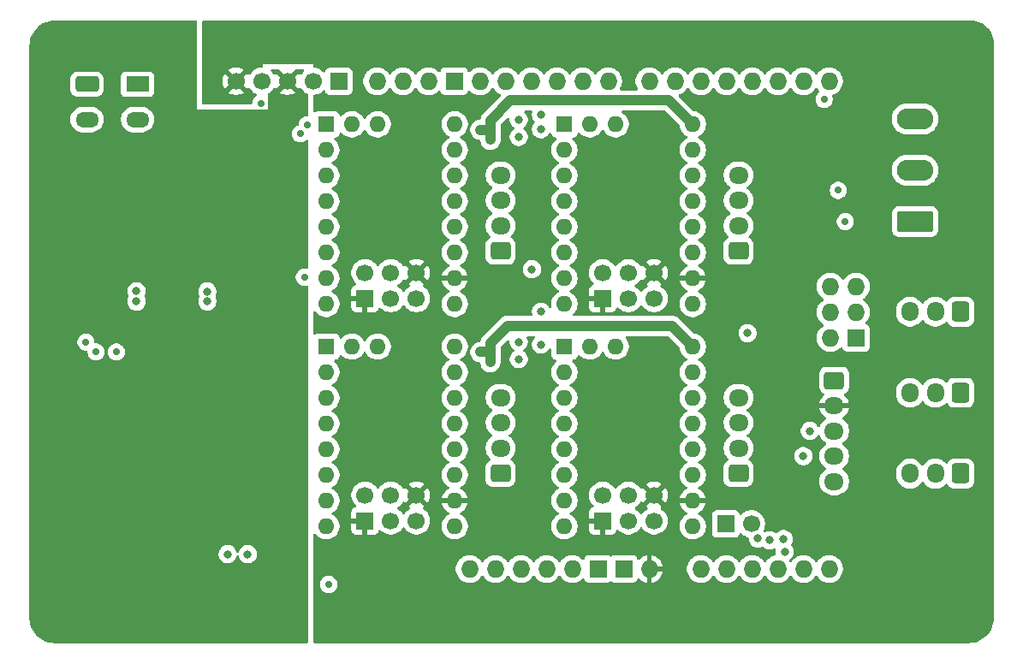
<source format=gbr>
%TF.GenerationSoftware,KiCad,Pcbnew,9.0.6*%
%TF.CreationDate,2026-02-21T20:52:02+01:00*%
%TF.ProjectId,MPC01,4d504330-312e-46b6-9963-61645f706362,V0.1*%
%TF.SameCoordinates,Original*%
%TF.FileFunction,Copper,L3,Inr*%
%TF.FilePolarity,Positive*%
%FSLAX46Y46*%
G04 Gerber Fmt 4.6, Leading zero omitted, Abs format (unit mm)*
G04 Created by KiCad (PCBNEW 9.0.6) date 2026-02-21 20:52:02*
%MOMM*%
%LPD*%
G01*
G04 APERTURE LIST*
G04 Aperture macros list*
%AMRoundRect*
0 Rectangle with rounded corners*
0 $1 Rounding radius*
0 $2 $3 $4 $5 $6 $7 $8 $9 X,Y pos of 4 corners*
0 Add a 4 corners polygon primitive as box body*
4,1,4,$2,$3,$4,$5,$6,$7,$8,$9,$2,$3,0*
0 Add four circle primitives for the rounded corners*
1,1,$1+$1,$2,$3*
1,1,$1+$1,$4,$5*
1,1,$1+$1,$6,$7*
1,1,$1+$1,$8,$9*
0 Add four rect primitives between the rounded corners*
20,1,$1+$1,$2,$3,$4,$5,0*
20,1,$1+$1,$4,$5,$6,$7,0*
20,1,$1+$1,$6,$7,$8,$9,0*
20,1,$1+$1,$8,$9,$2,$3,0*%
G04 Aperture macros list end*
%TA.AperFunction,ComponentPad*%
%ADD10RoundRect,0.249999X1.550001X-0.790001X1.550001X0.790001X-1.550001X0.790001X-1.550001X-0.790001X0*%
%TD*%
%TA.AperFunction,ComponentPad*%
%ADD11O,3.600000X2.080000*%
%TD*%
%TA.AperFunction,ComponentPad*%
%ADD12O,1.700000X1.950000*%
%TD*%
%TA.AperFunction,ComponentPad*%
%ADD13RoundRect,0.250000X0.600000X0.725000X-0.600000X0.725000X-0.600000X-0.725000X0.600000X-0.725000X0*%
%TD*%
%TA.AperFunction,ComponentPad*%
%ADD14O,1.727200X1.727200*%
%TD*%
%TA.AperFunction,ComponentPad*%
%ADD15R,1.727200X1.727200*%
%TD*%
%TA.AperFunction,ComponentPad*%
%ADD16R,1.700000X1.700000*%
%TD*%
%TA.AperFunction,ComponentPad*%
%ADD17C,1.700000*%
%TD*%
%TA.AperFunction,ComponentPad*%
%ADD18RoundRect,0.250000X0.725000X-0.600000X0.725000X0.600000X-0.725000X0.600000X-0.725000X-0.600000X0*%
%TD*%
%TA.AperFunction,ComponentPad*%
%ADD19O,1.950000X1.700000*%
%TD*%
%TA.AperFunction,ComponentPad*%
%ADD20RoundRect,0.250000X-0.725000X0.600000X-0.725000X-0.600000X0.725000X-0.600000X0.725000X0.600000X0*%
%TD*%
%TA.AperFunction,ComponentPad*%
%ADD21R,2.300000X1.500000*%
%TD*%
%TA.AperFunction,ComponentPad*%
%ADD22RoundRect,0.250001X-0.899999X0.499999X-0.899999X-0.499999X0.899999X-0.499999X0.899999X0.499999X0*%
%TD*%
%TA.AperFunction,ComponentPad*%
%ADD23O,2.300000X1.500000*%
%TD*%
%TA.AperFunction,ComponentPad*%
%ADD24R,1.600000X1.600000*%
%TD*%
%TA.AperFunction,ComponentPad*%
%ADD25O,1.600000X1.600000*%
%TD*%
%TA.AperFunction,ViaPad*%
%ADD26C,0.700000*%
%TD*%
%TA.AperFunction,ViaPad*%
%ADD27C,0.800000*%
%TD*%
%TA.AperFunction,Conductor*%
%ADD28C,1.000000*%
%TD*%
G04 APERTURE END LIST*
D10*
%TO.N,Net-(D2-A2)*%
%TO.C,J2*%
X152000000Y-63080000D03*
D11*
%TO.N,GND*%
X152000000Y-58000000D03*
%TO.N,Net-(D2-A1)*%
X152000000Y-52920000D03*
%TD*%
D12*
%TO.N,EndstopY*%
%TO.C,J5*%
X151500000Y-80025000D03*
%TO.N,GND*%
X154000000Y-80025000D03*
D13*
%TO.N,Net-(J4-Pin_1)*%
X156500000Y-80025000D03*
%TD*%
D14*
%TO.N,5V*%
%TO.C,A1*%
X125720000Y-97460000D03*
%TO.N,Net-(J16-Pin_2)*%
X101336000Y-49200000D03*
%TO.N,Net-(J16-Pin_1)*%
X98796000Y-49200000D03*
%TO.N,unconnected-(A1-SPI_SCK-PadSCK)*%
X143627000Y-72060000D03*
%TO.N,unconnected-(A1-SPI_RESET-PadRST2)*%
X143627000Y-74600000D03*
%TO.N,unconnected-(A1-RESET-PadRST1)*%
X113020000Y-97460000D03*
%TO.N,unconnected-(A1-SPI_MOSI-PadMOSI)*%
X146167000Y-72060000D03*
%TO.N,unconnected-(A1-SPI_MISO-PadMISO)*%
X143627000Y-69520000D03*
%TO.N,unconnected-(A1-IOREF-PadIORF)*%
X110480000Y-97460000D03*
D15*
%TO.N,unconnected-(A1-SPI_GND-PadGND4)*%
X146167000Y-74600000D03*
%TO.N,GND*%
X123180000Y-97460000D03*
X120640000Y-97460000D03*
X106416000Y-49200000D03*
D14*
%TO.N,STEP1*%
X108956000Y-49200000D03*
%TO.N,DIR1*%
X111496000Y-49200000D03*
%TO.N,STEP2*%
X114036000Y-49200000D03*
%TO.N,DIR2*%
X116576000Y-49200000D03*
%TO.N,RS485_TX*%
X119116000Y-49200000D03*
%TO.N,RS485_RX*%
X121656000Y-49200000D03*
%TO.N,STEP4*%
X125720000Y-49200000D03*
%TO.N,DIR4*%
X128260000Y-49200000D03*
%TO.N,STEP3*%
X130800000Y-49200000D03*
%TO.N,DIR3*%
X133340000Y-49200000D03*
%TO.N,Motor2*%
X135880000Y-49200000D03*
%TO.N,Motor1*%
X138420000Y-49200000D03*
%TO.N,ENABLE*%
X140960000Y-49200000D03*
%TO.N,PGOOD*%
X143500000Y-49200000D03*
%TO.N,unconnected-(A1-PadAREF)*%
X103876000Y-49200000D03*
%TO.N,RX*%
X143500000Y-97460000D03*
%TO.N,TX*%
X140960000Y-97460000D03*
%TO.N,RS485_DE{slash}RE*%
X138420000Y-97460000D03*
%TO.N,EndstopX*%
X135880000Y-97460000D03*
%TO.N,EndstopY*%
X133340000Y-97460000D03*
%TO.N,EndstopZ*%
X130800000Y-97460000D03*
%TO.N,unconnected-(A1-SPI_5V-Pad5V2)*%
X146167000Y-69520000D03*
%TO.N,unconnected-(A1-5V-Pad5V1)*%
X118100000Y-97460000D03*
%TO.N,+3V3*%
X115560000Y-97460000D03*
%TO.N,*%
X107940000Y-97460000D03*
%TD*%
D16*
%TO.N,Net-(J16-Pin_1)*%
%TO.C,J16*%
X95000000Y-49200000D03*
D17*
%TO.N,Net-(J16-Pin_2)*%
X92460000Y-49200000D03*
%TO.N,+24V*%
X89920000Y-49200000D03*
%TO.N,GND*%
X87380000Y-49200000D03*
%TO.N,5V*%
X84840000Y-49200000D03*
%TD*%
D18*
%TO.N,Net-(A2-B2)*%
%TO.C,J12*%
X111000000Y-66000000D03*
D19*
%TO.N,Net-(A2-B1)*%
X111000000Y-63500000D03*
%TO.N,Net-(A2-A1)*%
X111000000Y-61000000D03*
%TO.N,Net-(A2-A2)*%
X111000000Y-58500000D03*
%TD*%
D16*
%TO.N,5V*%
%TO.C,J8*%
X97600000Y-70700000D03*
D17*
%TO.N,Net-(A2-MS2)*%
X100140000Y-70700000D03*
%TO.N,GND*%
X102680000Y-70700000D03*
X97600000Y-68160000D03*
%TO.N,Net-(A2-MS1)*%
X100140000Y-68160000D03*
%TO.N,5V*%
X102680000Y-68160000D03*
%TD*%
D16*
%TO.N,PDNUart*%
%TO.C,J7*%
X133275000Y-93000000D03*
D17*
%TO.N,Net-(J7-Pin_2)*%
X135815000Y-93000000D03*
%TD*%
D12*
%TO.N,EndstopX*%
%TO.C,J4*%
X151500000Y-72000000D03*
%TO.N,GND*%
X154000000Y-72000000D03*
D13*
%TO.N,Net-(J4-Pin_1)*%
X156500000Y-72000000D03*
%TD*%
D20*
%TO.N,GND*%
%TO.C,J3*%
X144000000Y-78800000D03*
D19*
%TO.N,5V*%
X144000000Y-81300000D03*
%TO.N,Motor1*%
X144000000Y-83800000D03*
%TO.N,Motor2*%
X144000000Y-86300000D03*
%TO.N,unconnected-(J3-Pin_5-Pad5)*%
X144000000Y-88800000D03*
%TD*%
D18*
%TO.N,Net-(A4-B2)*%
%TO.C,J14*%
X111000000Y-88000000D03*
D19*
%TO.N,Net-(A4-B1)*%
X111000000Y-85500000D03*
%TO.N,Net-(A4-A1)*%
X111000000Y-83000000D03*
%TO.N,Net-(A4-A2)*%
X111000000Y-80500000D03*
%TD*%
D16*
%TO.N,5V*%
%TO.C,J11*%
X121100000Y-92700000D03*
D17*
%TO.N,Net-(A5-MS2)*%
X123640000Y-92700000D03*
%TO.N,GND*%
X126180000Y-92700000D03*
X121100000Y-90160000D03*
%TO.N,Net-(A5-MS1)*%
X123640000Y-90160000D03*
%TO.N,5V*%
X126180000Y-90160000D03*
%TD*%
D16*
%TO.N,5V*%
%TO.C,J9*%
X121100000Y-70700000D03*
D17*
%TO.N,Net-(A3-MS2)*%
X123640000Y-70700000D03*
%TO.N,GND*%
X126180000Y-70700000D03*
X121100000Y-68160000D03*
%TO.N,Net-(A3-MS1)*%
X123640000Y-68160000D03*
%TO.N,5V*%
X126180000Y-68160000D03*
%TD*%
D18*
%TO.N,Net-(A5-B2)*%
%TO.C,J15*%
X134540000Y-88000000D03*
D19*
%TO.N,Net-(A5-B1)*%
X134540000Y-85500000D03*
%TO.N,Net-(A5-A1)*%
X134540000Y-83000000D03*
%TO.N,Net-(A5-A2)*%
X134540000Y-80500000D03*
%TD*%
D18*
%TO.N,Net-(A3-B2)*%
%TO.C,J13*%
X134540000Y-66000000D03*
D19*
%TO.N,Net-(A3-B1)*%
X134540000Y-63500000D03*
%TO.N,Net-(A3-A1)*%
X134540000Y-61000000D03*
%TO.N,Net-(A3-A2)*%
X134540000Y-58500000D03*
%TD*%
D16*
%TO.N,5V*%
%TO.C,J10*%
X97600000Y-92700000D03*
D17*
%TO.N,Net-(A4-MS2)*%
X100140000Y-92700000D03*
%TO.N,GND*%
X102680000Y-92700000D03*
X97600000Y-90160000D03*
%TO.N,Net-(A4-MS1)*%
X100140000Y-90160000D03*
%TO.N,5V*%
X102680000Y-90160000D03*
%TD*%
D13*
%TO.N,Net-(J4-Pin_1)*%
%TO.C,J6*%
X156500000Y-88025000D03*
D12*
%TO.N,GND*%
X154000000Y-88025000D03*
%TO.N,EndstopZ*%
X151500000Y-88025000D03*
%TD*%
D21*
%TO.N,Net-(J1-Pin_1)*%
%TO.C,J1*%
X75100000Y-49500000D03*
D22*
X70100000Y-49500000D03*
D23*
%TO.N,GND*%
X75100000Y-53000000D03*
X70100000Y-53000000D03*
%TD*%
D24*
%TO.N,ENABLE*%
%TO.C,A5*%
X117315000Y-75460000D03*
D25*
%TO.N,Net-(A5-MS1)*%
X117315000Y-78000000D03*
%TO.N,Net-(A5-MS2)*%
X117315000Y-80540000D03*
%TO.N,Net-(A5-RX)*%
X117315000Y-83080000D03*
%TO.N,unconnected-(A5-TX-Pad5)*%
X117315000Y-85620000D03*
%TO.N,unconnected-(A5-CLK-Pad6)*%
X117315000Y-88160000D03*
%TO.N,STEP4*%
X117315000Y-90700000D03*
%TO.N,DIR4*%
X117315000Y-93240000D03*
%TO.N,GND*%
X130015000Y-93240000D03*
%TO.N,5V*%
X130015000Y-90700000D03*
%TO.N,Net-(A5-B2)*%
X130015000Y-88160000D03*
%TO.N,Net-(A5-B1)*%
X130015000Y-85620000D03*
%TO.N,Net-(A5-A1)*%
X130015000Y-83080000D03*
%TO.N,Net-(A5-A2)*%
X130015000Y-80540000D03*
%TO.N,GND*%
X130015000Y-78000000D03*
%TO.N,+24V*%
X130015000Y-75460000D03*
%TO.N,unconnected-(A5-DIAG-Pad18)*%
X122390000Y-75460000D03*
%TO.N,unconnected-(A5-VREF-Pad19)*%
X119850000Y-75460000D03*
%TD*%
D24*
%TO.N,ENABLE*%
%TO.C,A4*%
X93775000Y-75460000D03*
D25*
%TO.N,Net-(A4-MS1)*%
X93775000Y-78000000D03*
%TO.N,Net-(A4-MS2)*%
X93775000Y-80540000D03*
%TO.N,Net-(A4-RX)*%
X93775000Y-83080000D03*
%TO.N,unconnected-(A4-TX-Pad5)*%
X93775000Y-85620000D03*
%TO.N,unconnected-(A4-CLK-Pad6)*%
X93775000Y-88160000D03*
%TO.N,STEP3*%
X93775000Y-90700000D03*
%TO.N,DIR3*%
X93775000Y-93240000D03*
%TO.N,GND*%
X106475000Y-93240000D03*
%TO.N,5V*%
X106475000Y-90700000D03*
%TO.N,Net-(A4-B2)*%
X106475000Y-88160000D03*
%TO.N,Net-(A4-B1)*%
X106475000Y-85620000D03*
%TO.N,Net-(A4-A1)*%
X106475000Y-83080000D03*
%TO.N,Net-(A4-A2)*%
X106475000Y-80540000D03*
%TO.N,GND*%
X106475000Y-78000000D03*
%TO.N,+24V*%
X106475000Y-75460000D03*
%TO.N,unconnected-(A4-DIAG-Pad18)*%
X98850000Y-75460000D03*
%TO.N,unconnected-(A4-VREF-Pad19)*%
X96310000Y-75460000D03*
%TD*%
D24*
%TO.N,ENABLE*%
%TO.C,A3*%
X117315000Y-53460000D03*
D25*
%TO.N,Net-(A3-MS1)*%
X117315000Y-56000000D03*
%TO.N,Net-(A3-MS2)*%
X117315000Y-58540000D03*
%TO.N,Net-(A3-RX)*%
X117315000Y-61080000D03*
%TO.N,unconnected-(A3-TX-Pad5)*%
X117315000Y-63620000D03*
%TO.N,unconnected-(A3-CLK-Pad6)*%
X117315000Y-66160000D03*
%TO.N,STEP2*%
X117315000Y-68700000D03*
%TO.N,DIR2*%
X117315000Y-71240000D03*
%TO.N,GND*%
X130015000Y-71240000D03*
%TO.N,5V*%
X130015000Y-68700000D03*
%TO.N,Net-(A3-B2)*%
X130015000Y-66160000D03*
%TO.N,Net-(A3-B1)*%
X130015000Y-63620000D03*
%TO.N,Net-(A3-A1)*%
X130015000Y-61080000D03*
%TO.N,Net-(A3-A2)*%
X130015000Y-58540000D03*
%TO.N,GND*%
X130015000Y-56000000D03*
%TO.N,+24V*%
X130015000Y-53460000D03*
%TO.N,unconnected-(A3-DIAG-Pad18)*%
X122390000Y-53460000D03*
%TO.N,unconnected-(A3-VREF-Pad19)*%
X119850000Y-53460000D03*
%TD*%
D24*
%TO.N,ENABLE*%
%TO.C,A2*%
X93775000Y-53460000D03*
D25*
%TO.N,Net-(A2-MS1)*%
X93775000Y-56000000D03*
%TO.N,Net-(A2-MS2)*%
X93775000Y-58540000D03*
%TO.N,Net-(A2-RX)*%
X93775000Y-61080000D03*
%TO.N,unconnected-(A2-TX-Pad5)*%
X93775000Y-63620000D03*
%TO.N,unconnected-(A2-CLK-Pad6)*%
X93775000Y-66160000D03*
%TO.N,STEP1*%
X93775000Y-68700000D03*
%TO.N,DIR1*%
X93775000Y-71240000D03*
%TO.N,GND*%
X106475000Y-71240000D03*
%TO.N,5V*%
X106475000Y-68700000D03*
%TO.N,Net-(A2-B2)*%
X106475000Y-66160000D03*
%TO.N,Net-(A2-B1)*%
X106475000Y-63620000D03*
%TO.N,Net-(A2-A1)*%
X106475000Y-61080000D03*
%TO.N,Net-(A2-A2)*%
X106475000Y-58540000D03*
%TO.N,GND*%
X106475000Y-56000000D03*
%TO.N,+24V*%
X106475000Y-53460000D03*
%TO.N,unconnected-(A2-DIAG-Pad18)*%
X98850000Y-53460000D03*
%TO.N,unconnected-(A2-VREF-Pad19)*%
X96310000Y-53460000D03*
%TD*%
D26*
%TO.N,PGOOD*%
X94000000Y-99000000D03*
%TO.N,GND*%
X144400000Y-60000000D03*
X143000000Y-51000000D03*
X145100000Y-63100000D03*
%TO.N,5V*%
X145000000Y-61000000D03*
%TO.N,+24V*%
X110000000Y-77000000D03*
X110000000Y-76000000D03*
X109000000Y-76000000D03*
X110000000Y-55000000D03*
X110000000Y-54000000D03*
X109000000Y-54000000D03*
X87300000Y-51400000D03*
X88800000Y-51400000D03*
%TO.N,STEP1*%
X91200000Y-54400000D03*
D27*
%TO.N,+24V*%
X89000000Y-73000000D03*
D26*
%TO.N,STEP1*%
X91600000Y-68600000D03*
%TO.N,DIR1*%
X91900000Y-53500000D03*
%TO.N,5V*%
X73000000Y-76000000D03*
X70000000Y-75000000D03*
X71000000Y-76000000D03*
D27*
%TO.N,+24V*%
X67000000Y-61000000D03*
X68000000Y-60000000D03*
X67000000Y-59000000D03*
X68000000Y-58000000D03*
%TO.N,GND*%
X86000000Y-96000000D03*
X84000000Y-96000000D03*
%TO.N,+24V*%
X86000000Y-71000000D03*
X86000000Y-70000000D03*
X90000000Y-73000000D03*
X88000000Y-73000000D03*
%TO.N,GND*%
X82000000Y-71000000D03*
X75000000Y-71000000D03*
%TO.N,STEP2*%
X114100000Y-67800000D03*
%TO.N,STEP4*%
X136450000Y-94448000D03*
%TO.N,DIR4*%
X137625000Y-94625000D03*
%TO.N,PDNUart*%
X135425000Y-74125000D03*
%TO.N,STEP3*%
X139000000Y-94500000D03*
%TO.N,DIR3*%
X139100000Y-95750000D03*
%TO.N,ENABLE*%
X115000000Y-72000000D03*
X115000000Y-52500000D03*
X115000000Y-53950000D03*
X115000000Y-75250000D03*
%TO.N,PDNUart*%
X112800000Y-53000000D03*
X112800000Y-54700000D03*
X112800000Y-75000000D03*
X112800000Y-76700000D03*
%TO.N,Motor1*%
X141600000Y-83800000D03*
%TO.N,Motor2*%
X140950000Y-86300000D03*
%TO.N,GND*%
X82000000Y-70000000D03*
X75000000Y-69976636D03*
%TD*%
D28*
%TO.N,+24V*%
X127655000Y-51100000D02*
X130015000Y-53460000D01*
X112000000Y-51100000D02*
X127655000Y-51100000D01*
X110000000Y-53100000D02*
X112000000Y-51100000D01*
X110000000Y-54000000D02*
X110000000Y-53100000D01*
X127955000Y-73400000D02*
X130015000Y-75460000D01*
X111700000Y-73400000D02*
X127955000Y-73400000D01*
X110000000Y-75100000D02*
X111700000Y-73400000D01*
X110000000Y-76000000D02*
X110000000Y-75100000D01*
X110000000Y-76000000D02*
X110000000Y-77000000D01*
X109000000Y-76000000D02*
X110000000Y-76000000D01*
X110000000Y-55000000D02*
X110000000Y-54000000D01*
X109000000Y-54000000D02*
X110000000Y-54000000D01*
%TD*%
%TA.AperFunction,Conductor*%
%TO.N,5V*%
G36*
X102214075Y-90352993D02*
G01*
X102279901Y-90467007D01*
X102372993Y-90560099D01*
X102487007Y-90625925D01*
X102550590Y-90642962D01*
X101918282Y-91275269D01*
X101918282Y-91275270D01*
X101972452Y-91314626D01*
X101972451Y-91314626D01*
X101981495Y-91319234D01*
X102032292Y-91367208D01*
X102049087Y-91435029D01*
X102026550Y-91501164D01*
X101981499Y-91540202D01*
X101972182Y-91544949D01*
X101800213Y-91669890D01*
X101649890Y-91820213D01*
X101524949Y-91992182D01*
X101520484Y-92000946D01*
X101472509Y-92051742D01*
X101404688Y-92068536D01*
X101338553Y-92045998D01*
X101299516Y-92000946D01*
X101295050Y-91992182D01*
X101170109Y-91820213D01*
X101019786Y-91669890D01*
X100847820Y-91544951D01*
X100847115Y-91544591D01*
X100839054Y-91540485D01*
X100788259Y-91492512D01*
X100771463Y-91424692D01*
X100793999Y-91358556D01*
X100839054Y-91319515D01*
X100847816Y-91315051D01*
X100937020Y-91250241D01*
X101019786Y-91190109D01*
X101019788Y-91190106D01*
X101019792Y-91190104D01*
X101170104Y-91039792D01*
X101170106Y-91039788D01*
X101170109Y-91039786D01*
X101255890Y-90921717D01*
X101295051Y-90867816D01*
X101299793Y-90858508D01*
X101347763Y-90807711D01*
X101415583Y-90790911D01*
X101481719Y-90813445D01*
X101520763Y-90858500D01*
X101525373Y-90867547D01*
X101564728Y-90921716D01*
X102197037Y-90289408D01*
X102214075Y-90352993D01*
G37*
%TD.AperFunction*%
%TA.AperFunction,Conductor*%
G36*
X125714075Y-90352993D02*
G01*
X125779901Y-90467007D01*
X125872993Y-90560099D01*
X125987007Y-90625925D01*
X126050590Y-90642962D01*
X125418282Y-91275269D01*
X125418282Y-91275270D01*
X125472452Y-91314626D01*
X125472451Y-91314626D01*
X125481495Y-91319234D01*
X125532292Y-91367208D01*
X125549087Y-91435029D01*
X125526550Y-91501164D01*
X125481499Y-91540202D01*
X125472182Y-91544949D01*
X125300213Y-91669890D01*
X125149890Y-91820213D01*
X125024949Y-91992182D01*
X125020484Y-92000946D01*
X124972509Y-92051742D01*
X124904688Y-92068536D01*
X124838553Y-92045998D01*
X124799516Y-92000946D01*
X124795050Y-91992182D01*
X124670109Y-91820213D01*
X124519786Y-91669890D01*
X124347820Y-91544951D01*
X124347115Y-91544591D01*
X124339054Y-91540485D01*
X124288259Y-91492512D01*
X124271463Y-91424692D01*
X124293999Y-91358556D01*
X124339054Y-91319515D01*
X124347816Y-91315051D01*
X124437020Y-91250241D01*
X124519786Y-91190109D01*
X124519788Y-91190106D01*
X124519792Y-91190104D01*
X124670104Y-91039792D01*
X124670106Y-91039788D01*
X124670109Y-91039786D01*
X124755890Y-90921717D01*
X124795051Y-90867816D01*
X124799793Y-90858508D01*
X124847763Y-90807711D01*
X124915583Y-90790911D01*
X124981719Y-90813445D01*
X125020763Y-90858500D01*
X125025373Y-90867547D01*
X125064728Y-90921716D01*
X125697037Y-90289408D01*
X125714075Y-90352993D01*
G37*
%TD.AperFunction*%
%TA.AperFunction,Conductor*%
G36*
X102214075Y-68352993D02*
G01*
X102279901Y-68467007D01*
X102372993Y-68560099D01*
X102487007Y-68625925D01*
X102550590Y-68642962D01*
X101918282Y-69275269D01*
X101918282Y-69275270D01*
X101972452Y-69314626D01*
X101972451Y-69314626D01*
X101981495Y-69319234D01*
X102032292Y-69367208D01*
X102049087Y-69435029D01*
X102026550Y-69501164D01*
X101981499Y-69540202D01*
X101972182Y-69544949D01*
X101800213Y-69669890D01*
X101649890Y-69820213D01*
X101524949Y-69992182D01*
X101520484Y-70000946D01*
X101472509Y-70051742D01*
X101404688Y-70068536D01*
X101338553Y-70045998D01*
X101299516Y-70000946D01*
X101295050Y-69992182D01*
X101170109Y-69820213D01*
X101019786Y-69669890D01*
X100847820Y-69544951D01*
X100847115Y-69544591D01*
X100839054Y-69540485D01*
X100788259Y-69492512D01*
X100771463Y-69424692D01*
X100793999Y-69358556D01*
X100839054Y-69319515D01*
X100847816Y-69315051D01*
X100937020Y-69250241D01*
X101019786Y-69190109D01*
X101019788Y-69190106D01*
X101019792Y-69190104D01*
X101170104Y-69039792D01*
X101170106Y-69039788D01*
X101170109Y-69039786D01*
X101255890Y-68921717D01*
X101295051Y-68867816D01*
X101299793Y-68858508D01*
X101347763Y-68807711D01*
X101415583Y-68790911D01*
X101481719Y-68813445D01*
X101520763Y-68858500D01*
X101525373Y-68867547D01*
X101564728Y-68921716D01*
X102197037Y-68289408D01*
X102214075Y-68352993D01*
G37*
%TD.AperFunction*%
%TA.AperFunction,Conductor*%
G36*
X125714075Y-68352993D02*
G01*
X125779901Y-68467007D01*
X125872993Y-68560099D01*
X125987007Y-68625925D01*
X126050590Y-68642962D01*
X125418282Y-69275269D01*
X125418282Y-69275270D01*
X125472452Y-69314626D01*
X125472451Y-69314626D01*
X125481495Y-69319234D01*
X125532292Y-69367208D01*
X125549087Y-69435029D01*
X125526550Y-69501164D01*
X125481499Y-69540202D01*
X125472182Y-69544949D01*
X125300213Y-69669890D01*
X125149890Y-69820213D01*
X125024949Y-69992182D01*
X125020484Y-70000946D01*
X124972509Y-70051742D01*
X124904688Y-70068536D01*
X124838553Y-70045998D01*
X124799516Y-70000946D01*
X124795050Y-69992182D01*
X124670109Y-69820213D01*
X124519786Y-69669890D01*
X124347820Y-69544951D01*
X124347115Y-69544591D01*
X124339054Y-69540485D01*
X124288259Y-69492512D01*
X124271463Y-69424692D01*
X124293999Y-69358556D01*
X124339054Y-69319515D01*
X124347816Y-69315051D01*
X124437020Y-69250241D01*
X124519786Y-69190109D01*
X124519788Y-69190106D01*
X124519792Y-69190104D01*
X124670104Y-69039792D01*
X124670106Y-69039788D01*
X124670109Y-69039786D01*
X124755890Y-68921717D01*
X124795051Y-68867816D01*
X124799793Y-68858508D01*
X124847763Y-68807711D01*
X124915583Y-68790911D01*
X124981719Y-68813445D01*
X125020763Y-68858500D01*
X125025373Y-68867547D01*
X125064728Y-68921716D01*
X125697037Y-68289408D01*
X125714075Y-68352993D01*
G37*
%TD.AperFunction*%
%TA.AperFunction,Conductor*%
G36*
X157589523Y-43200726D02*
G01*
X157623814Y-43202800D01*
X157845138Y-43216186D01*
X157859996Y-43217990D01*
X158108185Y-43263471D01*
X158122718Y-43267053D01*
X158363635Y-43342124D01*
X158377623Y-43347431D01*
X158607714Y-43450987D01*
X158620973Y-43457945D01*
X158836903Y-43588479D01*
X158849226Y-43596985D01*
X159047852Y-43752597D01*
X159059060Y-43762527D01*
X159237472Y-43940939D01*
X159247402Y-43952147D01*
X159403014Y-44150773D01*
X159411520Y-44163096D01*
X159542054Y-44379026D01*
X159549012Y-44392285D01*
X159652568Y-44622376D01*
X159657879Y-44636377D01*
X159732945Y-44877278D01*
X159736528Y-44891817D01*
X159782008Y-45140000D01*
X159783813Y-45154864D01*
X159799273Y-45410458D01*
X159799499Y-45417945D01*
X159799500Y-102253011D01*
X159799500Y-102289143D01*
X159799274Y-102296630D01*
X159781677Y-102587547D01*
X159779872Y-102602411D01*
X159728015Y-102885389D01*
X159724431Y-102899928D01*
X159638846Y-103174581D01*
X159633537Y-103188582D01*
X159515462Y-103450934D01*
X159508503Y-103464193D01*
X159359672Y-103710391D01*
X159351166Y-103722714D01*
X159173740Y-103949181D01*
X159163810Y-103960389D01*
X158960389Y-104163810D01*
X158949181Y-104173740D01*
X158722714Y-104351166D01*
X158710391Y-104359672D01*
X158464193Y-104508503D01*
X158450934Y-104515462D01*
X158188582Y-104633537D01*
X158174581Y-104638846D01*
X157899928Y-104724431D01*
X157885389Y-104728015D01*
X157602411Y-104779872D01*
X157587547Y-104781677D01*
X157296630Y-104799274D01*
X157289143Y-104799500D01*
X92624000Y-104799500D01*
X92556961Y-104779815D01*
X92511206Y-104727011D01*
X92500000Y-104675500D01*
X92500000Y-98916228D01*
X93149500Y-98916228D01*
X93149500Y-99083771D01*
X93182182Y-99248074D01*
X93182184Y-99248082D01*
X93246295Y-99402860D01*
X93339373Y-99542162D01*
X93457837Y-99660626D01*
X93550494Y-99722537D01*
X93597137Y-99753703D01*
X93751918Y-99817816D01*
X93916228Y-99850499D01*
X93916232Y-99850500D01*
X93916233Y-99850500D01*
X94083768Y-99850500D01*
X94083769Y-99850499D01*
X94248082Y-99817816D01*
X94402863Y-99753703D01*
X94542162Y-99660626D01*
X94660626Y-99542162D01*
X94753703Y-99402863D01*
X94817816Y-99248082D01*
X94850500Y-99083767D01*
X94850500Y-98916233D01*
X94817816Y-98751918D01*
X94753703Y-98597137D01*
X94688860Y-98500093D01*
X94660626Y-98457837D01*
X94542162Y-98339373D01*
X94402860Y-98246295D01*
X94248082Y-98182184D01*
X94248074Y-98182182D01*
X94083771Y-98149500D01*
X94083767Y-98149500D01*
X93916233Y-98149500D01*
X93916228Y-98149500D01*
X93751925Y-98182182D01*
X93751917Y-98182184D01*
X93597139Y-98246295D01*
X93457837Y-98339373D01*
X93339373Y-98457837D01*
X93246295Y-98597139D01*
X93182184Y-98751917D01*
X93182182Y-98751925D01*
X93149500Y-98916228D01*
X92500000Y-98916228D01*
X92500000Y-97352643D01*
X106575900Y-97352643D01*
X106575900Y-97567356D01*
X106609489Y-97779428D01*
X106675837Y-97983630D01*
X106675838Y-97983633D01*
X106764099Y-98156852D01*
X106773317Y-98174944D01*
X106899523Y-98348651D01*
X107051349Y-98500477D01*
X107225056Y-98626683D01*
X107318888Y-98674492D01*
X107416366Y-98724161D01*
X107416369Y-98724162D01*
X107518470Y-98757336D01*
X107620573Y-98790511D01*
X107832643Y-98824100D01*
X107832644Y-98824100D01*
X108047356Y-98824100D01*
X108047357Y-98824100D01*
X108259427Y-98790511D01*
X108463633Y-98724161D01*
X108654944Y-98626683D01*
X108828651Y-98500477D01*
X108980477Y-98348651D01*
X109106683Y-98174944D01*
X109106683Y-98174943D01*
X109109547Y-98171002D01*
X109111478Y-98172405D01*
X109155927Y-98132078D01*
X109224840Y-98120558D01*
X109289042Y-98148125D01*
X109309478Y-98171709D01*
X109310453Y-98171002D01*
X109313316Y-98174943D01*
X109313317Y-98174944D01*
X109439523Y-98348651D01*
X109591349Y-98500477D01*
X109765056Y-98626683D01*
X109858888Y-98674492D01*
X109956366Y-98724161D01*
X109956369Y-98724162D01*
X110058470Y-98757336D01*
X110160573Y-98790511D01*
X110372643Y-98824100D01*
X110372644Y-98824100D01*
X110587356Y-98824100D01*
X110587357Y-98824100D01*
X110799427Y-98790511D01*
X111003633Y-98724161D01*
X111194944Y-98626683D01*
X111368651Y-98500477D01*
X111520477Y-98348651D01*
X111646683Y-98174944D01*
X111646683Y-98174943D01*
X111649547Y-98171002D01*
X111651478Y-98172405D01*
X111695927Y-98132078D01*
X111764840Y-98120558D01*
X111829042Y-98148125D01*
X111849478Y-98171709D01*
X111850453Y-98171002D01*
X111853316Y-98174943D01*
X111853317Y-98174944D01*
X111979523Y-98348651D01*
X112131349Y-98500477D01*
X112305056Y-98626683D01*
X112398888Y-98674492D01*
X112496366Y-98724161D01*
X112496369Y-98724162D01*
X112598470Y-98757336D01*
X112700573Y-98790511D01*
X112912643Y-98824100D01*
X112912644Y-98824100D01*
X113127356Y-98824100D01*
X113127357Y-98824100D01*
X113339427Y-98790511D01*
X113543633Y-98724161D01*
X113734944Y-98626683D01*
X113908651Y-98500477D01*
X114060477Y-98348651D01*
X114186683Y-98174944D01*
X114186683Y-98174943D01*
X114189547Y-98171002D01*
X114191478Y-98172405D01*
X114235927Y-98132078D01*
X114304840Y-98120558D01*
X114369042Y-98148125D01*
X114389478Y-98171709D01*
X114390453Y-98171002D01*
X114393316Y-98174943D01*
X114393317Y-98174944D01*
X114519523Y-98348651D01*
X114671349Y-98500477D01*
X114845056Y-98626683D01*
X114938888Y-98674492D01*
X115036366Y-98724161D01*
X115036369Y-98724162D01*
X115138470Y-98757336D01*
X115240573Y-98790511D01*
X115452643Y-98824100D01*
X115452644Y-98824100D01*
X115667356Y-98824100D01*
X115667357Y-98824100D01*
X115879427Y-98790511D01*
X116083633Y-98724161D01*
X116274944Y-98626683D01*
X116448651Y-98500477D01*
X116600477Y-98348651D01*
X116726683Y-98174944D01*
X116726683Y-98174943D01*
X116729547Y-98171002D01*
X116731478Y-98172405D01*
X116775927Y-98132078D01*
X116844840Y-98120558D01*
X116909042Y-98148125D01*
X116929478Y-98171709D01*
X116930453Y-98171002D01*
X116933316Y-98174943D01*
X116933317Y-98174944D01*
X117059523Y-98348651D01*
X117211349Y-98500477D01*
X117385056Y-98626683D01*
X117478888Y-98674492D01*
X117576366Y-98724161D01*
X117576369Y-98724162D01*
X117678470Y-98757336D01*
X117780573Y-98790511D01*
X117992643Y-98824100D01*
X117992644Y-98824100D01*
X118207356Y-98824100D01*
X118207357Y-98824100D01*
X118419427Y-98790511D01*
X118623633Y-98724161D01*
X118814944Y-98626683D01*
X118988651Y-98500477D01*
X119084954Y-98404173D01*
X119146273Y-98370691D01*
X119215965Y-98375675D01*
X119271899Y-98417546D01*
X119288814Y-98448524D01*
X119332602Y-98565928D01*
X119332606Y-98565935D01*
X119418852Y-98681144D01*
X119418855Y-98681147D01*
X119534064Y-98767393D01*
X119534071Y-98767397D01*
X119668917Y-98817691D01*
X119668916Y-98817691D01*
X119675844Y-98818435D01*
X119728527Y-98824100D01*
X121551472Y-98824099D01*
X121611083Y-98817691D01*
X121745931Y-98767396D01*
X121835689Y-98700202D01*
X121901153Y-98675786D01*
X121969426Y-98690637D01*
X121984309Y-98700202D01*
X122016315Y-98724161D01*
X122074069Y-98767396D01*
X122074071Y-98767397D01*
X122208917Y-98817691D01*
X122208916Y-98817691D01*
X122215844Y-98818435D01*
X122268527Y-98824100D01*
X124091472Y-98824099D01*
X124151083Y-98817691D01*
X124285931Y-98767396D01*
X124401146Y-98681146D01*
X124487396Y-98565931D01*
X124531377Y-98448010D01*
X124573247Y-98392077D01*
X124638711Y-98367659D01*
X124706985Y-98382510D01*
X124735240Y-98403662D01*
X124831671Y-98500093D01*
X125005317Y-98626255D01*
X125196554Y-98723696D01*
X125400683Y-98790022D01*
X125470000Y-98801000D01*
X125470000Y-97902251D01*
X125523919Y-97933381D01*
X125653120Y-97968000D01*
X125786880Y-97968000D01*
X125916081Y-97933381D01*
X125970000Y-97902251D01*
X125970000Y-98800999D01*
X126039316Y-98790022D01*
X126243445Y-98723696D01*
X126434682Y-98626255D01*
X126608327Y-98500093D01*
X126608328Y-98500093D01*
X126760093Y-98348328D01*
X126760093Y-98348327D01*
X126886255Y-98174682D01*
X126983696Y-97983443D01*
X127050024Y-97779307D01*
X127061002Y-97710000D01*
X126162251Y-97710000D01*
X126193381Y-97656081D01*
X126228000Y-97526880D01*
X126228000Y-97393120D01*
X126217154Y-97352643D01*
X129435900Y-97352643D01*
X129435900Y-97567356D01*
X129469489Y-97779428D01*
X129535837Y-97983630D01*
X129535838Y-97983633D01*
X129624099Y-98156852D01*
X129633317Y-98174944D01*
X129759523Y-98348651D01*
X129911349Y-98500477D01*
X130085056Y-98626683D01*
X130178888Y-98674492D01*
X130276366Y-98724161D01*
X130276369Y-98724162D01*
X130378470Y-98757336D01*
X130480573Y-98790511D01*
X130692643Y-98824100D01*
X130692644Y-98824100D01*
X130907356Y-98824100D01*
X130907357Y-98824100D01*
X131119427Y-98790511D01*
X131323633Y-98724161D01*
X131514944Y-98626683D01*
X131688651Y-98500477D01*
X131840477Y-98348651D01*
X131966683Y-98174944D01*
X131966683Y-98174943D01*
X131969547Y-98171002D01*
X131971478Y-98172405D01*
X132015927Y-98132078D01*
X132084840Y-98120558D01*
X132149042Y-98148125D01*
X132169478Y-98171709D01*
X132170453Y-98171002D01*
X132173316Y-98174943D01*
X132173317Y-98174944D01*
X132299523Y-98348651D01*
X132451349Y-98500477D01*
X132625056Y-98626683D01*
X132718888Y-98674492D01*
X132816366Y-98724161D01*
X132816369Y-98724162D01*
X132918470Y-98757336D01*
X133020573Y-98790511D01*
X133232643Y-98824100D01*
X133232644Y-98824100D01*
X133447356Y-98824100D01*
X133447357Y-98824100D01*
X133659427Y-98790511D01*
X133863633Y-98724161D01*
X134054944Y-98626683D01*
X134228651Y-98500477D01*
X134380477Y-98348651D01*
X134506683Y-98174944D01*
X134506683Y-98174943D01*
X134509547Y-98171002D01*
X134511478Y-98172405D01*
X134555927Y-98132078D01*
X134624840Y-98120558D01*
X134689042Y-98148125D01*
X134709478Y-98171709D01*
X134710453Y-98171002D01*
X134713316Y-98174943D01*
X134713317Y-98174944D01*
X134839523Y-98348651D01*
X134991349Y-98500477D01*
X135165056Y-98626683D01*
X135258888Y-98674492D01*
X135356366Y-98724161D01*
X135356369Y-98724162D01*
X135458470Y-98757336D01*
X135560573Y-98790511D01*
X135772643Y-98824100D01*
X135772644Y-98824100D01*
X135987356Y-98824100D01*
X135987357Y-98824100D01*
X136199427Y-98790511D01*
X136403633Y-98724161D01*
X136594944Y-98626683D01*
X136768651Y-98500477D01*
X136920477Y-98348651D01*
X137046683Y-98174944D01*
X137046683Y-98174943D01*
X137049547Y-98171002D01*
X137051478Y-98172405D01*
X137095927Y-98132078D01*
X137164840Y-98120558D01*
X137229042Y-98148125D01*
X137249478Y-98171709D01*
X137250453Y-98171002D01*
X137253316Y-98174943D01*
X137253317Y-98174944D01*
X137379523Y-98348651D01*
X137531349Y-98500477D01*
X137705056Y-98626683D01*
X137798888Y-98674492D01*
X137896366Y-98724161D01*
X137896369Y-98724162D01*
X137998470Y-98757336D01*
X138100573Y-98790511D01*
X138312643Y-98824100D01*
X138312644Y-98824100D01*
X138527356Y-98824100D01*
X138527357Y-98824100D01*
X138739427Y-98790511D01*
X138943633Y-98724161D01*
X139134944Y-98626683D01*
X139308651Y-98500477D01*
X139460477Y-98348651D01*
X139586683Y-98174944D01*
X139586683Y-98174943D01*
X139589547Y-98171002D01*
X139591478Y-98172405D01*
X139635927Y-98132078D01*
X139704840Y-98120558D01*
X139769042Y-98148125D01*
X139789478Y-98171709D01*
X139790453Y-98171002D01*
X139793316Y-98174943D01*
X139793317Y-98174944D01*
X139919523Y-98348651D01*
X140071349Y-98500477D01*
X140245056Y-98626683D01*
X140338888Y-98674492D01*
X140436366Y-98724161D01*
X140436369Y-98724162D01*
X140538470Y-98757336D01*
X140640573Y-98790511D01*
X140852643Y-98824100D01*
X140852644Y-98824100D01*
X141067356Y-98824100D01*
X141067357Y-98824100D01*
X141279427Y-98790511D01*
X141483633Y-98724161D01*
X141674944Y-98626683D01*
X141848651Y-98500477D01*
X142000477Y-98348651D01*
X142126683Y-98174944D01*
X142126683Y-98174943D01*
X142129547Y-98171002D01*
X142131478Y-98172405D01*
X142175927Y-98132078D01*
X142244840Y-98120558D01*
X142309042Y-98148125D01*
X142329478Y-98171709D01*
X142330453Y-98171002D01*
X142333316Y-98174943D01*
X142333317Y-98174944D01*
X142459523Y-98348651D01*
X142611349Y-98500477D01*
X142785056Y-98626683D01*
X142878888Y-98674492D01*
X142976366Y-98724161D01*
X142976369Y-98724162D01*
X143078470Y-98757336D01*
X143180573Y-98790511D01*
X143392643Y-98824100D01*
X143392644Y-98824100D01*
X143607356Y-98824100D01*
X143607357Y-98824100D01*
X143819427Y-98790511D01*
X144023633Y-98724161D01*
X144214944Y-98626683D01*
X144388651Y-98500477D01*
X144540477Y-98348651D01*
X144666683Y-98174944D01*
X144764161Y-97983633D01*
X144830511Y-97779427D01*
X144864100Y-97567357D01*
X144864100Y-97352643D01*
X144830511Y-97140573D01*
X144770000Y-96954337D01*
X144764162Y-96936369D01*
X144764161Y-96936366D01*
X144694378Y-96799411D01*
X144666683Y-96745056D01*
X144540477Y-96571349D01*
X144388651Y-96419523D01*
X144214944Y-96293317D01*
X144023633Y-96195838D01*
X144023630Y-96195837D01*
X143819428Y-96129489D01*
X143656578Y-96103696D01*
X143607357Y-96095900D01*
X143392643Y-96095900D01*
X143352185Y-96102308D01*
X143180571Y-96129489D01*
X142976369Y-96195837D01*
X142976366Y-96195838D01*
X142785055Y-96293317D01*
X142701433Y-96354073D01*
X142611349Y-96419523D01*
X142611347Y-96419525D01*
X142611346Y-96419525D01*
X142459525Y-96571346D01*
X142459525Y-96571347D01*
X142459523Y-96571349D01*
X142373558Y-96689669D01*
X142330453Y-96748998D01*
X142328562Y-96747624D01*
X142283848Y-96788030D01*
X142214911Y-96799411D01*
X142150765Y-96771715D01*
X142130488Y-96748314D01*
X142129547Y-96748998D01*
X142093558Y-96699464D01*
X142000477Y-96571349D01*
X141848651Y-96419523D01*
X141674944Y-96293317D01*
X141483633Y-96195838D01*
X141483630Y-96195837D01*
X141279428Y-96129489D01*
X141116578Y-96103696D01*
X141067357Y-96095900D01*
X140852643Y-96095900D01*
X140812185Y-96102308D01*
X140640571Y-96129489D01*
X140436369Y-96195837D01*
X140436366Y-96195838D01*
X140245055Y-96293317D01*
X140161433Y-96354073D01*
X140071349Y-96419523D01*
X140071347Y-96419525D01*
X140071346Y-96419525D01*
X139919525Y-96571346D01*
X139919525Y-96571347D01*
X139919523Y-96571349D01*
X139833558Y-96689669D01*
X139790453Y-96748998D01*
X139788562Y-96747624D01*
X139771352Y-96763176D01*
X139747837Y-96786017D01*
X139745567Y-96786476D01*
X139743848Y-96788030D01*
X139711481Y-96793373D01*
X139679356Y-96799874D01*
X139677198Y-96799033D01*
X139674911Y-96799411D01*
X139644796Y-96786408D01*
X139614253Y-96774508D01*
X139612363Y-96772405D01*
X139610765Y-96771715D01*
X139589662Y-96749191D01*
X139586738Y-96745164D01*
X139586683Y-96745056D01*
X139546440Y-96689666D01*
X139534575Y-96656385D01*
X139522981Y-96623890D01*
X139522984Y-96623872D01*
X139522979Y-96623856D01*
X139530854Y-96590031D01*
X139538806Y-96555836D01*
X139538819Y-96555821D01*
X139538823Y-96555806D01*
X139538932Y-96555699D01*
X139577888Y-96513708D01*
X139614990Y-96488917D01*
X139674035Y-96449464D01*
X139799464Y-96324035D01*
X139898013Y-96176547D01*
X139965894Y-96012666D01*
X140000500Y-95838691D01*
X140000500Y-95661309D01*
X140000500Y-95661306D01*
X140000499Y-95661304D01*
X139965896Y-95487341D01*
X139965893Y-95487332D01*
X139898016Y-95323459D01*
X139898009Y-95323446D01*
X139799465Y-95175966D01*
X139798499Y-95175000D01*
X139770648Y-95147149D01*
X139737164Y-95085829D01*
X139742148Y-95016137D01*
X139755229Y-94990577D01*
X139798008Y-94926554D01*
X139798013Y-94926547D01*
X139865894Y-94762666D01*
X139876238Y-94710667D01*
X139900499Y-94588695D01*
X139900500Y-94588693D01*
X139900500Y-94411306D01*
X139900499Y-94411304D01*
X139865896Y-94237341D01*
X139865893Y-94237332D01*
X139863672Y-94231971D01*
X139831812Y-94155051D01*
X139798016Y-94073459D01*
X139798009Y-94073446D01*
X139699464Y-93925965D01*
X139699461Y-93925961D01*
X139574038Y-93800538D01*
X139574034Y-93800535D01*
X139426553Y-93701990D01*
X139426540Y-93701983D01*
X139262667Y-93634106D01*
X139262658Y-93634103D01*
X139088694Y-93599500D01*
X139088691Y-93599500D01*
X138911309Y-93599500D01*
X138911306Y-93599500D01*
X138737341Y-93634103D01*
X138737332Y-93634106D01*
X138573459Y-93701983D01*
X138573446Y-93701990D01*
X138425965Y-93800535D01*
X138332095Y-93894405D01*
X138270771Y-93927889D01*
X138201080Y-93922905D01*
X138175523Y-93909825D01*
X138051553Y-93826990D01*
X138051540Y-93826983D01*
X137887667Y-93759106D01*
X137887658Y-93759103D01*
X137713694Y-93724500D01*
X137713691Y-93724500D01*
X137536309Y-93724500D01*
X137536306Y-93724500D01*
X137362341Y-93759103D01*
X137362332Y-93759106D01*
X137207140Y-93823388D01*
X137187262Y-93825525D01*
X137168532Y-93832511D01*
X137153236Y-93829183D01*
X137137670Y-93830857D01*
X137119791Y-93821907D01*
X137100260Y-93817658D01*
X137077969Y-93800971D01*
X137075191Y-93799581D01*
X137072033Y-93796534D01*
X137038230Y-93762731D01*
X137004746Y-93701407D01*
X137009732Y-93631716D01*
X137015424Y-93618766D01*
X137066557Y-93518412D01*
X137132246Y-93316243D01*
X137165500Y-93106287D01*
X137165500Y-92893713D01*
X137132246Y-92683757D01*
X137066557Y-92481588D01*
X136970051Y-92292184D01*
X136970049Y-92292181D01*
X136970048Y-92292179D01*
X136845109Y-92120213D01*
X136694786Y-91969890D01*
X136522820Y-91844951D01*
X136333414Y-91748444D01*
X136333413Y-91748443D01*
X136333412Y-91748443D01*
X136131243Y-91682754D01*
X136131241Y-91682753D01*
X136131240Y-91682753D01*
X135969957Y-91657208D01*
X135921287Y-91649500D01*
X135708713Y-91649500D01*
X135660042Y-91657208D01*
X135498760Y-91682753D01*
X135296585Y-91748444D01*
X135107179Y-91844951D01*
X134935215Y-91969889D01*
X134821673Y-92083431D01*
X134760350Y-92116915D01*
X134690658Y-92111931D01*
X134634725Y-92070059D01*
X134617810Y-92039082D01*
X134568797Y-91907671D01*
X134568793Y-91907664D01*
X134482547Y-91792455D01*
X134482544Y-91792452D01*
X134367335Y-91706206D01*
X134367328Y-91706202D01*
X134232482Y-91655908D01*
X134232483Y-91655908D01*
X134172883Y-91649501D01*
X134172881Y-91649500D01*
X134172873Y-91649500D01*
X134172864Y-91649500D01*
X132377129Y-91649500D01*
X132377123Y-91649501D01*
X132317516Y-91655908D01*
X132182671Y-91706202D01*
X132182664Y-91706206D01*
X132067455Y-91792452D01*
X132067452Y-91792455D01*
X131981206Y-91907664D01*
X131981202Y-91907671D01*
X131930908Y-92042517D01*
X131924501Y-92102116D01*
X131924500Y-92102135D01*
X131924500Y-93897870D01*
X131924501Y-93897876D01*
X131930908Y-93957483D01*
X131981202Y-94092328D01*
X131981206Y-94092335D01*
X132067452Y-94207544D01*
X132067455Y-94207547D01*
X132182664Y-94293793D01*
X132182671Y-94293797D01*
X132317517Y-94344091D01*
X132317516Y-94344091D01*
X132324444Y-94344835D01*
X132377127Y-94350500D01*
X134172872Y-94350499D01*
X134232483Y-94344091D01*
X134367331Y-94293796D01*
X134482546Y-94207546D01*
X134568796Y-94092331D01*
X134617810Y-93960916D01*
X134659681Y-93904984D01*
X134725145Y-93880566D01*
X134793418Y-93895417D01*
X134821673Y-93916569D01*
X134935213Y-94030109D01*
X135107179Y-94155048D01*
X135107181Y-94155049D01*
X135107184Y-94155051D01*
X135192861Y-94198705D01*
X135296583Y-94251555D01*
X135296585Y-94251555D01*
X135296588Y-94251557D01*
X135426576Y-94293793D01*
X135463819Y-94305894D01*
X135521494Y-94345332D01*
X135548692Y-94409691D01*
X135549500Y-94423825D01*
X135549500Y-94536695D01*
X135584103Y-94710658D01*
X135584106Y-94710667D01*
X135651983Y-94874540D01*
X135651990Y-94874553D01*
X135750535Y-95022034D01*
X135750538Y-95022038D01*
X135875961Y-95147461D01*
X135875965Y-95147464D01*
X136023446Y-95246009D01*
X136023459Y-95246016D01*
X136146363Y-95296923D01*
X136187334Y-95313894D01*
X136187336Y-95313894D01*
X136187341Y-95313896D01*
X136361304Y-95348499D01*
X136361307Y-95348500D01*
X136361309Y-95348500D01*
X136538693Y-95348500D01*
X136538694Y-95348499D01*
X136596682Y-95336964D01*
X136712658Y-95313896D01*
X136712660Y-95313895D01*
X136712666Y-95313894D01*
X136867861Y-95249610D01*
X136937328Y-95242142D01*
X136999807Y-95273417D01*
X137002993Y-95276492D01*
X137050961Y-95324461D01*
X137050965Y-95324464D01*
X137198446Y-95423009D01*
X137198459Y-95423016D01*
X137257360Y-95447413D01*
X137362334Y-95490894D01*
X137362336Y-95490894D01*
X137362341Y-95490896D01*
X137536304Y-95525499D01*
X137536307Y-95525500D01*
X137536309Y-95525500D01*
X137713693Y-95525500D01*
X137713694Y-95525499D01*
X137771682Y-95513964D01*
X137887658Y-95490896D01*
X137887661Y-95490894D01*
X137887666Y-95490894D01*
X138050113Y-95423606D01*
X138119581Y-95416138D01*
X138182060Y-95447413D01*
X138217712Y-95507502D01*
X138219182Y-95562358D01*
X138199500Y-95661309D01*
X138199500Y-95838695D01*
X138227394Y-95978927D01*
X138221167Y-96048518D01*
X138178304Y-96103696D01*
X138125179Y-96125591D01*
X138100568Y-96129489D01*
X137896369Y-96195837D01*
X137896366Y-96195838D01*
X137705055Y-96293317D01*
X137621433Y-96354073D01*
X137531349Y-96419523D01*
X137531347Y-96419525D01*
X137531346Y-96419525D01*
X137379525Y-96571346D01*
X137379525Y-96571347D01*
X137379523Y-96571349D01*
X137293558Y-96689669D01*
X137250453Y-96748998D01*
X137248562Y-96747624D01*
X137203848Y-96788030D01*
X137134911Y-96799411D01*
X137070765Y-96771715D01*
X137050488Y-96748314D01*
X137049547Y-96748998D01*
X137013558Y-96699464D01*
X136920477Y-96571349D01*
X136768651Y-96419523D01*
X136594944Y-96293317D01*
X136403633Y-96195838D01*
X136403630Y-96195837D01*
X136199428Y-96129489D01*
X136036578Y-96103696D01*
X135987357Y-96095900D01*
X135772643Y-96095900D01*
X135732185Y-96102308D01*
X135560571Y-96129489D01*
X135356369Y-96195837D01*
X135356366Y-96195838D01*
X135165055Y-96293317D01*
X135081433Y-96354073D01*
X134991349Y-96419523D01*
X134991347Y-96419525D01*
X134991346Y-96419525D01*
X134839525Y-96571346D01*
X134839525Y-96571347D01*
X134839523Y-96571349D01*
X134753558Y-96689669D01*
X134710453Y-96748998D01*
X134708562Y-96747624D01*
X134663848Y-96788030D01*
X134594911Y-96799411D01*
X134530765Y-96771715D01*
X134510488Y-96748314D01*
X134509547Y-96748998D01*
X134473558Y-96699464D01*
X134380477Y-96571349D01*
X134228651Y-96419523D01*
X134054944Y-96293317D01*
X133863633Y-96195838D01*
X133863630Y-96195837D01*
X133659428Y-96129489D01*
X133496578Y-96103696D01*
X133447357Y-96095900D01*
X133232643Y-96095900D01*
X133192185Y-96102308D01*
X133020571Y-96129489D01*
X132816369Y-96195837D01*
X132816366Y-96195838D01*
X132625055Y-96293317D01*
X132541433Y-96354073D01*
X132451349Y-96419523D01*
X132451347Y-96419525D01*
X132451346Y-96419525D01*
X132299525Y-96571346D01*
X132299525Y-96571347D01*
X132299523Y-96571349D01*
X132213558Y-96689669D01*
X132170453Y-96748998D01*
X132168562Y-96747624D01*
X132123848Y-96788030D01*
X132054911Y-96799411D01*
X131990765Y-96771715D01*
X131970488Y-96748314D01*
X131969547Y-96748998D01*
X131933558Y-96699464D01*
X131840477Y-96571349D01*
X131688651Y-96419523D01*
X131514944Y-96293317D01*
X131323633Y-96195838D01*
X131323630Y-96195837D01*
X131119428Y-96129489D01*
X130956578Y-96103696D01*
X130907357Y-96095900D01*
X130692643Y-96095900D01*
X130652185Y-96102308D01*
X130480571Y-96129489D01*
X130276369Y-96195837D01*
X130276366Y-96195838D01*
X130085055Y-96293317D01*
X130001433Y-96354073D01*
X129911349Y-96419523D01*
X129911347Y-96419525D01*
X129911346Y-96419525D01*
X129759525Y-96571346D01*
X129759525Y-96571347D01*
X129759523Y-96571349D01*
X129745950Y-96590031D01*
X129633317Y-96745055D01*
X129535838Y-96936366D01*
X129535837Y-96936369D01*
X129469489Y-97140571D01*
X129435900Y-97352643D01*
X126217154Y-97352643D01*
X126193381Y-97263919D01*
X126162251Y-97210000D01*
X127061002Y-97210000D01*
X127050024Y-97140692D01*
X126983696Y-96936556D01*
X126886255Y-96745317D01*
X126760093Y-96571672D01*
X126760093Y-96571671D01*
X126608328Y-96419906D01*
X126434682Y-96293744D01*
X126243443Y-96196303D01*
X126039307Y-96129975D01*
X125970000Y-96118997D01*
X125970000Y-97017748D01*
X125916081Y-96986619D01*
X125786880Y-96952000D01*
X125653120Y-96952000D01*
X125523919Y-96986619D01*
X125470000Y-97017748D01*
X125470000Y-96118997D01*
X125400692Y-96129975D01*
X125196556Y-96196303D01*
X125005317Y-96293744D01*
X124831675Y-96419903D01*
X124735240Y-96516338D01*
X124673916Y-96549822D01*
X124604225Y-96544838D01*
X124548292Y-96502966D01*
X124531377Y-96471988D01*
X124487398Y-96354073D01*
X124487393Y-96354064D01*
X124401147Y-96238855D01*
X124401144Y-96238852D01*
X124285935Y-96152606D01*
X124285928Y-96152602D01*
X124151082Y-96102308D01*
X124151083Y-96102308D01*
X124091483Y-96095901D01*
X124091481Y-96095900D01*
X124091473Y-96095900D01*
X124091464Y-96095900D01*
X122268529Y-96095900D01*
X122268523Y-96095901D01*
X122208916Y-96102308D01*
X122074071Y-96152602D01*
X122074069Y-96152603D01*
X121984311Y-96219797D01*
X121918847Y-96244214D01*
X121850574Y-96229363D01*
X121835689Y-96219797D01*
X121745930Y-96152603D01*
X121745928Y-96152602D01*
X121611082Y-96102308D01*
X121611083Y-96102308D01*
X121551483Y-96095901D01*
X121551481Y-96095900D01*
X121551473Y-96095900D01*
X121551464Y-96095900D01*
X119728529Y-96095900D01*
X119728523Y-96095901D01*
X119668916Y-96102308D01*
X119534071Y-96152602D01*
X119534064Y-96152606D01*
X119418855Y-96238852D01*
X119418852Y-96238855D01*
X119332606Y-96354064D01*
X119332602Y-96354071D01*
X119288814Y-96471475D01*
X119246943Y-96527409D01*
X119181479Y-96551826D01*
X119113206Y-96536974D01*
X119084951Y-96515823D01*
X118988653Y-96419525D01*
X118988651Y-96419523D01*
X118814944Y-96293317D01*
X118623633Y-96195838D01*
X118623630Y-96195837D01*
X118419428Y-96129489D01*
X118256578Y-96103696D01*
X118207357Y-96095900D01*
X117992643Y-96095900D01*
X117952185Y-96102308D01*
X117780571Y-96129489D01*
X117576369Y-96195837D01*
X117576366Y-96195838D01*
X117385055Y-96293317D01*
X117301433Y-96354073D01*
X117211349Y-96419523D01*
X117211347Y-96419525D01*
X117211346Y-96419525D01*
X117059525Y-96571346D01*
X117059525Y-96571347D01*
X117059523Y-96571349D01*
X116973558Y-96689669D01*
X116930453Y-96748998D01*
X116928562Y-96747624D01*
X116883848Y-96788030D01*
X116814911Y-96799411D01*
X116750765Y-96771715D01*
X116730488Y-96748314D01*
X116729547Y-96748998D01*
X116693558Y-96699464D01*
X116600477Y-96571349D01*
X116448651Y-96419523D01*
X116274944Y-96293317D01*
X116083633Y-96195838D01*
X116083630Y-96195837D01*
X115879428Y-96129489D01*
X115716578Y-96103696D01*
X115667357Y-96095900D01*
X115452643Y-96095900D01*
X115412185Y-96102308D01*
X115240571Y-96129489D01*
X115036369Y-96195837D01*
X115036366Y-96195838D01*
X114845055Y-96293317D01*
X114761433Y-96354073D01*
X114671349Y-96419523D01*
X114671347Y-96419525D01*
X114671346Y-96419525D01*
X114519525Y-96571346D01*
X114519525Y-96571347D01*
X114519523Y-96571349D01*
X114433558Y-96689669D01*
X114390453Y-96748998D01*
X114388562Y-96747624D01*
X114343848Y-96788030D01*
X114274911Y-96799411D01*
X114210765Y-96771715D01*
X114190488Y-96748314D01*
X114189547Y-96748998D01*
X114153558Y-96699464D01*
X114060477Y-96571349D01*
X113908651Y-96419523D01*
X113734944Y-96293317D01*
X113543633Y-96195838D01*
X113543630Y-96195837D01*
X113339428Y-96129489D01*
X113176578Y-96103696D01*
X113127357Y-96095900D01*
X112912643Y-96095900D01*
X112872185Y-96102308D01*
X112700571Y-96129489D01*
X112496369Y-96195837D01*
X112496366Y-96195838D01*
X112305055Y-96293317D01*
X112221433Y-96354073D01*
X112131349Y-96419523D01*
X112131347Y-96419525D01*
X112131346Y-96419525D01*
X111979525Y-96571346D01*
X111979525Y-96571347D01*
X111979523Y-96571349D01*
X111893558Y-96689669D01*
X111850453Y-96748998D01*
X111848562Y-96747624D01*
X111803848Y-96788030D01*
X111734911Y-96799411D01*
X111670765Y-96771715D01*
X111650488Y-96748314D01*
X111649547Y-96748998D01*
X111613558Y-96699464D01*
X111520477Y-96571349D01*
X111368651Y-96419523D01*
X111194944Y-96293317D01*
X111003633Y-96195838D01*
X111003630Y-96195837D01*
X110799428Y-96129489D01*
X110636578Y-96103696D01*
X110587357Y-96095900D01*
X110372643Y-96095900D01*
X110332185Y-96102308D01*
X110160571Y-96129489D01*
X109956369Y-96195837D01*
X109956366Y-96195838D01*
X109765055Y-96293317D01*
X109681433Y-96354073D01*
X109591349Y-96419523D01*
X109591347Y-96419525D01*
X109591346Y-96419525D01*
X109439525Y-96571346D01*
X109439525Y-96571347D01*
X109439523Y-96571349D01*
X109353558Y-96689669D01*
X109310453Y-96748998D01*
X109308562Y-96747624D01*
X109263848Y-96788030D01*
X109194911Y-96799411D01*
X109130765Y-96771715D01*
X109110488Y-96748314D01*
X109109547Y-96748998D01*
X109073558Y-96699464D01*
X108980477Y-96571349D01*
X108828651Y-96419523D01*
X108654944Y-96293317D01*
X108463633Y-96195838D01*
X108463630Y-96195837D01*
X108259428Y-96129489D01*
X108096578Y-96103696D01*
X108047357Y-96095900D01*
X107832643Y-96095900D01*
X107792185Y-96102308D01*
X107620571Y-96129489D01*
X107416369Y-96195837D01*
X107416366Y-96195838D01*
X107225055Y-96293317D01*
X107141433Y-96354073D01*
X107051349Y-96419523D01*
X107051347Y-96419525D01*
X107051346Y-96419525D01*
X106899525Y-96571346D01*
X106899525Y-96571347D01*
X106899523Y-96571349D01*
X106885950Y-96590031D01*
X106773317Y-96745055D01*
X106675838Y-96936366D01*
X106675837Y-96936369D01*
X106609489Y-97140571D01*
X106575900Y-97352643D01*
X92500000Y-97352643D01*
X92500000Y-94079288D01*
X92519685Y-94012249D01*
X92572489Y-93966494D01*
X92641647Y-93956550D01*
X92705203Y-93985575D01*
X92724319Y-94006404D01*
X92783030Y-94087215D01*
X92927786Y-94231971D01*
X93057652Y-94326322D01*
X93093390Y-94352287D01*
X93206052Y-94409691D01*
X93275776Y-94445218D01*
X93275778Y-94445218D01*
X93275781Y-94445220D01*
X93380137Y-94479127D01*
X93470465Y-94508477D01*
X93571557Y-94524488D01*
X93672648Y-94540500D01*
X93672649Y-94540500D01*
X93877351Y-94540500D01*
X93877352Y-94540500D01*
X94079534Y-94508477D01*
X94274219Y-94445220D01*
X94456610Y-94352287D01*
X94549590Y-94284732D01*
X94622213Y-94231971D01*
X94622215Y-94231968D01*
X94622219Y-94231966D01*
X94766966Y-94087219D01*
X94766968Y-94087215D01*
X94766971Y-94087213D01*
X94835165Y-93993350D01*
X94887287Y-93921610D01*
X94980220Y-93739219D01*
X95043477Y-93544534D01*
X95075500Y-93342352D01*
X95075500Y-93137648D01*
X95043477Y-92935466D01*
X94980220Y-92740781D01*
X94980218Y-92740778D01*
X94980218Y-92740776D01*
X94925901Y-92634174D01*
X94887287Y-92558390D01*
X94861204Y-92522489D01*
X94766971Y-92392786D01*
X94622213Y-92248028D01*
X94456614Y-92127715D01*
X94406410Y-92102135D01*
X94363917Y-92080483D01*
X94313123Y-92032511D01*
X94296328Y-91964690D01*
X94318865Y-91898555D01*
X94363917Y-91859516D01*
X94456610Y-91812287D01*
X94495793Y-91783819D01*
X94622213Y-91691971D01*
X94622215Y-91691968D01*
X94622219Y-91691966D01*
X94766966Y-91547219D01*
X94766968Y-91547215D01*
X94766971Y-91547213D01*
X94840814Y-91445575D01*
X94887287Y-91381610D01*
X94980220Y-91199219D01*
X95043477Y-91004534D01*
X95075500Y-90802352D01*
X95075500Y-90597648D01*
X95054808Y-90467007D01*
X95043477Y-90395465D01*
X95001491Y-90266246D01*
X94980220Y-90200781D01*
X94980218Y-90200778D01*
X94980218Y-90200776D01*
X94950911Y-90143260D01*
X94905285Y-90053713D01*
X96249500Y-90053713D01*
X96249500Y-90266286D01*
X96282753Y-90476239D01*
X96348444Y-90678414D01*
X96444951Y-90867820D01*
X96569890Y-91039786D01*
X96683818Y-91153714D01*
X96717303Y-91215037D01*
X96712319Y-91284729D01*
X96670447Y-91340662D01*
X96639471Y-91357577D01*
X96507912Y-91406646D01*
X96507906Y-91406649D01*
X96392812Y-91492809D01*
X96392809Y-91492812D01*
X96306649Y-91607906D01*
X96306645Y-91607913D01*
X96256403Y-91742620D01*
X96256401Y-91742627D01*
X96250000Y-91802155D01*
X96250000Y-92450000D01*
X97166988Y-92450000D01*
X97134075Y-92507007D01*
X97100000Y-92634174D01*
X97100000Y-92765826D01*
X97134075Y-92892993D01*
X97166988Y-92950000D01*
X96250000Y-92950000D01*
X96250000Y-93597844D01*
X96256401Y-93657372D01*
X96256403Y-93657379D01*
X96306645Y-93792086D01*
X96306649Y-93792093D01*
X96392809Y-93907187D01*
X96392812Y-93907190D01*
X96507906Y-93993350D01*
X96507913Y-93993354D01*
X96642620Y-94043596D01*
X96642627Y-94043598D01*
X96702155Y-94049999D01*
X96702172Y-94050000D01*
X97350000Y-94050000D01*
X97350000Y-93133012D01*
X97407007Y-93165925D01*
X97534174Y-93200000D01*
X97665826Y-93200000D01*
X97792993Y-93165925D01*
X97850000Y-93133012D01*
X97850000Y-94050000D01*
X98497828Y-94050000D01*
X98497844Y-94049999D01*
X98557372Y-94043598D01*
X98557379Y-94043596D01*
X98692086Y-93993354D01*
X98692093Y-93993350D01*
X98807187Y-93907190D01*
X98807190Y-93907187D01*
X98893350Y-93792093D01*
X98893354Y-93792086D01*
X98942422Y-93660529D01*
X98984293Y-93604595D01*
X99049757Y-93580178D01*
X99118030Y-93595030D01*
X99146285Y-93616181D01*
X99260213Y-93730109D01*
X99432179Y-93855048D01*
X99432181Y-93855049D01*
X99432184Y-93855051D01*
X99621588Y-93951557D01*
X99823757Y-94017246D01*
X100033713Y-94050500D01*
X100033714Y-94050500D01*
X100246286Y-94050500D01*
X100246287Y-94050500D01*
X100456243Y-94017246D01*
X100658412Y-93951557D01*
X100847816Y-93855051D01*
X100881116Y-93830857D01*
X101019786Y-93730109D01*
X101019788Y-93730106D01*
X101019792Y-93730104D01*
X101170104Y-93579792D01*
X101170106Y-93579788D01*
X101170109Y-93579786D01*
X101295048Y-93407820D01*
X101295047Y-93407820D01*
X101295051Y-93407816D01*
X101299514Y-93399054D01*
X101347488Y-93348259D01*
X101415308Y-93331463D01*
X101481444Y-93353999D01*
X101520486Y-93399056D01*
X101524951Y-93407820D01*
X101649890Y-93579786D01*
X101800213Y-93730109D01*
X101972179Y-93855048D01*
X101972181Y-93855049D01*
X101972184Y-93855051D01*
X102161588Y-93951557D01*
X102363757Y-94017246D01*
X102573713Y-94050500D01*
X102573714Y-94050500D01*
X102786286Y-94050500D01*
X102786287Y-94050500D01*
X102996243Y-94017246D01*
X103198412Y-93951557D01*
X103387816Y-93855051D01*
X103421116Y-93830857D01*
X103559786Y-93730109D01*
X103559788Y-93730106D01*
X103559792Y-93730104D01*
X103710104Y-93579792D01*
X103710106Y-93579788D01*
X103710109Y-93579786D01*
X103835048Y-93407820D01*
X103835047Y-93407820D01*
X103835051Y-93407816D01*
X103931557Y-93218412D01*
X103997246Y-93016243D01*
X104030500Y-92806287D01*
X104030500Y-92593713D01*
X103997246Y-92383757D01*
X103931557Y-92181588D01*
X103835051Y-91992184D01*
X103835049Y-91992181D01*
X103835048Y-91992179D01*
X103710109Y-91820213D01*
X103559786Y-91669890D01*
X103387817Y-91544949D01*
X103378504Y-91540204D01*
X103327707Y-91492230D01*
X103310912Y-91424409D01*
X103333449Y-91358274D01*
X103378507Y-91319232D01*
X103387555Y-91314622D01*
X103441716Y-91275270D01*
X103441717Y-91275270D01*
X102809408Y-90642962D01*
X102872993Y-90625925D01*
X102987007Y-90560099D01*
X103080099Y-90467007D01*
X103145925Y-90352993D01*
X103162962Y-90289408D01*
X103795270Y-90921717D01*
X103795270Y-90921716D01*
X103834622Y-90867554D01*
X103931095Y-90678217D01*
X103996757Y-90476130D01*
X103996757Y-90476127D01*
X104030000Y-90266246D01*
X104030000Y-90053753D01*
X103996757Y-89843872D01*
X103996757Y-89843869D01*
X103931095Y-89641782D01*
X103834624Y-89452449D01*
X103795270Y-89398282D01*
X103795269Y-89398282D01*
X103162962Y-90030590D01*
X103145925Y-89967007D01*
X103080099Y-89852993D01*
X102987007Y-89759901D01*
X102872993Y-89694075D01*
X102809409Y-89677037D01*
X103441716Y-89044728D01*
X103387550Y-89005375D01*
X103198217Y-88908904D01*
X102996129Y-88843242D01*
X102786246Y-88810000D01*
X102573754Y-88810000D01*
X102363872Y-88843242D01*
X102363869Y-88843242D01*
X102161782Y-88908904D01*
X101972439Y-89005380D01*
X101918282Y-89044727D01*
X101918282Y-89044728D01*
X102550591Y-89677037D01*
X102487007Y-89694075D01*
X102372993Y-89759901D01*
X102279901Y-89852993D01*
X102214075Y-89967007D01*
X102197037Y-90030591D01*
X101564728Y-89398282D01*
X101564727Y-89398282D01*
X101525380Y-89452440D01*
X101525376Y-89452446D01*
X101520760Y-89461505D01*
X101472781Y-89512297D01*
X101404959Y-89529087D01*
X101338826Y-89506543D01*
X101299794Y-89461493D01*
X101295051Y-89452184D01*
X101295049Y-89452181D01*
X101295048Y-89452179D01*
X101170109Y-89280213D01*
X101019786Y-89129890D01*
X100847820Y-89004951D01*
X100658414Y-88908444D01*
X100658413Y-88908443D01*
X100658412Y-88908443D01*
X100456243Y-88842754D01*
X100456241Y-88842753D01*
X100456240Y-88842753D01*
X100290868Y-88816561D01*
X100246287Y-88809500D01*
X100033713Y-88809500D01*
X99989132Y-88816561D01*
X99823760Y-88842753D01*
X99823757Y-88842754D01*
X99628224Y-88906287D01*
X99621585Y-88908444D01*
X99432179Y-89004951D01*
X99260213Y-89129890D01*
X99109890Y-89280213D01*
X98984949Y-89452182D01*
X98980484Y-89460946D01*
X98932509Y-89511742D01*
X98864688Y-89528536D01*
X98798553Y-89505998D01*
X98759516Y-89460946D01*
X98755050Y-89452182D01*
X98630109Y-89280213D01*
X98479786Y-89129890D01*
X98307820Y-89004951D01*
X98118414Y-88908444D01*
X98118413Y-88908443D01*
X98118412Y-88908443D01*
X97916243Y-88842754D01*
X97916241Y-88842753D01*
X97916240Y-88842753D01*
X97750868Y-88816561D01*
X97706287Y-88809500D01*
X97493713Y-88809500D01*
X97449132Y-88816561D01*
X97283760Y-88842753D01*
X97283757Y-88842754D01*
X97088224Y-88906287D01*
X97081585Y-88908444D01*
X96892179Y-89004951D01*
X96720213Y-89129890D01*
X96569890Y-89280213D01*
X96444951Y-89452179D01*
X96348444Y-89641585D01*
X96282753Y-89843760D01*
X96249500Y-90053713D01*
X94905285Y-90053713D01*
X94887287Y-90018390D01*
X94887285Y-90018387D01*
X94887284Y-90018385D01*
X94766971Y-89852786D01*
X94622213Y-89708028D01*
X94456614Y-89587715D01*
X94450006Y-89584348D01*
X94363917Y-89540483D01*
X94313123Y-89492511D01*
X94296328Y-89424690D01*
X94318865Y-89358555D01*
X94363917Y-89319516D01*
X94456610Y-89272287D01*
X94530426Y-89218657D01*
X94622213Y-89151971D01*
X94622215Y-89151968D01*
X94622219Y-89151966D01*
X94766966Y-89007219D01*
X94766968Y-89007215D01*
X94766971Y-89007213D01*
X94838395Y-88908904D01*
X94887287Y-88841610D01*
X94980220Y-88659219D01*
X95043477Y-88464534D01*
X95075500Y-88262352D01*
X95075500Y-88057648D01*
X95043477Y-87855466D01*
X94980220Y-87660781D01*
X94980218Y-87660778D01*
X94980218Y-87660776D01*
X94923774Y-87550000D01*
X94887287Y-87478390D01*
X94866429Y-87449681D01*
X94766971Y-87312786D01*
X94622213Y-87168028D01*
X94456614Y-87047715D01*
X94394809Y-87016224D01*
X94363917Y-87000483D01*
X94313123Y-86952511D01*
X94296328Y-86884690D01*
X94318865Y-86818555D01*
X94363917Y-86779516D01*
X94456610Y-86732287D01*
X94491017Y-86707289D01*
X94622213Y-86611971D01*
X94622215Y-86611968D01*
X94622219Y-86611966D01*
X94766966Y-86467219D01*
X94766968Y-86467215D01*
X94766971Y-86467213D01*
X94854677Y-86346494D01*
X94887287Y-86301610D01*
X94980220Y-86119219D01*
X95043477Y-85924534D01*
X95075500Y-85722352D01*
X95075500Y-85517648D01*
X95043477Y-85315466D01*
X95028670Y-85269896D01*
X94989817Y-85150318D01*
X94980220Y-85120781D01*
X94980218Y-85120778D01*
X94980218Y-85120776D01*
X94944155Y-85050000D01*
X94887287Y-84938390D01*
X94879556Y-84927749D01*
X94766971Y-84772786D01*
X94622213Y-84628028D01*
X94456614Y-84507715D01*
X94440420Y-84499464D01*
X94363917Y-84460483D01*
X94313123Y-84412511D01*
X94296328Y-84344690D01*
X94318865Y-84278555D01*
X94363917Y-84239516D01*
X94456610Y-84192287D01*
X94496122Y-84163580D01*
X94622213Y-84071971D01*
X94622215Y-84071968D01*
X94622219Y-84071966D01*
X94766966Y-83927219D01*
X94766968Y-83927215D01*
X94766971Y-83927213D01*
X94844070Y-83821093D01*
X94887287Y-83761610D01*
X94980220Y-83579219D01*
X95043477Y-83384534D01*
X95075500Y-83182352D01*
X95075500Y-82977648D01*
X95043477Y-82775466D01*
X95041667Y-82769896D01*
X94980218Y-82580776D01*
X94941455Y-82504701D01*
X94887287Y-82398390D01*
X94879556Y-82387749D01*
X94766971Y-82232786D01*
X94622213Y-82088028D01*
X94456614Y-81967715D01*
X94450006Y-81964348D01*
X94363917Y-81920483D01*
X94313123Y-81872511D01*
X94296328Y-81804690D01*
X94318865Y-81738555D01*
X94363917Y-81699516D01*
X94456610Y-81652287D01*
X94540061Y-81591657D01*
X94622213Y-81531971D01*
X94622215Y-81531968D01*
X94622219Y-81531966D01*
X94766966Y-81387219D01*
X94766968Y-81387215D01*
X94766971Y-81387213D01*
X94854677Y-81266494D01*
X94887287Y-81221610D01*
X94980220Y-81039219D01*
X95043477Y-80844534D01*
X95075500Y-80642352D01*
X95075500Y-80437648D01*
X95043477Y-80235466D01*
X94980220Y-80040781D01*
X94980218Y-80040778D01*
X94980218Y-80040776D01*
X94946503Y-79974607D01*
X94887287Y-79858390D01*
X94879556Y-79847749D01*
X94766971Y-79692786D01*
X94622213Y-79548028D01*
X94456614Y-79427715D01*
X94450006Y-79424348D01*
X94363917Y-79380483D01*
X94313123Y-79332511D01*
X94296328Y-79264690D01*
X94318865Y-79198555D01*
X94363917Y-79159516D01*
X94456610Y-79112287D01*
X94477770Y-79096913D01*
X94622213Y-78991971D01*
X94622215Y-78991968D01*
X94622219Y-78991966D01*
X94766966Y-78847219D01*
X94766968Y-78847215D01*
X94766971Y-78847213D01*
X94844070Y-78741093D01*
X94887287Y-78681610D01*
X94980220Y-78499219D01*
X95043477Y-78304534D01*
X95075500Y-78102352D01*
X95075500Y-77897648D01*
X95056413Y-77777139D01*
X95043477Y-77695465D01*
X95001376Y-77565893D01*
X94980220Y-77500781D01*
X94980218Y-77500778D01*
X94980218Y-77500776D01*
X94928595Y-77399461D01*
X94887287Y-77318390D01*
X94867994Y-77291835D01*
X94766971Y-77152786D01*
X94622219Y-77008034D01*
X94585930Y-76981669D01*
X94543264Y-76926339D01*
X94537285Y-76856726D01*
X94569890Y-76794931D01*
X94630728Y-76760573D01*
X94645562Y-76758060D01*
X94682483Y-76754091D01*
X94817328Y-76703797D01*
X94817327Y-76703797D01*
X94817331Y-76703796D01*
X94932546Y-76617546D01*
X95018796Y-76502331D01*
X95069091Y-76367483D01*
X95072416Y-76336552D01*
X95099153Y-76272005D01*
X95156545Y-76232156D01*
X95226370Y-76229662D01*
X95286459Y-76265313D01*
X95296023Y-76276924D01*
X95318032Y-76307217D01*
X95462786Y-76451971D01*
X95617749Y-76564556D01*
X95628390Y-76572287D01*
X95717212Y-76617544D01*
X95810776Y-76665218D01*
X95810778Y-76665218D01*
X95810781Y-76665220D01*
X95850348Y-76678076D01*
X96005465Y-76728477D01*
X96024697Y-76731523D01*
X96207648Y-76760500D01*
X96207649Y-76760500D01*
X96412351Y-76760500D01*
X96412352Y-76760500D01*
X96614534Y-76728477D01*
X96809219Y-76665220D01*
X96991610Y-76572287D01*
X97127020Y-76473907D01*
X97157213Y-76451971D01*
X97157215Y-76451968D01*
X97157219Y-76451966D01*
X97301966Y-76307219D01*
X97301968Y-76307215D01*
X97301971Y-76307213D01*
X97422284Y-76141614D01*
X97422285Y-76141613D01*
X97422287Y-76141610D01*
X97469516Y-76048917D01*
X97517489Y-75998123D01*
X97585310Y-75981328D01*
X97651445Y-76003865D01*
X97690483Y-76048917D01*
X97734348Y-76135006D01*
X97737715Y-76141614D01*
X97858028Y-76307213D01*
X98002786Y-76451971D01*
X98157749Y-76564556D01*
X98168390Y-76572287D01*
X98257212Y-76617544D01*
X98350776Y-76665218D01*
X98350778Y-76665218D01*
X98350781Y-76665220D01*
X98390348Y-76678076D01*
X98545465Y-76728477D01*
X98564697Y-76731523D01*
X98747648Y-76760500D01*
X98747649Y-76760500D01*
X98952351Y-76760500D01*
X98952352Y-76760500D01*
X99154534Y-76728477D01*
X99349219Y-76665220D01*
X99531610Y-76572287D01*
X99667020Y-76473907D01*
X99697213Y-76451971D01*
X99697215Y-76451968D01*
X99697219Y-76451966D01*
X99841966Y-76307219D01*
X99841968Y-76307215D01*
X99841971Y-76307213D01*
X99898314Y-76229662D01*
X99962287Y-76141610D01*
X100055220Y-75959219D01*
X100118477Y-75764534D01*
X100150500Y-75562352D01*
X100150500Y-75357648D01*
X105174500Y-75357648D01*
X105174500Y-75562352D01*
X105176351Y-75574038D01*
X105206522Y-75764534D01*
X105269781Y-75959223D01*
X105333691Y-76084653D01*
X105354741Y-76125965D01*
X105362715Y-76141613D01*
X105483028Y-76307213D01*
X105627786Y-76451971D01*
X105782749Y-76564556D01*
X105793390Y-76572287D01*
X105869965Y-76611304D01*
X105886080Y-76619515D01*
X105936876Y-76667490D01*
X105953671Y-76735311D01*
X105931134Y-76801446D01*
X105886080Y-76840485D01*
X105793386Y-76887715D01*
X105627786Y-77008028D01*
X105483028Y-77152786D01*
X105362715Y-77318386D01*
X105269781Y-77500776D01*
X105206522Y-77695465D01*
X105174500Y-77897648D01*
X105174500Y-78102351D01*
X105206522Y-78304534D01*
X105269781Y-78499223D01*
X105362715Y-78681613D01*
X105483028Y-78847213D01*
X105627786Y-78991971D01*
X105782749Y-79104556D01*
X105793390Y-79112287D01*
X105866425Y-79149500D01*
X105886080Y-79159515D01*
X105936876Y-79207490D01*
X105953671Y-79275311D01*
X105931134Y-79341446D01*
X105886080Y-79380485D01*
X105793386Y-79427715D01*
X105627786Y-79548028D01*
X105483028Y-79692786D01*
X105362715Y-79858386D01*
X105269781Y-80040776D01*
X105206522Y-80235465D01*
X105174500Y-80437648D01*
X105174500Y-80642351D01*
X105206522Y-80844534D01*
X105269781Y-81039223D01*
X105333691Y-81164653D01*
X105361208Y-81218657D01*
X105362715Y-81221613D01*
X105483028Y-81387213D01*
X105627786Y-81531971D01*
X105743618Y-81616126D01*
X105793390Y-81652287D01*
X105884840Y-81698883D01*
X105886080Y-81699515D01*
X105936876Y-81747490D01*
X105953671Y-81815311D01*
X105931134Y-81881446D01*
X105886080Y-81920485D01*
X105793386Y-81967715D01*
X105627786Y-82088028D01*
X105483028Y-82232786D01*
X105362715Y-82398386D01*
X105269781Y-82580776D01*
X105206522Y-82775465D01*
X105174500Y-82977648D01*
X105174500Y-83182351D01*
X105206522Y-83384534D01*
X105269781Y-83579223D01*
X105362715Y-83761613D01*
X105483028Y-83927213D01*
X105627786Y-84071971D01*
X105753878Y-84163580D01*
X105793390Y-84192287D01*
X105860629Y-84226547D01*
X105886080Y-84239515D01*
X105936876Y-84287490D01*
X105953671Y-84355311D01*
X105931134Y-84421446D01*
X105886080Y-84460485D01*
X105793386Y-84507715D01*
X105627786Y-84628028D01*
X105483028Y-84772786D01*
X105362715Y-84938386D01*
X105269781Y-85120776D01*
X105206522Y-85315465D01*
X105174500Y-85517648D01*
X105174500Y-85722351D01*
X105206522Y-85924534D01*
X105269781Y-86119223D01*
X105362715Y-86301613D01*
X105483028Y-86467213D01*
X105627786Y-86611971D01*
X105758983Y-86707289D01*
X105793390Y-86732287D01*
X105884840Y-86778883D01*
X105886080Y-86779515D01*
X105936876Y-86827490D01*
X105953671Y-86895311D01*
X105931134Y-86961446D01*
X105886080Y-87000485D01*
X105793386Y-87047715D01*
X105627786Y-87168028D01*
X105483028Y-87312786D01*
X105362715Y-87478386D01*
X105269781Y-87660776D01*
X105206522Y-87855465D01*
X105174500Y-88057648D01*
X105174500Y-88262351D01*
X105206522Y-88464534D01*
X105269781Y-88659223D01*
X105317459Y-88752795D01*
X105352996Y-88822540D01*
X105362715Y-88841613D01*
X105483028Y-89007213D01*
X105627786Y-89151971D01*
X105782749Y-89264556D01*
X105793390Y-89272287D01*
X105857687Y-89305048D01*
X105886629Y-89319795D01*
X105937425Y-89367770D01*
X105954220Y-89435591D01*
X105931682Y-89501726D01*
X105886629Y-89540765D01*
X105793650Y-89588140D01*
X105628105Y-89708417D01*
X105628104Y-89708417D01*
X105483417Y-89853104D01*
X105483417Y-89853105D01*
X105363140Y-90018650D01*
X105270244Y-90200970D01*
X105207009Y-90395586D01*
X105198391Y-90450000D01*
X106159314Y-90450000D01*
X106154920Y-90454394D01*
X106102259Y-90545606D01*
X106075000Y-90647339D01*
X106075000Y-90752661D01*
X106102259Y-90854394D01*
X106154920Y-90945606D01*
X106159314Y-90950000D01*
X105198391Y-90950000D01*
X105207009Y-91004413D01*
X105270244Y-91199029D01*
X105363140Y-91381349D01*
X105483417Y-91546894D01*
X105483417Y-91546895D01*
X105628104Y-91691582D01*
X105793652Y-91811861D01*
X105886628Y-91859234D01*
X105937425Y-91907208D01*
X105954220Y-91975029D01*
X105931683Y-92041164D01*
X105886630Y-92080203D01*
X105793388Y-92127713D01*
X105627786Y-92248028D01*
X105483028Y-92392786D01*
X105362715Y-92558386D01*
X105269781Y-92740776D01*
X105206522Y-92935465D01*
X105174500Y-93137648D01*
X105174500Y-93342351D01*
X105206522Y-93544534D01*
X105269781Y-93739223D01*
X105328798Y-93855048D01*
X105360144Y-93916569D01*
X105362715Y-93921613D01*
X105483028Y-94087213D01*
X105627786Y-94231971D01*
X105757652Y-94326322D01*
X105793390Y-94352287D01*
X105906052Y-94409691D01*
X105975776Y-94445218D01*
X105975778Y-94445218D01*
X105975781Y-94445220D01*
X106080137Y-94479127D01*
X106170465Y-94508477D01*
X106271557Y-94524488D01*
X106372648Y-94540500D01*
X106372649Y-94540500D01*
X106577351Y-94540500D01*
X106577352Y-94540500D01*
X106779534Y-94508477D01*
X106974219Y-94445220D01*
X107156610Y-94352287D01*
X107249590Y-94284732D01*
X107322213Y-94231971D01*
X107322215Y-94231968D01*
X107322219Y-94231966D01*
X107466966Y-94087219D01*
X107466968Y-94087215D01*
X107466971Y-94087213D01*
X107535165Y-93993350D01*
X107587287Y-93921610D01*
X107680220Y-93739219D01*
X107743477Y-93544534D01*
X107775500Y-93342352D01*
X107775500Y-93137648D01*
X107743477Y-92935466D01*
X107743476Y-92935464D01*
X107701504Y-92806286D01*
X107680220Y-92740781D01*
X107680218Y-92740778D01*
X107680218Y-92740776D01*
X107625901Y-92634174D01*
X107587287Y-92558390D01*
X107561204Y-92522489D01*
X107466971Y-92392786D01*
X107322213Y-92248028D01*
X107156611Y-92127713D01*
X107063369Y-92080203D01*
X107012574Y-92032229D01*
X106995779Y-91964407D01*
X107018317Y-91898273D01*
X107063371Y-91859234D01*
X107156347Y-91811861D01*
X107321894Y-91691582D01*
X107321895Y-91691582D01*
X107466582Y-91546895D01*
X107466582Y-91546894D01*
X107586859Y-91381349D01*
X107679755Y-91199029D01*
X107742990Y-91004413D01*
X107751609Y-90950000D01*
X106790686Y-90950000D01*
X106795080Y-90945606D01*
X106847741Y-90854394D01*
X106875000Y-90752661D01*
X106875000Y-90647339D01*
X106847741Y-90545606D01*
X106795080Y-90454394D01*
X106790686Y-90450000D01*
X107751609Y-90450000D01*
X107742990Y-90395586D01*
X107679755Y-90200970D01*
X107586859Y-90018650D01*
X107466582Y-89853105D01*
X107466582Y-89853104D01*
X107321895Y-89708417D01*
X107156349Y-89588140D01*
X107063370Y-89540765D01*
X107012574Y-89492790D01*
X106995779Y-89424969D01*
X107018316Y-89358835D01*
X107063370Y-89319795D01*
X107063920Y-89319515D01*
X107156610Y-89272287D01*
X107230426Y-89218657D01*
X107322213Y-89151971D01*
X107322215Y-89151968D01*
X107322219Y-89151966D01*
X107466966Y-89007219D01*
X107466968Y-89007215D01*
X107466971Y-89007213D01*
X107538395Y-88908904D01*
X107587287Y-88841610D01*
X107680220Y-88659219D01*
X107743477Y-88464534D01*
X107775500Y-88262352D01*
X107775500Y-88057648D01*
X107743477Y-87855466D01*
X107680220Y-87660781D01*
X107680218Y-87660778D01*
X107680218Y-87660776D01*
X107623774Y-87550000D01*
X107587287Y-87478390D01*
X107566429Y-87449681D01*
X107466971Y-87312786D01*
X107322213Y-87168028D01*
X107156614Y-87047715D01*
X107094809Y-87016224D01*
X107063917Y-87000483D01*
X107013123Y-86952511D01*
X106996328Y-86884690D01*
X107018865Y-86818555D01*
X107063917Y-86779516D01*
X107156610Y-86732287D01*
X107191017Y-86707289D01*
X107322213Y-86611971D01*
X107322215Y-86611968D01*
X107322219Y-86611966D01*
X107466966Y-86467219D01*
X107466968Y-86467215D01*
X107466971Y-86467213D01*
X107554677Y-86346494D01*
X107587287Y-86301610D01*
X107680220Y-86119219D01*
X107743477Y-85924534D01*
X107775500Y-85722352D01*
X107775500Y-85517648D01*
X107743477Y-85315466D01*
X107728670Y-85269896D01*
X107689817Y-85150318D01*
X107680220Y-85120781D01*
X107680218Y-85120778D01*
X107680218Y-85120776D01*
X107644155Y-85050000D01*
X107587287Y-84938390D01*
X107579556Y-84927749D01*
X107466971Y-84772786D01*
X107322213Y-84628028D01*
X107156614Y-84507715D01*
X107140420Y-84499464D01*
X107063917Y-84460483D01*
X107013123Y-84412511D01*
X106996328Y-84344690D01*
X107018865Y-84278555D01*
X107063917Y-84239516D01*
X107156610Y-84192287D01*
X107196122Y-84163580D01*
X107322213Y-84071971D01*
X107322215Y-84071968D01*
X107322219Y-84071966D01*
X107466966Y-83927219D01*
X107466968Y-83927215D01*
X107466971Y-83927213D01*
X107544070Y-83821093D01*
X107587287Y-83761610D01*
X107680220Y-83579219D01*
X107743477Y-83384534D01*
X107775500Y-83182352D01*
X107775500Y-82977648D01*
X107743477Y-82775466D01*
X107741667Y-82769896D01*
X107680218Y-82580776D01*
X107641455Y-82504701D01*
X107587287Y-82398390D01*
X107579556Y-82387749D01*
X107466971Y-82232786D01*
X107322213Y-82088028D01*
X107156614Y-81967715D01*
X107150006Y-81964348D01*
X107063917Y-81920483D01*
X107013123Y-81872511D01*
X106996328Y-81804690D01*
X107018865Y-81738555D01*
X107063917Y-81699516D01*
X107156610Y-81652287D01*
X107240061Y-81591657D01*
X107322213Y-81531971D01*
X107322215Y-81531968D01*
X107322219Y-81531966D01*
X107466966Y-81387219D01*
X107466968Y-81387215D01*
X107466971Y-81387213D01*
X107554677Y-81266494D01*
X107587287Y-81221610D01*
X107680220Y-81039219D01*
X107743477Y-80844534D01*
X107775500Y-80642352D01*
X107775500Y-80437648D01*
X107768541Y-80393713D01*
X109524500Y-80393713D01*
X109524500Y-80606286D01*
X109555182Y-80800009D01*
X109557754Y-80816243D01*
X109621617Y-81012793D01*
X109623444Y-81018414D01*
X109719951Y-81207820D01*
X109844890Y-81379786D01*
X109995209Y-81530105D01*
X109995214Y-81530109D01*
X110159793Y-81649682D01*
X110202459Y-81705011D01*
X110208438Y-81774625D01*
X110175833Y-81836420D01*
X110159793Y-81850318D01*
X109995214Y-81969890D01*
X109995209Y-81969894D01*
X109844890Y-82120213D01*
X109719951Y-82292179D01*
X109623444Y-82481585D01*
X109557753Y-82683760D01*
X109524500Y-82893713D01*
X109524500Y-83106286D01*
X109552264Y-83281585D01*
X109557754Y-83316243D01*
X109585037Y-83400212D01*
X109623444Y-83518414D01*
X109719951Y-83707820D01*
X109844890Y-83879786D01*
X109995209Y-84030105D01*
X109995214Y-84030109D01*
X110159793Y-84149682D01*
X110202459Y-84205011D01*
X110208438Y-84274625D01*
X110175833Y-84336420D01*
X110159793Y-84350318D01*
X109995214Y-84469890D01*
X109995209Y-84469894D01*
X109844890Y-84620213D01*
X109719951Y-84792179D01*
X109623444Y-84981585D01*
X109557753Y-85183760D01*
X109524500Y-85393713D01*
X109524500Y-85606286D01*
X109552264Y-85781585D01*
X109557754Y-85816243D01*
X109576340Y-85873446D01*
X109623444Y-86018414D01*
X109719951Y-86207820D01*
X109844890Y-86379786D01*
X109983705Y-86518601D01*
X110017190Y-86579924D01*
X110012206Y-86649616D01*
X109970334Y-86705549D01*
X109961121Y-86711821D01*
X109806342Y-86807289D01*
X109682289Y-86931342D01*
X109590187Y-87080663D01*
X109590185Y-87080668D01*
X109584437Y-87098016D01*
X109535001Y-87247203D01*
X109535001Y-87247204D01*
X109535000Y-87247204D01*
X109524500Y-87349983D01*
X109524500Y-88650001D01*
X109524501Y-88650018D01*
X109535000Y-88752796D01*
X109535001Y-88752799D01*
X109590185Y-88919331D01*
X109590187Y-88919336D01*
X109620841Y-88969034D01*
X109682288Y-89068656D01*
X109806344Y-89192712D01*
X109955666Y-89284814D01*
X110122203Y-89339999D01*
X110224991Y-89350500D01*
X111775008Y-89350499D01*
X111877797Y-89339999D01*
X112044334Y-89284814D01*
X112193656Y-89192712D01*
X112317712Y-89068656D01*
X112409814Y-88919334D01*
X112464999Y-88752797D01*
X112475500Y-88650009D01*
X112475499Y-87349992D01*
X112473467Y-87330104D01*
X112464999Y-87247203D01*
X112464998Y-87247200D01*
X112438056Y-87165896D01*
X112409814Y-87080666D01*
X112317712Y-86931344D01*
X112193656Y-86807288D01*
X112044334Y-86715186D01*
X112044333Y-86715185D01*
X112038878Y-86711821D01*
X111992154Y-86659873D01*
X111980931Y-86590910D01*
X112008775Y-86526828D01*
X112016272Y-86518623D01*
X112155104Y-86379792D01*
X112280051Y-86207816D01*
X112376557Y-86018412D01*
X112442246Y-85816243D01*
X112475500Y-85606287D01*
X112475500Y-85393713D01*
X112442246Y-85183757D01*
X112376557Y-84981588D01*
X112280051Y-84792184D01*
X112280049Y-84792181D01*
X112280048Y-84792179D01*
X112155109Y-84620213D01*
X112004792Y-84469896D01*
X111991839Y-84460485D01*
X111840204Y-84350316D01*
X111797540Y-84294989D01*
X111791561Y-84225376D01*
X111824166Y-84163580D01*
X111840199Y-84149686D01*
X112004792Y-84030104D01*
X112155104Y-83879792D01*
X112155106Y-83879788D01*
X112155109Y-83879786D01*
X112280048Y-83707820D01*
X112280049Y-83707819D01*
X112280051Y-83707816D01*
X112376557Y-83518412D01*
X112442246Y-83316243D01*
X112475500Y-83106287D01*
X112475500Y-82893713D01*
X112442246Y-82683757D01*
X112376557Y-82481588D01*
X112280051Y-82292184D01*
X112280049Y-82292181D01*
X112280048Y-82292179D01*
X112155109Y-82120213D01*
X112004792Y-81969896D01*
X111936783Y-81920485D01*
X111840204Y-81850316D01*
X111797540Y-81794989D01*
X111791561Y-81725376D01*
X111824166Y-81663580D01*
X111840199Y-81649686D01*
X112004792Y-81530104D01*
X112155104Y-81379792D01*
X112155106Y-81379788D01*
X112155109Y-81379786D01*
X112280048Y-81207820D01*
X112280047Y-81207820D01*
X112280051Y-81207816D01*
X112376557Y-81018412D01*
X112442246Y-80816243D01*
X112475500Y-80606287D01*
X112475500Y-80393713D01*
X112442246Y-80183757D01*
X112376557Y-79981588D01*
X112280051Y-79792184D01*
X112280049Y-79792181D01*
X112280048Y-79792179D01*
X112155109Y-79620213D01*
X112004786Y-79469890D01*
X111832820Y-79344951D01*
X111643414Y-79248444D01*
X111643413Y-79248443D01*
X111643412Y-79248443D01*
X111441243Y-79182754D01*
X111441241Y-79182753D01*
X111441240Y-79182753D01*
X111279957Y-79157208D01*
X111231287Y-79149500D01*
X110768713Y-79149500D01*
X110720042Y-79157208D01*
X110558760Y-79182753D01*
X110356585Y-79248444D01*
X110167179Y-79344951D01*
X109995213Y-79469890D01*
X109844890Y-79620213D01*
X109719951Y-79792179D01*
X109623444Y-79981585D01*
X109557753Y-80183760D01*
X109524500Y-80393713D01*
X107768541Y-80393713D01*
X107743477Y-80235466D01*
X107680220Y-80040781D01*
X107680218Y-80040778D01*
X107680218Y-80040776D01*
X107646503Y-79974607D01*
X107587287Y-79858390D01*
X107579556Y-79847749D01*
X107466971Y-79692786D01*
X107322213Y-79548028D01*
X107156614Y-79427715D01*
X107150006Y-79424348D01*
X107063917Y-79380483D01*
X107013123Y-79332511D01*
X106996328Y-79264690D01*
X107018865Y-79198555D01*
X107063917Y-79159516D01*
X107156610Y-79112287D01*
X107177770Y-79096913D01*
X107322213Y-78991971D01*
X107322215Y-78991968D01*
X107322219Y-78991966D01*
X107466966Y-78847219D01*
X107466968Y-78847215D01*
X107466971Y-78847213D01*
X107544070Y-78741093D01*
X107587287Y-78681610D01*
X107680220Y-78499219D01*
X107743477Y-78304534D01*
X107775500Y-78102352D01*
X107775500Y-77897648D01*
X107756413Y-77777139D01*
X107743477Y-77695465D01*
X107701376Y-77565893D01*
X107680220Y-77500781D01*
X107680218Y-77500778D01*
X107680218Y-77500776D01*
X107628595Y-77399461D01*
X107587287Y-77318390D01*
X107567994Y-77291835D01*
X107466971Y-77152786D01*
X107322213Y-77008028D01*
X107156614Y-76887715D01*
X107150006Y-76884348D01*
X107063917Y-76840483D01*
X107013123Y-76792511D01*
X106996328Y-76724690D01*
X107018865Y-76658555D01*
X107063917Y-76619516D01*
X107156610Y-76572287D01*
X107177770Y-76556913D01*
X107322213Y-76451971D01*
X107322215Y-76451968D01*
X107322219Y-76451966D01*
X107466966Y-76307219D01*
X107466968Y-76307215D01*
X107466971Y-76307213D01*
X107523314Y-76229662D01*
X107587287Y-76141610D01*
X107680220Y-75959219D01*
X107743477Y-75764534D01*
X107775500Y-75562352D01*
X107775500Y-75357648D01*
X107754152Y-75222863D01*
X107743477Y-75155465D01*
X107701248Y-75025499D01*
X107680220Y-74960781D01*
X107680218Y-74960778D01*
X107680218Y-74960776D01*
X107618919Y-74840472D01*
X107587287Y-74778390D01*
X107579556Y-74767749D01*
X107466971Y-74612786D01*
X107322213Y-74468028D01*
X107156613Y-74347715D01*
X107156612Y-74347714D01*
X107156610Y-74347713D01*
X107099653Y-74318691D01*
X106974223Y-74254781D01*
X106779534Y-74191522D01*
X106591690Y-74161771D01*
X106577352Y-74159500D01*
X106372648Y-74159500D01*
X106358310Y-74161771D01*
X106170465Y-74191522D01*
X105975776Y-74254781D01*
X105793386Y-74347715D01*
X105627786Y-74468028D01*
X105483028Y-74612786D01*
X105362715Y-74778386D01*
X105269781Y-74960776D01*
X105206522Y-75155465D01*
X105177502Y-75338695D01*
X105174500Y-75357648D01*
X100150500Y-75357648D01*
X100129152Y-75222863D01*
X100118477Y-75155465D01*
X100076248Y-75025499D01*
X100055220Y-74960781D01*
X100055218Y-74960778D01*
X100055218Y-74960776D01*
X99993919Y-74840472D01*
X99962287Y-74778390D01*
X99954556Y-74767749D01*
X99841971Y-74612786D01*
X99697213Y-74468028D01*
X99531613Y-74347715D01*
X99531612Y-74347714D01*
X99531610Y-74347713D01*
X99474653Y-74318691D01*
X99349223Y-74254781D01*
X99154534Y-74191522D01*
X98966690Y-74161771D01*
X98952352Y-74159500D01*
X98747648Y-74159500D01*
X98733310Y-74161771D01*
X98545465Y-74191522D01*
X98350776Y-74254781D01*
X98168386Y-74347715D01*
X98002786Y-74468028D01*
X97858028Y-74612786D01*
X97737715Y-74778386D01*
X97690485Y-74871080D01*
X97642510Y-74921876D01*
X97574689Y-74938671D01*
X97508554Y-74916134D01*
X97469515Y-74871080D01*
X97453919Y-74840472D01*
X97422287Y-74778390D01*
X97414556Y-74767749D01*
X97301971Y-74612786D01*
X97157213Y-74468028D01*
X96991613Y-74347715D01*
X96991612Y-74347714D01*
X96991610Y-74347713D01*
X96934653Y-74318691D01*
X96809223Y-74254781D01*
X96614534Y-74191522D01*
X96426690Y-74161771D01*
X96412352Y-74159500D01*
X96207648Y-74159500D01*
X96193310Y-74161771D01*
X96005465Y-74191522D01*
X95810776Y-74254781D01*
X95628386Y-74347715D01*
X95462786Y-74468028D01*
X95318030Y-74612784D01*
X95296022Y-74643076D01*
X95240691Y-74685741D01*
X95171078Y-74691719D01*
X95109283Y-74659112D01*
X95074927Y-74598273D01*
X95072415Y-74583441D01*
X95071341Y-74573453D01*
X95069091Y-74552517D01*
X95068731Y-74551553D01*
X95018797Y-74417671D01*
X95018793Y-74417664D01*
X94932547Y-74302455D01*
X94932544Y-74302452D01*
X94817335Y-74216206D01*
X94817328Y-74216202D01*
X94682482Y-74165908D01*
X94682483Y-74165908D01*
X94622883Y-74159501D01*
X94622881Y-74159500D01*
X94622873Y-74159500D01*
X94622864Y-74159500D01*
X92927129Y-74159500D01*
X92927123Y-74159501D01*
X92867516Y-74165908D01*
X92732671Y-74216202D01*
X92732664Y-74216206D01*
X92698310Y-74241924D01*
X92632846Y-74266341D01*
X92564573Y-74251489D01*
X92515168Y-74202084D01*
X92500000Y-74142657D01*
X92500000Y-72079288D01*
X92519685Y-72012249D01*
X92572489Y-71966494D01*
X92641647Y-71956550D01*
X92705203Y-71985575D01*
X92724319Y-72006404D01*
X92783030Y-72087215D01*
X92927786Y-72231971D01*
X93050189Y-72320900D01*
X93093390Y-72352287D01*
X93186051Y-72399500D01*
X93275776Y-72445218D01*
X93275778Y-72445218D01*
X93275781Y-72445220D01*
X93380137Y-72479127D01*
X93470465Y-72508477D01*
X93571557Y-72524488D01*
X93672648Y-72540500D01*
X93672649Y-72540500D01*
X93877351Y-72540500D01*
X93877352Y-72540500D01*
X94079534Y-72508477D01*
X94274219Y-72445220D01*
X94456610Y-72352287D01*
X94579964Y-72262666D01*
X94622213Y-72231971D01*
X94622215Y-72231968D01*
X94622219Y-72231966D01*
X94766966Y-72087219D01*
X94766968Y-72087215D01*
X94766971Y-72087213D01*
X94854677Y-71966494D01*
X94887287Y-71921610D01*
X94980220Y-71739219D01*
X95043477Y-71544534D01*
X95075500Y-71342352D01*
X95075500Y-71137648D01*
X95043477Y-70935466D01*
X95028851Y-70890453D01*
X94991390Y-70775160D01*
X94980220Y-70740781D01*
X94980218Y-70740778D01*
X94980218Y-70740776D01*
X94925901Y-70634174D01*
X94887287Y-70558390D01*
X94870293Y-70535000D01*
X94766971Y-70392786D01*
X94622213Y-70248028D01*
X94456614Y-70127715D01*
X94450006Y-70124348D01*
X94363917Y-70080483D01*
X94313123Y-70032511D01*
X94296328Y-69964690D01*
X94318865Y-69898555D01*
X94363917Y-69859516D01*
X94456610Y-69812287D01*
X94495793Y-69783819D01*
X94622213Y-69691971D01*
X94622215Y-69691968D01*
X94622219Y-69691966D01*
X94766966Y-69547219D01*
X94766968Y-69547215D01*
X94766971Y-69547213D01*
X94844070Y-69441093D01*
X94887287Y-69381610D01*
X94980220Y-69199219D01*
X95043477Y-69004534D01*
X95075500Y-68802352D01*
X95075500Y-68597648D01*
X95059949Y-68499464D01*
X95043477Y-68395465D01*
X94988592Y-68226547D01*
X94980220Y-68200781D01*
X94980218Y-68200778D01*
X94980218Y-68200776D01*
X94931486Y-68105136D01*
X94909847Y-68062667D01*
X94905285Y-68053713D01*
X96249500Y-68053713D01*
X96249500Y-68266286D01*
X96282735Y-68476127D01*
X96282754Y-68476243D01*
X96344376Y-68665896D01*
X96348444Y-68678414D01*
X96444951Y-68867820D01*
X96569890Y-69039786D01*
X96683818Y-69153714D01*
X96717303Y-69215037D01*
X96712319Y-69284729D01*
X96670447Y-69340662D01*
X96639471Y-69357577D01*
X96507912Y-69406646D01*
X96507906Y-69406649D01*
X96392812Y-69492809D01*
X96392809Y-69492812D01*
X96306649Y-69607906D01*
X96306645Y-69607913D01*
X96256403Y-69742620D01*
X96256401Y-69742627D01*
X96250000Y-69802155D01*
X96250000Y-70450000D01*
X97166988Y-70450000D01*
X97134075Y-70507007D01*
X97100000Y-70634174D01*
X97100000Y-70765826D01*
X97134075Y-70892993D01*
X97166988Y-70950000D01*
X96250000Y-70950000D01*
X96250000Y-71597844D01*
X96256401Y-71657372D01*
X96256403Y-71657379D01*
X96306645Y-71792086D01*
X96306649Y-71792093D01*
X96392809Y-71907187D01*
X96392812Y-71907190D01*
X96507906Y-71993350D01*
X96507913Y-71993354D01*
X96642620Y-72043596D01*
X96642627Y-72043598D01*
X96702155Y-72049999D01*
X96702172Y-72050000D01*
X97350000Y-72050000D01*
X97350000Y-71133012D01*
X97407007Y-71165925D01*
X97534174Y-71200000D01*
X97665826Y-71200000D01*
X97792993Y-71165925D01*
X97850000Y-71133012D01*
X97850000Y-72050000D01*
X98497828Y-72050000D01*
X98497844Y-72049999D01*
X98557372Y-72043598D01*
X98557379Y-72043596D01*
X98692086Y-71993354D01*
X98692093Y-71993350D01*
X98807187Y-71907190D01*
X98807190Y-71907187D01*
X98893350Y-71792093D01*
X98893354Y-71792086D01*
X98942422Y-71660529D01*
X98984293Y-71604595D01*
X99049757Y-71580178D01*
X99118030Y-71595030D01*
X99146285Y-71616181D01*
X99260213Y-71730109D01*
X99432179Y-71855048D01*
X99432181Y-71855049D01*
X99432184Y-71855051D01*
X99621588Y-71951557D01*
X99823757Y-72017246D01*
X100033713Y-72050500D01*
X100033714Y-72050500D01*
X100246286Y-72050500D01*
X100246287Y-72050500D01*
X100456243Y-72017246D01*
X100658412Y-71951557D01*
X100847816Y-71855051D01*
X100934471Y-71792093D01*
X101019786Y-71730109D01*
X101019788Y-71730106D01*
X101019792Y-71730104D01*
X101170104Y-71579792D01*
X101170106Y-71579788D01*
X101170109Y-71579786D01*
X101295048Y-71407820D01*
X101295047Y-71407820D01*
X101295051Y-71407816D01*
X101299514Y-71399054D01*
X101347488Y-71348259D01*
X101415308Y-71331463D01*
X101481444Y-71353999D01*
X101520484Y-71399054D01*
X101524591Y-71407115D01*
X101524951Y-71407820D01*
X101649890Y-71579786D01*
X101800213Y-71730109D01*
X101972179Y-71855048D01*
X101972181Y-71855049D01*
X101972184Y-71855051D01*
X102161588Y-71951557D01*
X102363757Y-72017246D01*
X102573713Y-72050500D01*
X102573714Y-72050500D01*
X102786286Y-72050500D01*
X102786287Y-72050500D01*
X102996243Y-72017246D01*
X103198412Y-71951557D01*
X103387816Y-71855051D01*
X103474471Y-71792093D01*
X103559786Y-71730109D01*
X103559788Y-71730106D01*
X103559792Y-71730104D01*
X103710104Y-71579792D01*
X103710106Y-71579788D01*
X103710109Y-71579786D01*
X103835048Y-71407820D01*
X103835047Y-71407820D01*
X103835051Y-71407816D01*
X103931557Y-71218412D01*
X103997246Y-71016243D01*
X104030500Y-70806287D01*
X104030500Y-70593713D01*
X103997246Y-70383757D01*
X103931557Y-70181588D01*
X103835051Y-69992184D01*
X103835049Y-69992181D01*
X103835048Y-69992179D01*
X103710109Y-69820213D01*
X103559786Y-69669890D01*
X103387817Y-69544949D01*
X103378504Y-69540204D01*
X103327707Y-69492230D01*
X103310912Y-69424409D01*
X103333449Y-69358274D01*
X103378507Y-69319232D01*
X103387555Y-69314622D01*
X103441716Y-69275270D01*
X103441717Y-69275270D01*
X102809408Y-68642962D01*
X102872993Y-68625925D01*
X102987007Y-68560099D01*
X103080099Y-68467007D01*
X103145925Y-68352993D01*
X103162962Y-68289408D01*
X103795270Y-68921717D01*
X103795270Y-68921716D01*
X103834622Y-68867554D01*
X103931095Y-68678217D01*
X103996757Y-68476130D01*
X103996757Y-68476127D01*
X104030000Y-68266246D01*
X104030000Y-68053753D01*
X103996757Y-67843872D01*
X103996757Y-67843869D01*
X103931095Y-67641782D01*
X103834624Y-67452449D01*
X103795270Y-67398282D01*
X103795269Y-67398282D01*
X103162962Y-68030590D01*
X103145925Y-67967007D01*
X103080099Y-67852993D01*
X102987007Y-67759901D01*
X102872993Y-67694075D01*
X102809409Y-67677037D01*
X103441716Y-67044728D01*
X103387550Y-67005375D01*
X103198217Y-66908904D01*
X102996129Y-66843242D01*
X102786246Y-66810000D01*
X102573754Y-66810000D01*
X102363872Y-66843242D01*
X102363869Y-66843242D01*
X102161782Y-66908904D01*
X101972439Y-67005380D01*
X101918282Y-67044727D01*
X101918282Y-67044728D01*
X102550591Y-67677037D01*
X102487007Y-67694075D01*
X102372993Y-67759901D01*
X102279901Y-67852993D01*
X102214075Y-67967007D01*
X102197037Y-68030591D01*
X101564728Y-67398282D01*
X101564727Y-67398282D01*
X101525380Y-67452440D01*
X101525376Y-67452446D01*
X101520760Y-67461505D01*
X101472781Y-67512297D01*
X101404959Y-67529087D01*
X101338826Y-67506543D01*
X101299794Y-67461493D01*
X101295051Y-67452184D01*
X101295049Y-67452181D01*
X101295048Y-67452179D01*
X101170109Y-67280213D01*
X101019786Y-67129890D01*
X100847820Y-67004951D01*
X100658414Y-66908444D01*
X100658413Y-66908443D01*
X100658412Y-66908443D01*
X100456243Y-66842754D01*
X100456241Y-66842753D01*
X100456240Y-66842753D01*
X100294957Y-66817208D01*
X100246287Y-66809500D01*
X100033713Y-66809500D01*
X99985042Y-66817208D01*
X99823760Y-66842753D01*
X99621585Y-66908444D01*
X99432179Y-67004951D01*
X99260213Y-67129890D01*
X99109890Y-67280213D01*
X98984949Y-67452182D01*
X98980484Y-67460946D01*
X98932509Y-67511742D01*
X98864688Y-67528536D01*
X98798553Y-67505998D01*
X98759516Y-67460946D01*
X98755050Y-67452182D01*
X98630109Y-67280213D01*
X98479786Y-67129890D01*
X98307820Y-67004951D01*
X98118414Y-66908444D01*
X98118413Y-66908443D01*
X98118412Y-66908443D01*
X97916243Y-66842754D01*
X97916241Y-66842753D01*
X97916240Y-66842753D01*
X97754957Y-66817208D01*
X97706287Y-66809500D01*
X97493713Y-66809500D01*
X97445042Y-66817208D01*
X97283760Y-66842753D01*
X97081585Y-66908444D01*
X96892179Y-67004951D01*
X96720213Y-67129890D01*
X96569890Y-67280213D01*
X96444951Y-67452179D01*
X96348444Y-67641585D01*
X96282753Y-67843760D01*
X96249500Y-68053713D01*
X94905285Y-68053713D01*
X94887287Y-68018390D01*
X94887285Y-68018387D01*
X94887284Y-68018385D01*
X94766971Y-67852786D01*
X94622213Y-67708028D01*
X94456614Y-67587715D01*
X94450006Y-67584348D01*
X94363917Y-67540483D01*
X94313123Y-67492511D01*
X94296328Y-67424690D01*
X94318865Y-67358555D01*
X94363917Y-67319516D01*
X94456610Y-67272287D01*
X94477770Y-67256913D01*
X94622213Y-67151971D01*
X94622215Y-67151968D01*
X94622219Y-67151966D01*
X94766966Y-67007219D01*
X94766968Y-67007215D01*
X94766971Y-67007213D01*
X94838395Y-66908904D01*
X94887287Y-66841610D01*
X94980220Y-66659219D01*
X95043477Y-66464534D01*
X95075500Y-66262352D01*
X95075500Y-66057648D01*
X95043477Y-65855466D01*
X94980220Y-65660781D01*
X94980218Y-65660778D01*
X94980218Y-65660776D01*
X94946503Y-65594607D01*
X94887287Y-65478390D01*
X94879556Y-65467749D01*
X94766971Y-65312786D01*
X94622213Y-65168028D01*
X94456614Y-65047715D01*
X94450006Y-65044348D01*
X94363917Y-65000483D01*
X94313123Y-64952511D01*
X94296328Y-64884690D01*
X94318865Y-64818555D01*
X94363917Y-64779516D01*
X94456610Y-64732287D01*
X94556104Y-64660001D01*
X94622213Y-64611971D01*
X94622215Y-64611968D01*
X94622219Y-64611966D01*
X94766966Y-64467219D01*
X94766968Y-64467215D01*
X94766971Y-64467213D01*
X94844070Y-64361093D01*
X94887287Y-64301610D01*
X94980220Y-64119219D01*
X95043477Y-63924534D01*
X95075500Y-63722352D01*
X95075500Y-63517648D01*
X95043477Y-63315466D01*
X94980220Y-63120781D01*
X94980218Y-63120778D01*
X94980218Y-63120776D01*
X94943371Y-63048460D01*
X94887287Y-62938390D01*
X94879556Y-62927749D01*
X94766971Y-62772786D01*
X94622213Y-62628028D01*
X94456614Y-62507715D01*
X94450006Y-62504348D01*
X94363917Y-62460483D01*
X94313123Y-62412511D01*
X94296328Y-62344690D01*
X94318865Y-62278555D01*
X94363917Y-62239516D01*
X94456610Y-62192287D01*
X94496122Y-62163580D01*
X94622213Y-62071971D01*
X94622215Y-62071968D01*
X94622219Y-62071966D01*
X94766966Y-61927219D01*
X94766968Y-61927215D01*
X94766971Y-61927213D01*
X94843888Y-61821344D01*
X94887287Y-61761610D01*
X94980220Y-61579219D01*
X95043477Y-61384534D01*
X95075500Y-61182352D01*
X95075500Y-60977648D01*
X95062206Y-60893713D01*
X95043477Y-60775465D01*
X94980218Y-60580776D01*
X94946503Y-60514607D01*
X94887287Y-60398390D01*
X94879556Y-60387749D01*
X94766971Y-60232786D01*
X94622213Y-60088028D01*
X94456614Y-59967715D01*
X94450006Y-59964348D01*
X94363917Y-59920483D01*
X94313123Y-59872511D01*
X94296328Y-59804690D01*
X94318865Y-59738555D01*
X94363917Y-59699516D01*
X94456610Y-59652287D01*
X94477770Y-59636913D01*
X94622213Y-59531971D01*
X94622215Y-59531968D01*
X94622219Y-59531966D01*
X94766966Y-59387219D01*
X94766968Y-59387215D01*
X94766971Y-59387213D01*
X94844070Y-59281093D01*
X94887287Y-59221610D01*
X94980220Y-59039219D01*
X95043477Y-58844534D01*
X95075500Y-58642352D01*
X95075500Y-58437648D01*
X95043477Y-58235466D01*
X94980220Y-58040781D01*
X94980218Y-58040778D01*
X94980218Y-58040776D01*
X94923867Y-57930183D01*
X94887287Y-57858390D01*
X94879556Y-57847749D01*
X94766971Y-57692786D01*
X94622213Y-57548028D01*
X94456614Y-57427715D01*
X94450006Y-57424348D01*
X94363917Y-57380483D01*
X94313123Y-57332511D01*
X94296328Y-57264690D01*
X94318865Y-57198555D01*
X94363917Y-57159516D01*
X94456610Y-57112287D01*
X94477770Y-57096913D01*
X94622213Y-56991971D01*
X94622215Y-56991968D01*
X94622219Y-56991966D01*
X94766966Y-56847219D01*
X94766968Y-56847215D01*
X94766971Y-56847213D01*
X94854677Y-56726494D01*
X94887287Y-56681610D01*
X94980220Y-56499219D01*
X95043477Y-56304534D01*
X95075500Y-56102352D01*
X95075500Y-55897648D01*
X95056413Y-55777139D01*
X95043477Y-55695465D01*
X94980218Y-55500776D01*
X94928595Y-55399461D01*
X94887287Y-55318390D01*
X94867994Y-55291835D01*
X94766971Y-55152786D01*
X94622219Y-55008034D01*
X94585930Y-54981669D01*
X94543264Y-54926339D01*
X94537285Y-54856726D01*
X94569890Y-54794931D01*
X94630728Y-54760573D01*
X94645562Y-54758060D01*
X94682483Y-54754091D01*
X94817328Y-54703797D01*
X94817327Y-54703797D01*
X94817331Y-54703796D01*
X94932546Y-54617546D01*
X95018796Y-54502331D01*
X95069091Y-54367483D01*
X95072416Y-54336552D01*
X95099153Y-54272005D01*
X95156545Y-54232156D01*
X95226370Y-54229662D01*
X95286459Y-54265313D01*
X95296023Y-54276924D01*
X95318032Y-54307217D01*
X95462786Y-54451971D01*
X95561976Y-54524035D01*
X95628390Y-54572287D01*
X95717212Y-54617544D01*
X95810776Y-54665218D01*
X95810778Y-54665218D01*
X95810781Y-54665220D01*
X95915137Y-54699127D01*
X96005465Y-54728477D01*
X96048613Y-54735311D01*
X96207648Y-54760500D01*
X96207649Y-54760500D01*
X96412351Y-54760500D01*
X96412352Y-54760500D01*
X96614534Y-54728477D01*
X96809219Y-54665220D01*
X96991610Y-54572287D01*
X97087901Y-54502328D01*
X97157213Y-54451971D01*
X97157215Y-54451968D01*
X97157219Y-54451966D01*
X97301966Y-54307219D01*
X97301968Y-54307215D01*
X97301971Y-54307213D01*
X97422284Y-54141614D01*
X97422285Y-54141613D01*
X97422287Y-54141610D01*
X97469516Y-54048917D01*
X97517489Y-53998123D01*
X97585310Y-53981328D01*
X97651445Y-54003865D01*
X97690483Y-54048917D01*
X97730925Y-54128287D01*
X97737715Y-54141614D01*
X97858028Y-54307213D01*
X98002786Y-54451971D01*
X98101976Y-54524035D01*
X98168390Y-54572287D01*
X98257212Y-54617544D01*
X98350776Y-54665218D01*
X98350778Y-54665218D01*
X98350781Y-54665220D01*
X98455137Y-54699127D01*
X98545465Y-54728477D01*
X98588613Y-54735311D01*
X98747648Y-54760500D01*
X98747649Y-54760500D01*
X98952351Y-54760500D01*
X98952352Y-54760500D01*
X99154534Y-54728477D01*
X99349219Y-54665220D01*
X99531610Y-54572287D01*
X99627901Y-54502328D01*
X99697213Y-54451971D01*
X99697215Y-54451968D01*
X99697219Y-54451966D01*
X99841966Y-54307219D01*
X99841968Y-54307215D01*
X99841971Y-54307213D01*
X99948471Y-54160626D01*
X99962287Y-54141610D01*
X100055220Y-53959219D01*
X100118477Y-53764534D01*
X100150500Y-53562352D01*
X100150500Y-53357648D01*
X105174500Y-53357648D01*
X105174500Y-53562352D01*
X105176351Y-53574038D01*
X105206522Y-53764534D01*
X105269781Y-53959223D01*
X105333691Y-54084653D01*
X105354741Y-54125965D01*
X105362715Y-54141613D01*
X105483028Y-54307213D01*
X105627786Y-54451971D01*
X105726976Y-54524035D01*
X105793390Y-54572287D01*
X105869965Y-54611304D01*
X105886080Y-54619515D01*
X105936876Y-54667490D01*
X105953671Y-54735311D01*
X105931134Y-54801446D01*
X105886080Y-54840485D01*
X105793386Y-54887715D01*
X105627786Y-55008028D01*
X105483028Y-55152786D01*
X105362715Y-55318386D01*
X105269781Y-55500776D01*
X105206522Y-55695465D01*
X105174500Y-55897648D01*
X105174500Y-56102351D01*
X105206522Y-56304534D01*
X105269781Y-56499223D01*
X105362715Y-56681613D01*
X105483028Y-56847213D01*
X105627786Y-56991971D01*
X105782749Y-57104556D01*
X105793390Y-57112287D01*
X105866425Y-57149500D01*
X105886080Y-57159515D01*
X105936876Y-57207490D01*
X105953671Y-57275311D01*
X105931134Y-57341446D01*
X105886080Y-57380485D01*
X105793386Y-57427715D01*
X105627786Y-57548028D01*
X105483028Y-57692786D01*
X105362715Y-57858386D01*
X105269781Y-58040776D01*
X105206522Y-58235465D01*
X105174500Y-58437648D01*
X105174500Y-58642351D01*
X105206522Y-58844534D01*
X105269781Y-59039223D01*
X105325971Y-59149500D01*
X105342624Y-59182184D01*
X105362715Y-59221613D01*
X105483028Y-59387213D01*
X105627786Y-59531971D01*
X105782749Y-59644556D01*
X105793390Y-59652287D01*
X105884840Y-59698883D01*
X105886080Y-59699515D01*
X105936876Y-59747490D01*
X105953671Y-59815311D01*
X105931134Y-59881446D01*
X105886080Y-59920485D01*
X105793386Y-59967715D01*
X105627786Y-60088028D01*
X105483028Y-60232786D01*
X105362715Y-60398386D01*
X105269781Y-60580776D01*
X105206522Y-60775465D01*
X105174500Y-60977648D01*
X105174500Y-61182351D01*
X105206522Y-61384534D01*
X105269781Y-61579223D01*
X105362715Y-61761613D01*
X105483028Y-61927213D01*
X105627786Y-62071971D01*
X105753878Y-62163580D01*
X105793390Y-62192287D01*
X105858331Y-62225376D01*
X105886080Y-62239515D01*
X105936876Y-62287490D01*
X105953671Y-62355311D01*
X105931134Y-62421446D01*
X105886080Y-62460485D01*
X105793386Y-62507715D01*
X105627786Y-62628028D01*
X105483028Y-62772786D01*
X105362715Y-62938386D01*
X105269781Y-63120776D01*
X105206522Y-63315465D01*
X105174500Y-63517648D01*
X105174500Y-63722351D01*
X105206522Y-63924534D01*
X105269781Y-64119223D01*
X105362715Y-64301613D01*
X105483028Y-64467213D01*
X105627786Y-64611971D01*
X105756588Y-64705549D01*
X105793390Y-64732287D01*
X105884840Y-64778883D01*
X105886080Y-64779515D01*
X105936876Y-64827490D01*
X105953671Y-64895311D01*
X105931134Y-64961446D01*
X105886080Y-65000485D01*
X105793386Y-65047715D01*
X105627786Y-65168028D01*
X105483028Y-65312786D01*
X105362715Y-65478386D01*
X105269781Y-65660776D01*
X105206522Y-65855465D01*
X105174500Y-66057648D01*
X105174500Y-66262351D01*
X105206522Y-66464534D01*
X105269781Y-66659223D01*
X105362715Y-66841613D01*
X105483028Y-67007213D01*
X105627786Y-67151971D01*
X105782749Y-67264556D01*
X105793390Y-67272287D01*
X105865424Y-67308990D01*
X105886629Y-67319795D01*
X105937425Y-67367770D01*
X105954220Y-67435591D01*
X105931682Y-67501726D01*
X105886629Y-67540765D01*
X105793650Y-67588140D01*
X105628105Y-67708417D01*
X105628104Y-67708417D01*
X105483417Y-67853104D01*
X105483417Y-67853105D01*
X105363140Y-68018650D01*
X105270244Y-68200970D01*
X105207009Y-68395586D01*
X105198391Y-68450000D01*
X106159314Y-68450000D01*
X106154920Y-68454394D01*
X106102259Y-68545606D01*
X106075000Y-68647339D01*
X106075000Y-68752661D01*
X106102259Y-68854394D01*
X106154920Y-68945606D01*
X106159314Y-68950000D01*
X105198391Y-68950000D01*
X105207009Y-69004413D01*
X105270244Y-69199029D01*
X105363140Y-69381349D01*
X105483417Y-69546894D01*
X105483417Y-69546895D01*
X105628104Y-69691582D01*
X105793652Y-69811861D01*
X105886628Y-69859234D01*
X105937425Y-69907208D01*
X105954220Y-69975029D01*
X105931683Y-70041164D01*
X105886630Y-70080203D01*
X105793388Y-70127713D01*
X105627786Y-70248028D01*
X105483028Y-70392786D01*
X105362715Y-70558386D01*
X105269781Y-70740776D01*
X105206522Y-70935465D01*
X105174500Y-71137648D01*
X105174500Y-71342351D01*
X105206522Y-71544534D01*
X105269781Y-71739223D01*
X105299737Y-71798013D01*
X105357464Y-71911309D01*
X105362715Y-71921613D01*
X105483028Y-72087213D01*
X105627786Y-72231971D01*
X105750189Y-72320900D01*
X105793390Y-72352287D01*
X105886051Y-72399500D01*
X105975776Y-72445218D01*
X105975778Y-72445218D01*
X105975781Y-72445220D01*
X106080137Y-72479127D01*
X106170465Y-72508477D01*
X106271557Y-72524488D01*
X106372648Y-72540500D01*
X106372649Y-72540500D01*
X106577351Y-72540500D01*
X106577352Y-72540500D01*
X106779534Y-72508477D01*
X106974219Y-72445220D01*
X107156610Y-72352287D01*
X107279964Y-72262666D01*
X107322213Y-72231971D01*
X107322215Y-72231968D01*
X107322219Y-72231966D01*
X107466966Y-72087219D01*
X107466968Y-72087215D01*
X107466971Y-72087213D01*
X107554677Y-71966494D01*
X107587287Y-71921610D01*
X107680220Y-71739219D01*
X107743477Y-71544534D01*
X107775500Y-71342352D01*
X107775500Y-71137648D01*
X107756791Y-71019523D01*
X107743477Y-70935465D01*
X107691390Y-70775160D01*
X107680220Y-70740781D01*
X107680218Y-70740778D01*
X107680218Y-70740776D01*
X107625901Y-70634174D01*
X107587287Y-70558390D01*
X107570293Y-70535000D01*
X107466971Y-70392786D01*
X107322213Y-70248028D01*
X107156611Y-70127713D01*
X107063369Y-70080203D01*
X107012574Y-70032229D01*
X106995779Y-69964407D01*
X107018317Y-69898273D01*
X107063371Y-69859234D01*
X107156347Y-69811861D01*
X107321894Y-69691582D01*
X107321895Y-69691582D01*
X107466582Y-69546895D01*
X107466582Y-69546894D01*
X107586859Y-69381349D01*
X107679755Y-69199029D01*
X107742990Y-69004413D01*
X107751609Y-68950000D01*
X106790686Y-68950000D01*
X106795080Y-68945606D01*
X106847741Y-68854394D01*
X106875000Y-68752661D01*
X106875000Y-68647339D01*
X106847741Y-68545606D01*
X106795080Y-68454394D01*
X106790686Y-68450000D01*
X107751609Y-68450000D01*
X107742990Y-68395586D01*
X107679755Y-68200970D01*
X107586859Y-68018650D01*
X107466582Y-67853105D01*
X107466582Y-67853104D01*
X107324782Y-67711304D01*
X113199500Y-67711304D01*
X113199500Y-67888695D01*
X113234103Y-68062658D01*
X113234106Y-68062667D01*
X113301983Y-68226540D01*
X113301990Y-68226553D01*
X113400535Y-68374034D01*
X113400538Y-68374038D01*
X113525961Y-68499461D01*
X113525965Y-68499464D01*
X113673446Y-68598009D01*
X113673459Y-68598016D01*
X113753929Y-68631347D01*
X113837334Y-68665894D01*
X113837336Y-68665894D01*
X113837341Y-68665896D01*
X114011304Y-68700499D01*
X114011307Y-68700500D01*
X114011309Y-68700500D01*
X114188693Y-68700500D01*
X114188694Y-68700499D01*
X114272813Y-68683767D01*
X114362658Y-68665896D01*
X114362661Y-68665894D01*
X114362666Y-68665894D01*
X114526547Y-68598013D01*
X114674035Y-68499464D01*
X114799464Y-68374035D01*
X114898013Y-68226547D01*
X114965894Y-68062666D01*
X114966855Y-68057838D01*
X115000499Y-67888695D01*
X115000500Y-67888693D01*
X115000500Y-67711306D01*
X115000499Y-67711304D01*
X114965896Y-67537341D01*
X114965893Y-67537332D01*
X114955293Y-67511742D01*
X114934480Y-67461492D01*
X114898016Y-67373459D01*
X114898009Y-67373446D01*
X114799464Y-67225965D01*
X114799461Y-67225961D01*
X114674038Y-67100538D01*
X114674034Y-67100535D01*
X114526553Y-67001990D01*
X114526540Y-67001983D01*
X114362667Y-66934106D01*
X114362658Y-66934103D01*
X114188694Y-66899500D01*
X114188691Y-66899500D01*
X114011309Y-66899500D01*
X114011306Y-66899500D01*
X113837341Y-66934103D01*
X113837332Y-66934106D01*
X113673459Y-67001983D01*
X113673446Y-67001990D01*
X113525965Y-67100535D01*
X113525961Y-67100538D01*
X113400538Y-67225961D01*
X113400535Y-67225965D01*
X113301990Y-67373446D01*
X113301983Y-67373459D01*
X113234106Y-67537332D01*
X113234103Y-67537341D01*
X113199500Y-67711304D01*
X107324782Y-67711304D01*
X107321895Y-67708417D01*
X107156349Y-67588140D01*
X107063370Y-67540765D01*
X107012574Y-67492790D01*
X106995779Y-67424969D01*
X107018316Y-67358835D01*
X107063370Y-67319795D01*
X107063920Y-67319515D01*
X107156610Y-67272287D01*
X107177770Y-67256913D01*
X107322213Y-67151971D01*
X107322215Y-67151968D01*
X107322219Y-67151966D01*
X107466966Y-67007219D01*
X107466968Y-67007215D01*
X107466971Y-67007213D01*
X107538395Y-66908904D01*
X107587287Y-66841610D01*
X107680220Y-66659219D01*
X107743477Y-66464534D01*
X107775500Y-66262352D01*
X107775500Y-66057648D01*
X107743477Y-65855466D01*
X107680220Y-65660781D01*
X107680218Y-65660778D01*
X107680218Y-65660776D01*
X107646503Y-65594607D01*
X107587287Y-65478390D01*
X107579556Y-65467749D01*
X107466971Y-65312786D01*
X107322213Y-65168028D01*
X107156614Y-65047715D01*
X107150006Y-65044348D01*
X107063917Y-65000483D01*
X107013123Y-64952511D01*
X106996328Y-64884690D01*
X107018865Y-64818555D01*
X107063917Y-64779516D01*
X107156610Y-64732287D01*
X107256104Y-64660001D01*
X107322213Y-64611971D01*
X107322215Y-64611968D01*
X107322219Y-64611966D01*
X107466966Y-64467219D01*
X107466968Y-64467215D01*
X107466971Y-64467213D01*
X107544070Y-64361093D01*
X107587287Y-64301610D01*
X107680220Y-64119219D01*
X107743477Y-63924534D01*
X107775500Y-63722352D01*
X107775500Y-63517648D01*
X107743477Y-63315466D01*
X107680220Y-63120781D01*
X107680218Y-63120778D01*
X107680218Y-63120776D01*
X107643371Y-63048460D01*
X107587287Y-62938390D01*
X107579556Y-62927749D01*
X107466971Y-62772786D01*
X107322213Y-62628028D01*
X107156614Y-62507715D01*
X107150006Y-62504348D01*
X107063917Y-62460483D01*
X107013123Y-62412511D01*
X106996328Y-62344690D01*
X107018865Y-62278555D01*
X107063917Y-62239516D01*
X107156610Y-62192287D01*
X107196122Y-62163580D01*
X107322213Y-62071971D01*
X107322215Y-62071968D01*
X107322219Y-62071966D01*
X107466966Y-61927219D01*
X107466968Y-61927215D01*
X107466971Y-61927213D01*
X107543888Y-61821344D01*
X107587287Y-61761610D01*
X107680220Y-61579219D01*
X107743477Y-61384534D01*
X107775500Y-61182352D01*
X107775500Y-60977648D01*
X107762206Y-60893713D01*
X107743477Y-60775465D01*
X107680218Y-60580776D01*
X107646503Y-60514607D01*
X107587287Y-60398390D01*
X107579556Y-60387749D01*
X107466971Y-60232786D01*
X107322213Y-60088028D01*
X107156614Y-59967715D01*
X107150006Y-59964348D01*
X107063917Y-59920483D01*
X107013123Y-59872511D01*
X106996328Y-59804690D01*
X107018865Y-59738555D01*
X107063917Y-59699516D01*
X107156610Y-59652287D01*
X107177770Y-59636913D01*
X107322213Y-59531971D01*
X107322215Y-59531968D01*
X107322219Y-59531966D01*
X107466966Y-59387219D01*
X107466968Y-59387215D01*
X107466971Y-59387213D01*
X107544070Y-59281093D01*
X107587287Y-59221610D01*
X107680220Y-59039219D01*
X107743477Y-58844534D01*
X107775500Y-58642352D01*
X107775500Y-58437648D01*
X107768541Y-58393713D01*
X109524500Y-58393713D01*
X109524500Y-58606286D01*
X109556353Y-58807401D01*
X109557754Y-58816243D01*
X109618620Y-59003569D01*
X109623444Y-59018414D01*
X109719951Y-59207820D01*
X109844890Y-59379786D01*
X109995209Y-59530105D01*
X109995214Y-59530109D01*
X110159793Y-59649682D01*
X110202459Y-59705011D01*
X110208438Y-59774625D01*
X110175833Y-59836420D01*
X110159793Y-59850318D01*
X109995214Y-59969890D01*
X109995209Y-59969894D01*
X109844890Y-60120213D01*
X109719951Y-60292179D01*
X109623444Y-60481585D01*
X109557753Y-60683760D01*
X109536521Y-60817815D01*
X109524500Y-60893713D01*
X109524500Y-61106287D01*
X109557754Y-61316243D01*
X109579943Y-61384534D01*
X109623444Y-61518414D01*
X109719951Y-61707820D01*
X109844890Y-61879786D01*
X109995209Y-62030105D01*
X109995214Y-62030109D01*
X110159793Y-62149682D01*
X110202459Y-62205011D01*
X110208438Y-62274625D01*
X110175833Y-62336420D01*
X110159793Y-62350318D01*
X109995214Y-62469890D01*
X109995209Y-62469894D01*
X109844890Y-62620213D01*
X109719951Y-62792179D01*
X109623444Y-62981585D01*
X109557753Y-63183760D01*
X109531727Y-63348082D01*
X109524500Y-63393713D01*
X109524500Y-63606287D01*
X109557754Y-63816243D01*
X109591472Y-63920017D01*
X109623444Y-64018414D01*
X109719951Y-64207820D01*
X109844890Y-64379786D01*
X109983705Y-64518601D01*
X110017190Y-64579924D01*
X110012206Y-64649616D01*
X109970334Y-64705549D01*
X109961121Y-64711821D01*
X109806342Y-64807289D01*
X109682289Y-64931342D01*
X109590187Y-65080663D01*
X109590186Y-65080666D01*
X109535001Y-65247203D01*
X109535001Y-65247204D01*
X109535000Y-65247204D01*
X109524500Y-65349983D01*
X109524500Y-66650001D01*
X109524501Y-66650018D01*
X109535000Y-66752796D01*
X109535001Y-66752799D01*
X109590185Y-66919331D01*
X109590187Y-66919336D01*
X109599297Y-66934106D01*
X109682288Y-67068656D01*
X109806344Y-67192712D01*
X109955666Y-67284814D01*
X110122203Y-67339999D01*
X110224991Y-67350500D01*
X111775008Y-67350499D01*
X111877797Y-67339999D01*
X112044334Y-67284814D01*
X112193656Y-67192712D01*
X112317712Y-67068656D01*
X112409814Y-66919334D01*
X112464999Y-66752797D01*
X112475500Y-66650009D01*
X112475499Y-65349992D01*
X112464999Y-65247203D01*
X112409814Y-65080666D01*
X112317712Y-64931344D01*
X112193656Y-64807288D01*
X112044334Y-64715186D01*
X112044333Y-64715185D01*
X112038878Y-64711821D01*
X111992154Y-64659873D01*
X111980931Y-64590910D01*
X112008775Y-64526828D01*
X112016272Y-64518623D01*
X112155104Y-64379792D01*
X112177556Y-64348890D01*
X112280048Y-64207820D01*
X112280047Y-64207820D01*
X112280051Y-64207816D01*
X112376557Y-64018412D01*
X112442246Y-63816243D01*
X112475500Y-63606287D01*
X112475500Y-63393713D01*
X112442246Y-63183757D01*
X112376557Y-62981588D01*
X112280051Y-62792184D01*
X112280049Y-62792181D01*
X112280048Y-62792179D01*
X112155109Y-62620213D01*
X112004792Y-62469896D01*
X111991839Y-62460485D01*
X111840204Y-62350316D01*
X111797540Y-62294989D01*
X111791561Y-62225376D01*
X111824166Y-62163580D01*
X111840199Y-62149686D01*
X112004792Y-62030104D01*
X112155104Y-61879792D01*
X112155106Y-61879788D01*
X112155109Y-61879786D01*
X112280048Y-61707820D01*
X112280047Y-61707820D01*
X112280051Y-61707816D01*
X112376557Y-61518412D01*
X112442246Y-61316243D01*
X112475500Y-61106287D01*
X112475500Y-60893713D01*
X112442246Y-60683757D01*
X112376557Y-60481588D01*
X112280051Y-60292184D01*
X112280049Y-60292181D01*
X112280048Y-60292179D01*
X112155109Y-60120213D01*
X112004792Y-59969896D01*
X111936783Y-59920485D01*
X111840204Y-59850316D01*
X111797540Y-59794989D01*
X111791561Y-59725376D01*
X111824166Y-59663580D01*
X111840199Y-59649686D01*
X112004792Y-59530104D01*
X112155104Y-59379792D01*
X112155106Y-59379788D01*
X112155109Y-59379786D01*
X112280048Y-59207820D01*
X112280047Y-59207820D01*
X112280051Y-59207816D01*
X112376557Y-59018412D01*
X112442246Y-58816243D01*
X112475500Y-58606287D01*
X112475500Y-58393713D01*
X112442246Y-58183757D01*
X112376557Y-57981588D01*
X112280051Y-57792184D01*
X112280049Y-57792181D01*
X112280048Y-57792179D01*
X112155109Y-57620213D01*
X112004786Y-57469890D01*
X111832820Y-57344951D01*
X111643414Y-57248444D01*
X111643413Y-57248443D01*
X111643412Y-57248443D01*
X111441243Y-57182754D01*
X111441241Y-57182753D01*
X111441240Y-57182753D01*
X111279957Y-57157208D01*
X111231287Y-57149500D01*
X110768713Y-57149500D01*
X110720042Y-57157208D01*
X110558760Y-57182753D01*
X110356585Y-57248444D01*
X110167179Y-57344951D01*
X109995213Y-57469890D01*
X109844890Y-57620213D01*
X109719951Y-57792179D01*
X109623444Y-57981585D01*
X109557753Y-58183760D01*
X109524500Y-58393713D01*
X107768541Y-58393713D01*
X107743477Y-58235466D01*
X107680220Y-58040781D01*
X107680218Y-58040778D01*
X107680218Y-58040776D01*
X107623867Y-57930183D01*
X107587287Y-57858390D01*
X107579556Y-57847749D01*
X107466971Y-57692786D01*
X107322213Y-57548028D01*
X107156614Y-57427715D01*
X107150006Y-57424348D01*
X107063917Y-57380483D01*
X107013123Y-57332511D01*
X106996328Y-57264690D01*
X107018865Y-57198555D01*
X107063917Y-57159516D01*
X107156610Y-57112287D01*
X107177770Y-57096913D01*
X107322213Y-56991971D01*
X107322215Y-56991968D01*
X107322219Y-56991966D01*
X107466966Y-56847219D01*
X107466968Y-56847215D01*
X107466971Y-56847213D01*
X107554677Y-56726494D01*
X107587287Y-56681610D01*
X107680220Y-56499219D01*
X107743477Y-56304534D01*
X107775500Y-56102352D01*
X107775500Y-55897648D01*
X107756413Y-55777139D01*
X107743477Y-55695465D01*
X107680218Y-55500776D01*
X107628595Y-55399461D01*
X107587287Y-55318390D01*
X107567994Y-55291835D01*
X107466971Y-55152786D01*
X107322213Y-55008028D01*
X107156614Y-54887715D01*
X107150006Y-54884348D01*
X107063917Y-54840483D01*
X107013123Y-54792511D01*
X106996328Y-54724690D01*
X107018865Y-54658555D01*
X107063917Y-54619516D01*
X107156610Y-54572287D01*
X107223025Y-54524034D01*
X107322213Y-54451971D01*
X107322215Y-54451968D01*
X107322219Y-54451966D01*
X107466966Y-54307219D01*
X107466968Y-54307215D01*
X107466971Y-54307213D01*
X107573471Y-54160626D01*
X107587287Y-54141610D01*
X107680220Y-53959219D01*
X107743477Y-53764534D01*
X107775500Y-53562352D01*
X107775500Y-53357648D01*
X107754152Y-53222863D01*
X107743477Y-53155465D01*
X107696642Y-53011324D01*
X107680220Y-52960781D01*
X107680218Y-52960778D01*
X107680218Y-52960776D01*
X107618919Y-52840472D01*
X107587287Y-52778390D01*
X107563970Y-52746297D01*
X107466971Y-52612786D01*
X107322213Y-52468028D01*
X107156613Y-52347715D01*
X107156612Y-52347714D01*
X107156610Y-52347713D01*
X107086875Y-52312181D01*
X106974223Y-52254781D01*
X106779534Y-52191522D01*
X106591690Y-52161771D01*
X106577352Y-52159500D01*
X106372648Y-52159500D01*
X106358310Y-52161771D01*
X106170465Y-52191522D01*
X105975776Y-52254781D01*
X105793386Y-52347715D01*
X105627786Y-52468028D01*
X105483028Y-52612786D01*
X105362715Y-52778386D01*
X105269781Y-52960776D01*
X105206522Y-53155465D01*
X105181622Y-53312681D01*
X105174500Y-53357648D01*
X100150500Y-53357648D01*
X100129152Y-53222863D01*
X100118477Y-53155465D01*
X100071642Y-53011324D01*
X100055220Y-52960781D01*
X100055218Y-52960778D01*
X100055218Y-52960776D01*
X99993919Y-52840472D01*
X99962287Y-52778390D01*
X99938970Y-52746297D01*
X99841971Y-52612786D01*
X99697213Y-52468028D01*
X99531613Y-52347715D01*
X99531612Y-52347714D01*
X99531610Y-52347713D01*
X99461875Y-52312181D01*
X99349223Y-52254781D01*
X99154534Y-52191522D01*
X98966690Y-52161771D01*
X98952352Y-52159500D01*
X98747648Y-52159500D01*
X98733310Y-52161771D01*
X98545465Y-52191522D01*
X98350776Y-52254781D01*
X98168386Y-52347715D01*
X98002786Y-52468028D01*
X97858028Y-52612786D01*
X97737715Y-52778386D01*
X97690485Y-52871080D01*
X97642510Y-52921876D01*
X97574689Y-52938671D01*
X97508554Y-52916134D01*
X97469515Y-52871080D01*
X97453360Y-52839374D01*
X97422287Y-52778390D01*
X97398970Y-52746297D01*
X97301971Y-52612786D01*
X97157213Y-52468028D01*
X96991613Y-52347715D01*
X96991612Y-52347714D01*
X96991610Y-52347713D01*
X96921875Y-52312181D01*
X96809223Y-52254781D01*
X96614534Y-52191522D01*
X96426690Y-52161771D01*
X96412352Y-52159500D01*
X96207648Y-52159500D01*
X96193310Y-52161771D01*
X96005465Y-52191522D01*
X95810776Y-52254781D01*
X95628386Y-52347715D01*
X95462786Y-52468028D01*
X95318030Y-52612784D01*
X95296022Y-52643076D01*
X95240691Y-52685741D01*
X95171078Y-52691719D01*
X95109283Y-52659112D01*
X95074927Y-52598273D01*
X95072415Y-52583441D01*
X95071341Y-52573453D01*
X95069091Y-52552517D01*
X95018796Y-52417669D01*
X95018795Y-52417668D01*
X95018793Y-52417664D01*
X94932547Y-52302455D01*
X94932544Y-52302452D01*
X94817335Y-52216206D01*
X94817328Y-52216202D01*
X94682482Y-52165908D01*
X94682483Y-52165908D01*
X94622883Y-52159501D01*
X94622881Y-52159500D01*
X94622873Y-52159500D01*
X94622864Y-52159500D01*
X92927129Y-52159500D01*
X92927123Y-52159501D01*
X92867516Y-52165908D01*
X92732671Y-52216202D01*
X92732664Y-52216206D01*
X92698310Y-52241924D01*
X92632846Y-52266341D01*
X92564573Y-52251489D01*
X92515168Y-52202084D01*
X92500000Y-52142657D01*
X92500000Y-50666904D01*
X92519685Y-50599865D01*
X92572489Y-50554110D01*
X92604598Y-50544431D01*
X92776243Y-50517246D01*
X92978412Y-50451557D01*
X93167816Y-50355051D01*
X93235424Y-50305931D01*
X93339784Y-50230110D01*
X93339784Y-50230109D01*
X93339792Y-50230104D01*
X93453329Y-50116566D01*
X93514648Y-50083084D01*
X93584340Y-50088068D01*
X93640274Y-50129939D01*
X93657189Y-50160917D01*
X93706202Y-50292328D01*
X93706206Y-50292335D01*
X93792452Y-50407544D01*
X93792455Y-50407547D01*
X93907664Y-50493793D01*
X93907671Y-50493797D01*
X94042517Y-50544091D01*
X94042516Y-50544091D01*
X94045679Y-50544431D01*
X94102127Y-50550500D01*
X95897872Y-50550499D01*
X95957483Y-50544091D01*
X96092331Y-50493796D01*
X96207546Y-50407546D01*
X96293796Y-50292331D01*
X96344091Y-50157483D01*
X96350500Y-50097873D01*
X96350499Y-49092643D01*
X97431900Y-49092643D01*
X97431900Y-49307356D01*
X97465489Y-49519428D01*
X97531837Y-49723630D01*
X97531838Y-49723633D01*
X97615652Y-49888125D01*
X97629317Y-49914944D01*
X97755523Y-50088651D01*
X97907349Y-50240477D01*
X98081056Y-50366683D01*
X98161250Y-50407544D01*
X98272366Y-50464161D01*
X98272369Y-50464162D01*
X98343745Y-50487353D01*
X98476573Y-50530511D01*
X98688643Y-50564100D01*
X98688644Y-50564100D01*
X98903356Y-50564100D01*
X98903357Y-50564100D01*
X99115427Y-50530511D01*
X99319633Y-50464161D01*
X99510944Y-50366683D01*
X99684651Y-50240477D01*
X99836477Y-50088651D01*
X99962683Y-49914944D01*
X99962683Y-49914943D01*
X99965547Y-49911002D01*
X99967478Y-49912405D01*
X100011927Y-49872078D01*
X100080840Y-49860558D01*
X100145042Y-49888125D01*
X100165478Y-49911709D01*
X100166453Y-49911002D01*
X100169316Y-49914943D01*
X100169317Y-49914944D01*
X100295523Y-50088651D01*
X100447349Y-50240477D01*
X100621056Y-50366683D01*
X100701250Y-50407544D01*
X100812366Y-50464161D01*
X100812369Y-50464162D01*
X100883745Y-50487353D01*
X101016573Y-50530511D01*
X101228643Y-50564100D01*
X101228644Y-50564100D01*
X101443356Y-50564100D01*
X101443357Y-50564100D01*
X101655427Y-50530511D01*
X101859633Y-50464161D01*
X102050944Y-50366683D01*
X102224651Y-50240477D01*
X102376477Y-50088651D01*
X102502683Y-49914944D01*
X102502683Y-49914943D01*
X102505547Y-49911002D01*
X102507478Y-49912405D01*
X102551927Y-49872078D01*
X102620840Y-49860558D01*
X102685042Y-49888125D01*
X102705478Y-49911709D01*
X102706453Y-49911002D01*
X102709316Y-49914943D01*
X102709317Y-49914944D01*
X102835523Y-50088651D01*
X102987349Y-50240477D01*
X103161056Y-50366683D01*
X103241250Y-50407544D01*
X103352366Y-50464161D01*
X103352369Y-50464162D01*
X103423745Y-50487353D01*
X103556573Y-50530511D01*
X103768643Y-50564100D01*
X103768644Y-50564100D01*
X103983356Y-50564100D01*
X103983357Y-50564100D01*
X104195427Y-50530511D01*
X104399633Y-50464161D01*
X104590944Y-50366683D01*
X104764651Y-50240477D01*
X104860954Y-50144173D01*
X104922273Y-50110691D01*
X104991965Y-50115675D01*
X105047899Y-50157546D01*
X105064814Y-50188524D01*
X105108602Y-50305928D01*
X105108606Y-50305935D01*
X105194852Y-50421144D01*
X105194855Y-50421147D01*
X105310064Y-50507393D01*
X105310071Y-50507397D01*
X105444917Y-50557691D01*
X105444916Y-50557691D01*
X105451844Y-50558435D01*
X105504527Y-50564100D01*
X107327472Y-50564099D01*
X107387083Y-50557691D01*
X107521931Y-50507396D01*
X107637146Y-50421146D01*
X107723396Y-50305931D01*
X107728469Y-50292331D01*
X107745638Y-50246297D01*
X107767186Y-50188523D01*
X107809055Y-50132591D01*
X107874519Y-50108173D01*
X107942792Y-50123024D01*
X107971048Y-50144176D01*
X108067349Y-50240477D01*
X108241056Y-50366683D01*
X108321250Y-50407544D01*
X108432366Y-50464161D01*
X108432369Y-50464162D01*
X108503745Y-50487353D01*
X108636573Y-50530511D01*
X108848643Y-50564100D01*
X108848644Y-50564100D01*
X109063356Y-50564100D01*
X109063357Y-50564100D01*
X109275427Y-50530511D01*
X109479633Y-50464161D01*
X109670944Y-50366683D01*
X109844651Y-50240477D01*
X109996477Y-50088651D01*
X110122683Y-49914944D01*
X110122683Y-49914943D01*
X110125547Y-49911002D01*
X110127478Y-49912405D01*
X110171927Y-49872078D01*
X110240840Y-49860558D01*
X110305042Y-49888125D01*
X110325478Y-49911709D01*
X110326453Y-49911002D01*
X110329316Y-49914943D01*
X110329317Y-49914944D01*
X110455523Y-50088651D01*
X110607349Y-50240477D01*
X110781056Y-50366683D01*
X110972365Y-50464160D01*
X110972373Y-50464164D01*
X110976665Y-50465942D01*
X111031069Y-50509782D01*
X111053134Y-50576076D01*
X111035855Y-50643776D01*
X111016894Y-50668184D01*
X110185079Y-51500000D01*
X109362221Y-52322858D01*
X109362218Y-52322861D01*
X109292538Y-52392540D01*
X109222859Y-52462219D01*
X109113369Y-52626082D01*
X109113368Y-52626085D01*
X109069820Y-52731219D01*
X109069817Y-52731226D01*
X109067288Y-52737334D01*
X109041845Y-52798760D01*
X109037949Y-52808165D01*
X109018656Y-52905152D01*
X109017086Y-52910493D01*
X109001074Y-52935380D01*
X108987359Y-52961602D01*
X108982381Y-52964436D01*
X108979283Y-52969253D01*
X108952357Y-52981533D01*
X108926643Y-52996176D01*
X108918057Y-52997176D01*
X108915713Y-52998246D01*
X108912661Y-52997805D01*
X108907470Y-52998410D01*
X108907519Y-52998903D01*
X108901456Y-52999499D01*
X108708170Y-53037947D01*
X108708160Y-53037950D01*
X108526092Y-53113364D01*
X108526079Y-53113371D01*
X108362218Y-53222860D01*
X108362214Y-53222863D01*
X108222863Y-53362214D01*
X108222860Y-53362218D01*
X108113371Y-53526079D01*
X108113364Y-53526092D01*
X108037950Y-53708160D01*
X108037947Y-53708170D01*
X107999500Y-53901456D01*
X107999500Y-53901459D01*
X107999500Y-54098541D01*
X107999500Y-54098543D01*
X107999499Y-54098543D01*
X108037947Y-54291829D01*
X108037950Y-54291839D01*
X108113364Y-54473907D01*
X108113371Y-54473920D01*
X108222860Y-54637781D01*
X108222863Y-54637785D01*
X108362214Y-54777136D01*
X108362218Y-54777139D01*
X108526079Y-54886628D01*
X108526092Y-54886635D01*
X108660148Y-54942162D01*
X108708165Y-54962051D01*
X108846912Y-54989649D01*
X108901971Y-55000602D01*
X108963882Y-55032987D01*
X108998456Y-55093702D01*
X108999397Y-55098027D01*
X109037947Y-55291829D01*
X109037950Y-55291839D01*
X109113364Y-55473907D01*
X109113371Y-55473920D01*
X109222860Y-55637781D01*
X109222863Y-55637785D01*
X109362214Y-55777136D01*
X109362218Y-55777139D01*
X109526079Y-55886628D01*
X109526092Y-55886635D01*
X109708160Y-55962049D01*
X109708165Y-55962051D01*
X109708169Y-55962051D01*
X109708170Y-55962052D01*
X109901456Y-56000500D01*
X109901459Y-56000500D01*
X110098543Y-56000500D01*
X110228582Y-55974632D01*
X110291835Y-55962051D01*
X110473914Y-55886632D01*
X110637782Y-55777139D01*
X110777139Y-55637782D01*
X110886632Y-55473914D01*
X110962051Y-55291835D01*
X110982547Y-55188797D01*
X111000500Y-55098543D01*
X111000500Y-53565782D01*
X111020185Y-53498743D01*
X111036819Y-53478101D01*
X111687819Y-52827101D01*
X111749142Y-52793616D01*
X111818834Y-52798600D01*
X111874767Y-52840472D01*
X111899184Y-52905936D01*
X111899500Y-52914782D01*
X111899500Y-53088695D01*
X111934103Y-53262658D01*
X111934106Y-53262667D01*
X112001983Y-53426540D01*
X112001990Y-53426553D01*
X112100535Y-53574034D01*
X112100538Y-53574038D01*
X112225961Y-53699461D01*
X112225964Y-53699463D01*
X112225965Y-53699464D01*
X112260539Y-53722566D01*
X112296954Y-53746898D01*
X112341758Y-53800511D01*
X112350465Y-53869836D01*
X112320310Y-53932863D01*
X112296954Y-53953102D01*
X112225961Y-54000538D01*
X112100538Y-54125961D01*
X112100535Y-54125965D01*
X112001990Y-54273446D01*
X112001983Y-54273459D01*
X111934106Y-54437332D01*
X111934103Y-54437341D01*
X111899500Y-54611304D01*
X111899500Y-54788695D01*
X111934103Y-54962658D01*
X111934106Y-54962667D01*
X112001983Y-55126540D01*
X112001990Y-55126553D01*
X112100535Y-55274034D01*
X112100538Y-55274038D01*
X112225961Y-55399461D01*
X112225965Y-55399464D01*
X112373446Y-55498009D01*
X112373459Y-55498016D01*
X112496363Y-55548923D01*
X112537334Y-55565894D01*
X112537336Y-55565894D01*
X112537341Y-55565896D01*
X112711304Y-55600499D01*
X112711307Y-55600500D01*
X112711309Y-55600500D01*
X112888693Y-55600500D01*
X112888694Y-55600499D01*
X112946682Y-55588964D01*
X113062658Y-55565896D01*
X113062661Y-55565894D01*
X113062666Y-55565894D01*
X113202535Y-55507958D01*
X113226540Y-55498016D01*
X113226540Y-55498015D01*
X113226547Y-55498013D01*
X113374035Y-55399464D01*
X113499464Y-55274035D01*
X113598013Y-55126547D01*
X113665894Y-54962666D01*
X113666017Y-54962052D01*
X113690197Y-54840485D01*
X113700500Y-54788691D01*
X113700500Y-54611309D01*
X113700500Y-54611306D01*
X113700499Y-54611304D01*
X113665896Y-54437341D01*
X113665893Y-54437332D01*
X113598016Y-54273459D01*
X113598009Y-54273446D01*
X113499464Y-54125965D01*
X113499461Y-54125961D01*
X113374038Y-54000538D01*
X113374034Y-54000535D01*
X113303046Y-53953102D01*
X113258241Y-53899490D01*
X113249534Y-53830165D01*
X113279689Y-53767137D01*
X113303046Y-53746898D01*
X113332229Y-53727398D01*
X113374035Y-53699464D01*
X113499464Y-53574035D01*
X113598013Y-53426547D01*
X113665894Y-53262666D01*
X113668144Y-53251358D01*
X113700499Y-53088695D01*
X113700500Y-53088693D01*
X113700500Y-52911306D01*
X113700499Y-52911304D01*
X113665896Y-52737341D01*
X113665893Y-52737332D01*
X113598016Y-52573459D01*
X113598009Y-52573446D01*
X113499464Y-52425965D01*
X113499461Y-52425961D01*
X113385681Y-52312181D01*
X113352196Y-52250858D01*
X113357180Y-52181166D01*
X113399052Y-52125233D01*
X113464516Y-52100816D01*
X113473362Y-52100500D01*
X114010229Y-52100500D01*
X114077268Y-52120185D01*
X114123023Y-52172989D01*
X114132967Y-52242147D01*
X114131846Y-52248691D01*
X114099500Y-52411304D01*
X114099500Y-52588695D01*
X114134103Y-52762658D01*
X114134106Y-52762667D01*
X114201983Y-52926540D01*
X114201990Y-52926553D01*
X114300535Y-53074034D01*
X114300538Y-53074038D01*
X114363819Y-53137319D01*
X114397304Y-53198642D01*
X114392320Y-53268334D01*
X114363819Y-53312681D01*
X114300538Y-53375961D01*
X114300535Y-53375965D01*
X114201990Y-53523446D01*
X114201983Y-53523459D01*
X114134106Y-53687332D01*
X114134103Y-53687341D01*
X114099500Y-53861304D01*
X114099500Y-54038695D01*
X114134103Y-54212658D01*
X114134106Y-54212667D01*
X114201983Y-54376540D01*
X114201990Y-54376553D01*
X114300535Y-54524034D01*
X114300538Y-54524038D01*
X114425961Y-54649461D01*
X114425965Y-54649464D01*
X114573446Y-54748009D01*
X114573459Y-54748016D01*
X114643770Y-54777139D01*
X114737334Y-54815894D01*
X114737336Y-54815894D01*
X114737341Y-54815896D01*
X114911304Y-54850499D01*
X114911307Y-54850500D01*
X114911309Y-54850500D01*
X115088693Y-54850500D01*
X115088694Y-54850499D01*
X115146682Y-54838964D01*
X115262658Y-54815896D01*
X115262661Y-54815894D01*
X115262666Y-54815894D01*
X115426547Y-54748013D01*
X115574035Y-54649464D01*
X115699464Y-54524035D01*
X115798013Y-54376547D01*
X115798015Y-54376540D01*
X115800883Y-54371177D01*
X115802925Y-54372268D01*
X115840290Y-54325881D01*
X115906579Y-54303802D01*
X115974282Y-54321066D01*
X116021904Y-54372193D01*
X116027214Y-54384389D01*
X116071202Y-54502328D01*
X116071206Y-54502335D01*
X116157452Y-54617544D01*
X116157455Y-54617547D01*
X116272664Y-54703793D01*
X116272671Y-54703797D01*
X116290115Y-54710303D01*
X116407517Y-54754091D01*
X116444441Y-54758060D01*
X116508989Y-54784796D01*
X116548838Y-54842188D01*
X116551333Y-54912013D01*
X116515681Y-54972102D01*
X116504071Y-54981666D01*
X116467784Y-55008030D01*
X116323028Y-55152786D01*
X116202715Y-55318386D01*
X116109781Y-55500776D01*
X116046522Y-55695465D01*
X116014500Y-55897648D01*
X116014500Y-56102351D01*
X116046522Y-56304534D01*
X116109781Y-56499223D01*
X116202715Y-56681613D01*
X116323028Y-56847213D01*
X116467786Y-56991971D01*
X116622749Y-57104556D01*
X116633390Y-57112287D01*
X116706425Y-57149500D01*
X116726080Y-57159515D01*
X116776876Y-57207490D01*
X116793671Y-57275311D01*
X116771134Y-57341446D01*
X116726080Y-57380485D01*
X116633386Y-57427715D01*
X116467786Y-57548028D01*
X116323028Y-57692786D01*
X116202715Y-57858386D01*
X116109781Y-58040776D01*
X116046522Y-58235465D01*
X116014500Y-58437648D01*
X116014500Y-58642351D01*
X116046522Y-58844534D01*
X116109781Y-59039223D01*
X116165971Y-59149500D01*
X116182624Y-59182184D01*
X116202715Y-59221613D01*
X116323028Y-59387213D01*
X116467786Y-59531971D01*
X116622749Y-59644556D01*
X116633390Y-59652287D01*
X116724840Y-59698883D01*
X116726080Y-59699515D01*
X116776876Y-59747490D01*
X116793671Y-59815311D01*
X116771134Y-59881446D01*
X116726080Y-59920485D01*
X116633386Y-59967715D01*
X116467786Y-60088028D01*
X116323028Y-60232786D01*
X116202715Y-60398386D01*
X116109781Y-60580776D01*
X116046522Y-60775465D01*
X116014500Y-60977648D01*
X116014500Y-61182351D01*
X116046522Y-61384534D01*
X116109781Y-61579223D01*
X116202715Y-61761613D01*
X116323028Y-61927213D01*
X116467786Y-62071971D01*
X116593878Y-62163580D01*
X116633390Y-62192287D01*
X116698331Y-62225376D01*
X116726080Y-62239515D01*
X116776876Y-62287490D01*
X116793671Y-62355311D01*
X116771134Y-62421446D01*
X116726080Y-62460485D01*
X116633386Y-62507715D01*
X116467786Y-62628028D01*
X116323028Y-62772786D01*
X116202715Y-62938386D01*
X116109781Y-63120776D01*
X116046522Y-63315465D01*
X116014500Y-63517648D01*
X116014500Y-63722351D01*
X116046522Y-63924534D01*
X116109781Y-64119223D01*
X116202715Y-64301613D01*
X116323028Y-64467213D01*
X116467786Y-64611971D01*
X116596588Y-64705549D01*
X116633390Y-64732287D01*
X116724840Y-64778883D01*
X116726080Y-64779515D01*
X116776876Y-64827490D01*
X116793671Y-64895311D01*
X116771134Y-64961446D01*
X116726080Y-65000485D01*
X116633386Y-65047715D01*
X116467786Y-65168028D01*
X116323028Y-65312786D01*
X116202715Y-65478386D01*
X116109781Y-65660776D01*
X116046522Y-65855465D01*
X116014500Y-66057648D01*
X116014500Y-66262351D01*
X116046522Y-66464534D01*
X116109781Y-66659223D01*
X116202715Y-66841613D01*
X116323028Y-67007213D01*
X116467786Y-67151971D01*
X116622749Y-67264556D01*
X116633390Y-67272287D01*
X116724840Y-67318883D01*
X116726080Y-67319515D01*
X116776876Y-67367490D01*
X116793671Y-67435311D01*
X116771134Y-67501446D01*
X116726080Y-67540485D01*
X116633386Y-67587715D01*
X116467786Y-67708028D01*
X116323028Y-67852786D01*
X116202715Y-68018386D01*
X116109781Y-68200776D01*
X116046522Y-68395465D01*
X116014500Y-68597648D01*
X116014500Y-68802351D01*
X116046522Y-69004534D01*
X116109781Y-69199223D01*
X116168581Y-69314622D01*
X116190966Y-69358556D01*
X116202715Y-69381613D01*
X116323028Y-69547213D01*
X116467786Y-69691971D01*
X116619444Y-69802155D01*
X116633390Y-69812287D01*
X116724840Y-69858883D01*
X116726080Y-69859515D01*
X116776876Y-69907490D01*
X116793671Y-69975311D01*
X116771134Y-70041446D01*
X116726080Y-70080485D01*
X116633386Y-70127715D01*
X116467786Y-70248028D01*
X116323028Y-70392786D01*
X116202715Y-70558386D01*
X116109781Y-70740776D01*
X116046522Y-70935465D01*
X116014500Y-71137648D01*
X116014500Y-71342351D01*
X116043900Y-71527975D01*
X116034945Y-71597269D01*
X115989949Y-71650720D01*
X115923198Y-71671360D01*
X115855884Y-71652635D01*
X115809380Y-71600490D01*
X115806866Y-71594825D01*
X115798016Y-71573459D01*
X115798009Y-71573446D01*
X115699464Y-71425965D01*
X115699461Y-71425961D01*
X115574038Y-71300538D01*
X115574034Y-71300535D01*
X115426553Y-71201990D01*
X115426540Y-71201983D01*
X115262667Y-71134106D01*
X115262658Y-71134103D01*
X115088694Y-71099500D01*
X115088691Y-71099500D01*
X114911309Y-71099500D01*
X114911306Y-71099500D01*
X114737341Y-71134103D01*
X114737332Y-71134106D01*
X114573459Y-71201983D01*
X114573446Y-71201990D01*
X114425965Y-71300535D01*
X114425961Y-71300538D01*
X114300538Y-71425961D01*
X114300535Y-71425965D01*
X114201990Y-71573446D01*
X114201983Y-71573459D01*
X114134106Y-71737332D01*
X114134103Y-71737341D01*
X114099500Y-71911304D01*
X114099500Y-72088695D01*
X114131846Y-72251309D01*
X114125619Y-72320900D01*
X114082756Y-72376078D01*
X114016866Y-72399322D01*
X114010229Y-72399500D01*
X111601455Y-72399500D01*
X111508961Y-72417898D01*
X111508950Y-72417900D01*
X111504812Y-72418724D01*
X111408164Y-72437949D01*
X111364861Y-72455886D01*
X111357519Y-72458927D01*
X111357512Y-72458929D01*
X111226092Y-72513364D01*
X111226079Y-72513371D01*
X111062219Y-72622859D01*
X110992540Y-72692538D01*
X110922861Y-72762218D01*
X110922858Y-72762221D01*
X109362221Y-74322858D01*
X109362218Y-74322861D01*
X109297421Y-74387658D01*
X109222859Y-74462219D01*
X109113371Y-74626080D01*
X109113366Y-74626090D01*
X109092707Y-74675966D01*
X109043917Y-74793755D01*
X109043915Y-74793760D01*
X109039899Y-74803458D01*
X109037949Y-74808165D01*
X109019405Y-74901391D01*
X109019031Y-74903034D01*
X109002789Y-74932103D01*
X108987359Y-74961602D01*
X108985817Y-74962479D01*
X108984952Y-74964029D01*
X108955573Y-74979702D01*
X108926643Y-74996176D01*
X108924147Y-74996466D01*
X108923306Y-74996916D01*
X108921531Y-74996771D01*
X108907470Y-74998410D01*
X108907519Y-74998903D01*
X108901456Y-74999499D01*
X108708170Y-75037947D01*
X108708160Y-75037950D01*
X108526092Y-75113364D01*
X108526079Y-75113371D01*
X108362218Y-75222860D01*
X108362214Y-75222863D01*
X108222863Y-75362214D01*
X108222860Y-75362218D01*
X108113371Y-75526079D01*
X108113364Y-75526092D01*
X108037950Y-75708160D01*
X108037947Y-75708170D01*
X107999500Y-75901456D01*
X107999500Y-75901459D01*
X107999500Y-76098541D01*
X107999500Y-76098543D01*
X107999499Y-76098543D01*
X108037947Y-76291829D01*
X108037950Y-76291839D01*
X108113364Y-76473907D01*
X108113371Y-76473920D01*
X108222860Y-76637781D01*
X108222863Y-76637785D01*
X108362214Y-76777136D01*
X108362218Y-76777139D01*
X108526079Y-76886628D01*
X108526092Y-76886635D01*
X108708160Y-76962049D01*
X108708165Y-76962051D01*
X108846912Y-76989649D01*
X108901971Y-77000602D01*
X108963882Y-77032987D01*
X108998456Y-77093702D01*
X108999397Y-77098027D01*
X109037947Y-77291829D01*
X109037950Y-77291839D01*
X109113364Y-77473907D01*
X109113371Y-77473920D01*
X109222860Y-77637781D01*
X109222863Y-77637785D01*
X109362214Y-77777136D01*
X109362218Y-77777139D01*
X109526079Y-77886628D01*
X109526092Y-77886635D01*
X109708160Y-77962049D01*
X109708165Y-77962051D01*
X109708169Y-77962051D01*
X109708170Y-77962052D01*
X109901456Y-78000500D01*
X109901459Y-78000500D01*
X110098543Y-78000500D01*
X110228582Y-77974632D01*
X110291835Y-77962051D01*
X110473914Y-77886632D01*
X110637782Y-77777139D01*
X110777139Y-77637782D01*
X110886632Y-77473914D01*
X110962051Y-77291835D01*
X110982547Y-77188797D01*
X111000500Y-77098543D01*
X111000500Y-75565782D01*
X111020185Y-75498743D01*
X111036819Y-75478101D01*
X111687819Y-74827101D01*
X111749142Y-74793616D01*
X111818834Y-74798600D01*
X111874767Y-74840472D01*
X111899184Y-74905936D01*
X111899500Y-74914782D01*
X111899500Y-75088695D01*
X111934103Y-75262658D01*
X111934106Y-75262667D01*
X112001983Y-75426540D01*
X112001990Y-75426553D01*
X112100535Y-75574034D01*
X112100538Y-75574038D01*
X112225961Y-75699461D01*
X112225964Y-75699463D01*
X112225965Y-75699464D01*
X112260539Y-75722566D01*
X112296954Y-75746898D01*
X112341758Y-75800511D01*
X112350465Y-75869836D01*
X112320310Y-75932863D01*
X112296954Y-75953102D01*
X112225961Y-76000538D01*
X112100538Y-76125961D01*
X112100535Y-76125965D01*
X112001990Y-76273446D01*
X112001983Y-76273459D01*
X111934106Y-76437332D01*
X111934103Y-76437341D01*
X111899500Y-76611304D01*
X111899500Y-76788695D01*
X111934103Y-76962658D01*
X111934106Y-76962667D01*
X112001983Y-77126540D01*
X112001990Y-77126553D01*
X112100535Y-77274034D01*
X112100538Y-77274038D01*
X112225961Y-77399461D01*
X112225965Y-77399464D01*
X112373446Y-77498009D01*
X112373459Y-77498016D01*
X112496363Y-77548923D01*
X112537334Y-77565894D01*
X112537336Y-77565894D01*
X112537341Y-77565896D01*
X112711304Y-77600499D01*
X112711307Y-77600500D01*
X112711309Y-77600500D01*
X112888693Y-77600500D01*
X112888694Y-77600499D01*
X112946682Y-77588964D01*
X113062658Y-77565896D01*
X113062661Y-77565894D01*
X113062666Y-77565894D01*
X113202535Y-77507958D01*
X113226540Y-77498016D01*
X113226540Y-77498015D01*
X113226547Y-77498013D01*
X113374035Y-77399464D01*
X113499464Y-77274035D01*
X113598013Y-77126547D01*
X113665894Y-76962666D01*
X113666017Y-76962052D01*
X113700499Y-76788695D01*
X113700500Y-76788693D01*
X113700500Y-76611306D01*
X113700499Y-76611304D01*
X113665896Y-76437341D01*
X113665893Y-76437332D01*
X113598016Y-76273459D01*
X113598009Y-76273446D01*
X113499464Y-76125965D01*
X113499461Y-76125961D01*
X113374038Y-76000538D01*
X113374034Y-76000535D01*
X113303046Y-75953102D01*
X113258241Y-75899490D01*
X113249534Y-75830165D01*
X113279689Y-75767137D01*
X113303046Y-75746898D01*
X113330553Y-75728518D01*
X113374035Y-75699464D01*
X113499464Y-75574035D01*
X113598013Y-75426547D01*
X113665894Y-75262666D01*
X113673812Y-75222863D01*
X113688964Y-75146682D01*
X113700500Y-75088691D01*
X113700500Y-74911309D01*
X113700500Y-74911306D01*
X113700499Y-74911304D01*
X113665896Y-74737341D01*
X113665893Y-74737332D01*
X113597392Y-74571952D01*
X113589923Y-74502482D01*
X113621199Y-74440003D01*
X113681288Y-74404352D01*
X113711953Y-74400500D01*
X114276638Y-74400500D01*
X114343677Y-74420185D01*
X114389432Y-74472989D01*
X114399376Y-74542147D01*
X114370351Y-74605703D01*
X114364319Y-74612181D01*
X114300538Y-74675961D01*
X114300535Y-74675965D01*
X114201990Y-74823446D01*
X114201983Y-74823459D01*
X114134106Y-74987332D01*
X114134103Y-74987341D01*
X114099500Y-75161304D01*
X114099500Y-75338695D01*
X114134103Y-75512658D01*
X114134106Y-75512667D01*
X114201983Y-75676540D01*
X114201990Y-75676553D01*
X114300535Y-75824034D01*
X114300538Y-75824038D01*
X114425961Y-75949461D01*
X114425965Y-75949464D01*
X114573446Y-76048009D01*
X114573459Y-76048016D01*
X114695440Y-76098541D01*
X114737334Y-76115894D01*
X114737336Y-76115894D01*
X114737341Y-76115896D01*
X114911304Y-76150499D01*
X114911307Y-76150500D01*
X114911309Y-76150500D01*
X115088693Y-76150500D01*
X115088694Y-76150499D01*
X115146682Y-76138964D01*
X115262658Y-76115896D01*
X115262661Y-76115894D01*
X115262666Y-76115894D01*
X115426547Y-76048013D01*
X115574035Y-75949464D01*
X115699464Y-75824035D01*
X115787398Y-75692432D01*
X115841010Y-75647628D01*
X115910335Y-75638921D01*
X115973362Y-75669075D01*
X116010082Y-75728518D01*
X116014500Y-75761324D01*
X116014500Y-76307870D01*
X116014501Y-76307876D01*
X116020908Y-76367483D01*
X116071202Y-76502328D01*
X116071206Y-76502335D01*
X116157452Y-76617544D01*
X116157455Y-76617547D01*
X116272664Y-76703793D01*
X116272671Y-76703797D01*
X116290115Y-76710303D01*
X116407517Y-76754091D01*
X116444441Y-76758060D01*
X116508989Y-76784796D01*
X116548838Y-76842188D01*
X116551333Y-76912013D01*
X116515681Y-76972102D01*
X116504071Y-76981666D01*
X116467784Y-77008030D01*
X116323028Y-77152786D01*
X116202715Y-77318386D01*
X116109781Y-77500776D01*
X116046522Y-77695465D01*
X116014500Y-77897648D01*
X116014500Y-78102351D01*
X116046522Y-78304534D01*
X116109781Y-78499223D01*
X116202715Y-78681613D01*
X116323028Y-78847213D01*
X116467786Y-78991971D01*
X116622749Y-79104556D01*
X116633390Y-79112287D01*
X116706425Y-79149500D01*
X116726080Y-79159515D01*
X116776876Y-79207490D01*
X116793671Y-79275311D01*
X116771134Y-79341446D01*
X116726080Y-79380485D01*
X116633386Y-79427715D01*
X116467786Y-79548028D01*
X116323028Y-79692786D01*
X116202715Y-79858386D01*
X116109781Y-80040776D01*
X116046522Y-80235465D01*
X116014500Y-80437648D01*
X116014500Y-80642351D01*
X116046522Y-80844534D01*
X116109781Y-81039223D01*
X116173691Y-81164653D01*
X116201208Y-81218657D01*
X116202715Y-81221613D01*
X116323028Y-81387213D01*
X116467786Y-81531971D01*
X116583618Y-81616126D01*
X116633390Y-81652287D01*
X116724840Y-81698883D01*
X116726080Y-81699515D01*
X116776876Y-81747490D01*
X116793671Y-81815311D01*
X116771134Y-81881446D01*
X116726080Y-81920485D01*
X116633386Y-81967715D01*
X116467786Y-82088028D01*
X116323028Y-82232786D01*
X116202715Y-82398386D01*
X116109781Y-82580776D01*
X116046522Y-82775465D01*
X116014500Y-82977648D01*
X116014500Y-83182351D01*
X116046522Y-83384534D01*
X116109781Y-83579223D01*
X116202715Y-83761613D01*
X116323028Y-83927213D01*
X116467786Y-84071971D01*
X116593878Y-84163580D01*
X116633390Y-84192287D01*
X116700629Y-84226547D01*
X116726080Y-84239515D01*
X116776876Y-84287490D01*
X116793671Y-84355311D01*
X116771134Y-84421446D01*
X116726080Y-84460485D01*
X116633386Y-84507715D01*
X116467786Y-84628028D01*
X116323028Y-84772786D01*
X116202715Y-84938386D01*
X116109781Y-85120776D01*
X116046522Y-85315465D01*
X116014500Y-85517648D01*
X116014500Y-85722351D01*
X116046522Y-85924534D01*
X116109781Y-86119223D01*
X116202715Y-86301613D01*
X116323028Y-86467213D01*
X116467786Y-86611971D01*
X116598983Y-86707289D01*
X116633390Y-86732287D01*
X116724840Y-86778883D01*
X116726080Y-86779515D01*
X116776876Y-86827490D01*
X116793671Y-86895311D01*
X116771134Y-86961446D01*
X116726080Y-87000485D01*
X116633386Y-87047715D01*
X116467786Y-87168028D01*
X116323028Y-87312786D01*
X116202715Y-87478386D01*
X116109781Y-87660776D01*
X116046522Y-87855465D01*
X116014500Y-88057648D01*
X116014500Y-88262351D01*
X116046522Y-88464534D01*
X116109781Y-88659223D01*
X116157459Y-88752795D01*
X116192996Y-88822540D01*
X116202715Y-88841613D01*
X116323028Y-89007213D01*
X116467786Y-89151971D01*
X116622749Y-89264556D01*
X116633390Y-89272287D01*
X116697693Y-89305051D01*
X116726080Y-89319515D01*
X116776876Y-89367490D01*
X116793671Y-89435311D01*
X116771134Y-89501446D01*
X116726080Y-89540485D01*
X116633386Y-89587715D01*
X116467786Y-89708028D01*
X116323028Y-89852786D01*
X116202715Y-90018386D01*
X116109781Y-90200776D01*
X116046522Y-90395465D01*
X116014500Y-90597648D01*
X116014500Y-90802351D01*
X116046522Y-91004534D01*
X116109781Y-91199223D01*
X116168581Y-91314622D01*
X116190966Y-91358556D01*
X116202715Y-91381613D01*
X116323028Y-91547213D01*
X116467786Y-91691971D01*
X116606089Y-91792452D01*
X116633390Y-91812287D01*
X116697493Y-91844949D01*
X116726080Y-91859515D01*
X116776876Y-91907490D01*
X116793671Y-91975311D01*
X116771134Y-92041446D01*
X116726080Y-92080485D01*
X116633386Y-92127715D01*
X116467786Y-92248028D01*
X116323028Y-92392786D01*
X116202715Y-92558386D01*
X116109781Y-92740776D01*
X116046522Y-92935465D01*
X116014500Y-93137648D01*
X116014500Y-93342351D01*
X116046522Y-93544534D01*
X116109781Y-93739223D01*
X116168798Y-93855048D01*
X116200144Y-93916569D01*
X116202715Y-93921613D01*
X116323028Y-94087213D01*
X116467786Y-94231971D01*
X116597652Y-94326322D01*
X116633390Y-94352287D01*
X116746052Y-94409691D01*
X116815776Y-94445218D01*
X116815778Y-94445218D01*
X116815781Y-94445220D01*
X116920137Y-94479127D01*
X117010465Y-94508477D01*
X117111557Y-94524488D01*
X117212648Y-94540500D01*
X117212649Y-94540500D01*
X117417351Y-94540500D01*
X117417352Y-94540500D01*
X117619534Y-94508477D01*
X117814219Y-94445220D01*
X117996610Y-94352287D01*
X118089590Y-94284732D01*
X118162213Y-94231971D01*
X118162215Y-94231968D01*
X118162219Y-94231966D01*
X118306966Y-94087219D01*
X118306968Y-94087215D01*
X118306971Y-94087213D01*
X118375165Y-93993350D01*
X118427287Y-93921610D01*
X118520220Y-93739219D01*
X118583477Y-93544534D01*
X118615500Y-93342352D01*
X118615500Y-93137648D01*
X118583477Y-92935466D01*
X118520220Y-92740781D01*
X118520218Y-92740778D01*
X118520218Y-92740776D01*
X118465901Y-92634174D01*
X118427287Y-92558390D01*
X118401204Y-92522489D01*
X118306971Y-92392786D01*
X118162213Y-92248028D01*
X117996614Y-92127715D01*
X117946410Y-92102135D01*
X117903917Y-92080483D01*
X117853123Y-92032511D01*
X117836328Y-91964690D01*
X117858865Y-91898555D01*
X117903917Y-91859516D01*
X117996610Y-91812287D01*
X118035793Y-91783819D01*
X118162213Y-91691971D01*
X118162215Y-91691968D01*
X118162219Y-91691966D01*
X118306966Y-91547219D01*
X118306968Y-91547215D01*
X118306971Y-91547213D01*
X118380814Y-91445575D01*
X118427287Y-91381610D01*
X118520220Y-91199219D01*
X118583477Y-91004534D01*
X118615500Y-90802352D01*
X118615500Y-90597648D01*
X118594808Y-90467007D01*
X118583477Y-90395465D01*
X118541491Y-90266246D01*
X118520220Y-90200781D01*
X118520218Y-90200778D01*
X118520218Y-90200776D01*
X118490911Y-90143260D01*
X118445285Y-90053713D01*
X119749500Y-90053713D01*
X119749500Y-90266286D01*
X119782753Y-90476239D01*
X119848444Y-90678414D01*
X119944951Y-90867820D01*
X120069890Y-91039786D01*
X120183818Y-91153714D01*
X120217303Y-91215037D01*
X120212319Y-91284729D01*
X120170447Y-91340662D01*
X120139471Y-91357577D01*
X120007912Y-91406646D01*
X120007906Y-91406649D01*
X119892812Y-91492809D01*
X119892809Y-91492812D01*
X119806649Y-91607906D01*
X119806645Y-91607913D01*
X119756403Y-91742620D01*
X119756401Y-91742627D01*
X119750000Y-91802155D01*
X119750000Y-92450000D01*
X120666988Y-92450000D01*
X120634075Y-92507007D01*
X120600000Y-92634174D01*
X120600000Y-92765826D01*
X120634075Y-92892993D01*
X120666988Y-92950000D01*
X119750000Y-92950000D01*
X119750000Y-93597844D01*
X119756401Y-93657372D01*
X119756403Y-93657379D01*
X119806645Y-93792086D01*
X119806649Y-93792093D01*
X119892809Y-93907187D01*
X119892812Y-93907190D01*
X120007906Y-93993350D01*
X120007913Y-93993354D01*
X120142620Y-94043596D01*
X120142627Y-94043598D01*
X120202155Y-94049999D01*
X120202172Y-94050000D01*
X120850000Y-94050000D01*
X120850000Y-93133012D01*
X120907007Y-93165925D01*
X121034174Y-93200000D01*
X121165826Y-93200000D01*
X121292993Y-93165925D01*
X121350000Y-93133012D01*
X121350000Y-94050000D01*
X121997828Y-94050000D01*
X121997844Y-94049999D01*
X122057372Y-94043598D01*
X122057379Y-94043596D01*
X122192086Y-93993354D01*
X122192093Y-93993350D01*
X122307187Y-93907190D01*
X122307190Y-93907187D01*
X122393350Y-93792093D01*
X122393354Y-93792086D01*
X122442422Y-93660529D01*
X122484293Y-93604595D01*
X122549757Y-93580178D01*
X122618030Y-93595030D01*
X122646285Y-93616181D01*
X122760213Y-93730109D01*
X122932179Y-93855048D01*
X122932181Y-93855049D01*
X122932184Y-93855051D01*
X123121588Y-93951557D01*
X123323757Y-94017246D01*
X123533713Y-94050500D01*
X123533714Y-94050500D01*
X123746286Y-94050500D01*
X123746287Y-94050500D01*
X123956243Y-94017246D01*
X124158412Y-93951557D01*
X124347816Y-93855051D01*
X124381116Y-93830857D01*
X124519786Y-93730109D01*
X124519788Y-93730106D01*
X124519792Y-93730104D01*
X124670104Y-93579792D01*
X124670106Y-93579788D01*
X124670109Y-93579786D01*
X124795048Y-93407820D01*
X124795047Y-93407820D01*
X124795051Y-93407816D01*
X124799514Y-93399054D01*
X124847488Y-93348259D01*
X124915308Y-93331463D01*
X124981444Y-93353999D01*
X125020486Y-93399056D01*
X125024951Y-93407820D01*
X125149890Y-93579786D01*
X125300213Y-93730109D01*
X125472179Y-93855048D01*
X125472181Y-93855049D01*
X125472184Y-93855051D01*
X125661588Y-93951557D01*
X125863757Y-94017246D01*
X126073713Y-94050500D01*
X126073714Y-94050500D01*
X126286286Y-94050500D01*
X126286287Y-94050500D01*
X126496243Y-94017246D01*
X126698412Y-93951557D01*
X126887816Y-93855051D01*
X126921116Y-93830857D01*
X127059786Y-93730109D01*
X127059788Y-93730106D01*
X127059792Y-93730104D01*
X127210104Y-93579792D01*
X127210106Y-93579788D01*
X127210109Y-93579786D01*
X127335048Y-93407820D01*
X127335047Y-93407820D01*
X127335051Y-93407816D01*
X127431557Y-93218412D01*
X127497246Y-93016243D01*
X127530500Y-92806287D01*
X127530500Y-92593713D01*
X127497246Y-92383757D01*
X127431557Y-92181588D01*
X127335051Y-91992184D01*
X127335049Y-91992181D01*
X127335048Y-91992179D01*
X127210109Y-91820213D01*
X127059786Y-91669890D01*
X126887817Y-91544949D01*
X126878504Y-91540204D01*
X126827707Y-91492230D01*
X126810912Y-91424409D01*
X126833449Y-91358274D01*
X126878507Y-91319232D01*
X126887555Y-91314622D01*
X126941716Y-91275270D01*
X126941717Y-91275270D01*
X126309408Y-90642962D01*
X126372993Y-90625925D01*
X126487007Y-90560099D01*
X126580099Y-90467007D01*
X126645925Y-90352993D01*
X126662962Y-90289409D01*
X127295270Y-90921717D01*
X127295270Y-90921716D01*
X127334622Y-90867554D01*
X127431095Y-90678217D01*
X127496757Y-90476130D01*
X127496757Y-90476127D01*
X127530000Y-90266246D01*
X127530000Y-90053753D01*
X127496757Y-89843872D01*
X127496757Y-89843869D01*
X127431095Y-89641782D01*
X127334624Y-89452449D01*
X127295270Y-89398282D01*
X127295269Y-89398282D01*
X126662962Y-90030590D01*
X126645925Y-89967007D01*
X126580099Y-89852993D01*
X126487007Y-89759901D01*
X126372993Y-89694075D01*
X126309409Y-89677037D01*
X126941716Y-89044728D01*
X126887550Y-89005375D01*
X126698217Y-88908904D01*
X126496129Y-88843242D01*
X126286246Y-88810000D01*
X126073754Y-88810000D01*
X125863872Y-88843242D01*
X125863869Y-88843242D01*
X125661782Y-88908904D01*
X125472439Y-89005380D01*
X125418282Y-89044727D01*
X125418282Y-89044728D01*
X126050591Y-89677037D01*
X125987007Y-89694075D01*
X125872993Y-89759901D01*
X125779901Y-89852993D01*
X125714075Y-89967007D01*
X125697037Y-90030591D01*
X125064728Y-89398282D01*
X125064727Y-89398282D01*
X125025380Y-89452440D01*
X125025376Y-89452446D01*
X125020760Y-89461505D01*
X124972781Y-89512297D01*
X124904959Y-89529087D01*
X124838826Y-89506543D01*
X124799794Y-89461493D01*
X124795051Y-89452184D01*
X124795049Y-89452181D01*
X124795048Y-89452179D01*
X124670109Y-89280213D01*
X124519786Y-89129890D01*
X124347820Y-89004951D01*
X124158414Y-88908444D01*
X124158413Y-88908443D01*
X124158412Y-88908443D01*
X123956243Y-88842754D01*
X123956241Y-88842753D01*
X123956240Y-88842753D01*
X123790868Y-88816561D01*
X123746287Y-88809500D01*
X123533713Y-88809500D01*
X123489132Y-88816561D01*
X123323760Y-88842753D01*
X123323757Y-88842754D01*
X123128224Y-88906287D01*
X123121585Y-88908444D01*
X122932179Y-89004951D01*
X122760213Y-89129890D01*
X122609890Y-89280213D01*
X122484949Y-89452182D01*
X122480484Y-89460946D01*
X122432509Y-89511742D01*
X122364688Y-89528536D01*
X122298553Y-89505998D01*
X122259516Y-89460946D01*
X122255050Y-89452182D01*
X122130109Y-89280213D01*
X121979786Y-89129890D01*
X121807820Y-89004951D01*
X121618414Y-88908444D01*
X121618413Y-88908443D01*
X121618412Y-88908443D01*
X121416243Y-88842754D01*
X121416241Y-88842753D01*
X121416240Y-88842753D01*
X121250868Y-88816561D01*
X121206287Y-88809500D01*
X120993713Y-88809500D01*
X120949132Y-88816561D01*
X120783760Y-88842753D01*
X120783757Y-88842754D01*
X120588224Y-88906287D01*
X120581585Y-88908444D01*
X120392179Y-89004951D01*
X120220213Y-89129890D01*
X120069890Y-89280213D01*
X119944951Y-89452179D01*
X119848444Y-89641585D01*
X119782753Y-89843760D01*
X119749500Y-90053713D01*
X118445285Y-90053713D01*
X118427287Y-90018390D01*
X118427285Y-90018387D01*
X118427284Y-90018385D01*
X118306971Y-89852786D01*
X118162213Y-89708028D01*
X117996614Y-89587715D01*
X117990006Y-89584348D01*
X117903917Y-89540483D01*
X117853123Y-89492511D01*
X117836328Y-89424690D01*
X117858865Y-89358555D01*
X117903917Y-89319516D01*
X117996610Y-89272287D01*
X118070426Y-89218657D01*
X118162213Y-89151971D01*
X118162215Y-89151968D01*
X118162219Y-89151966D01*
X118306966Y-89007219D01*
X118306968Y-89007215D01*
X118306971Y-89007213D01*
X118378395Y-88908904D01*
X118427287Y-88841610D01*
X118520220Y-88659219D01*
X118583477Y-88464534D01*
X118615500Y-88262352D01*
X118615500Y-88057648D01*
X118583477Y-87855466D01*
X118520220Y-87660781D01*
X118520218Y-87660778D01*
X118520218Y-87660776D01*
X118463774Y-87550000D01*
X118427287Y-87478390D01*
X118406429Y-87449681D01*
X118306971Y-87312786D01*
X118162213Y-87168028D01*
X117996614Y-87047715D01*
X117934809Y-87016224D01*
X117903917Y-87000483D01*
X117853123Y-86952511D01*
X117836328Y-86884690D01*
X117858865Y-86818555D01*
X117903917Y-86779516D01*
X117996610Y-86732287D01*
X118031017Y-86707289D01*
X118162213Y-86611971D01*
X118162215Y-86611968D01*
X118162219Y-86611966D01*
X118306966Y-86467219D01*
X118306968Y-86467215D01*
X118306971Y-86467213D01*
X118394677Y-86346494D01*
X118427287Y-86301610D01*
X118520220Y-86119219D01*
X118583477Y-85924534D01*
X118615500Y-85722352D01*
X118615500Y-85517648D01*
X118583477Y-85315466D01*
X118568670Y-85269896D01*
X118529817Y-85150318D01*
X118520220Y-85120781D01*
X118520218Y-85120778D01*
X118520218Y-85120776D01*
X118484155Y-85050000D01*
X118427287Y-84938390D01*
X118419556Y-84927749D01*
X118306971Y-84772786D01*
X118162213Y-84628028D01*
X117996614Y-84507715D01*
X117980420Y-84499464D01*
X117903917Y-84460483D01*
X117853123Y-84412511D01*
X117836328Y-84344690D01*
X117858865Y-84278555D01*
X117903917Y-84239516D01*
X117996610Y-84192287D01*
X118036122Y-84163580D01*
X118162213Y-84071971D01*
X118162215Y-84071968D01*
X118162219Y-84071966D01*
X118306966Y-83927219D01*
X118306968Y-83927215D01*
X118306971Y-83927213D01*
X118384070Y-83821093D01*
X118427287Y-83761610D01*
X118520220Y-83579219D01*
X118583477Y-83384534D01*
X118615500Y-83182352D01*
X118615500Y-82977648D01*
X118583477Y-82775466D01*
X118581667Y-82769896D01*
X118520218Y-82580776D01*
X118481455Y-82504701D01*
X118427287Y-82398390D01*
X118419556Y-82387749D01*
X118306971Y-82232786D01*
X118162213Y-82088028D01*
X117996614Y-81967715D01*
X117990006Y-81964348D01*
X117903917Y-81920483D01*
X117853123Y-81872511D01*
X117836328Y-81804690D01*
X117858865Y-81738555D01*
X117903917Y-81699516D01*
X117996610Y-81652287D01*
X118080061Y-81591657D01*
X118162213Y-81531971D01*
X118162215Y-81531968D01*
X118162219Y-81531966D01*
X118306966Y-81387219D01*
X118306968Y-81387215D01*
X118306971Y-81387213D01*
X118394677Y-81266494D01*
X118427287Y-81221610D01*
X118520220Y-81039219D01*
X118583477Y-80844534D01*
X118615500Y-80642352D01*
X118615500Y-80437648D01*
X118583477Y-80235466D01*
X118520220Y-80040781D01*
X118520218Y-80040778D01*
X118520218Y-80040776D01*
X118486503Y-79974607D01*
X118427287Y-79858390D01*
X118419556Y-79847749D01*
X118306971Y-79692786D01*
X118162213Y-79548028D01*
X117996614Y-79427715D01*
X117990006Y-79424348D01*
X117903917Y-79380483D01*
X117853123Y-79332511D01*
X117836328Y-79264690D01*
X117858865Y-79198555D01*
X117903917Y-79159516D01*
X117996610Y-79112287D01*
X118017770Y-79096913D01*
X118162213Y-78991971D01*
X118162215Y-78991968D01*
X118162219Y-78991966D01*
X118306966Y-78847219D01*
X118306968Y-78847215D01*
X118306971Y-78847213D01*
X118384070Y-78741093D01*
X118427287Y-78681610D01*
X118520220Y-78499219D01*
X118583477Y-78304534D01*
X118615500Y-78102352D01*
X118615500Y-77897648D01*
X118596413Y-77777139D01*
X118583477Y-77695465D01*
X118541376Y-77565893D01*
X118520220Y-77500781D01*
X118520218Y-77500778D01*
X118520218Y-77500776D01*
X118468595Y-77399461D01*
X118427287Y-77318390D01*
X118407994Y-77291835D01*
X118306971Y-77152786D01*
X118162219Y-77008034D01*
X118125930Y-76981669D01*
X118083264Y-76926339D01*
X118077285Y-76856726D01*
X118109890Y-76794931D01*
X118170728Y-76760573D01*
X118185562Y-76758060D01*
X118222483Y-76754091D01*
X118357328Y-76703797D01*
X118357327Y-76703797D01*
X118357331Y-76703796D01*
X118472546Y-76617546D01*
X118558796Y-76502331D01*
X118609091Y-76367483D01*
X118612416Y-76336552D01*
X118639153Y-76272005D01*
X118696545Y-76232156D01*
X118766370Y-76229662D01*
X118826459Y-76265313D01*
X118836023Y-76276924D01*
X118858032Y-76307217D01*
X119002786Y-76451971D01*
X119157749Y-76564556D01*
X119168390Y-76572287D01*
X119257212Y-76617544D01*
X119350776Y-76665218D01*
X119350778Y-76665218D01*
X119350781Y-76665220D01*
X119390348Y-76678076D01*
X119545465Y-76728477D01*
X119564697Y-76731523D01*
X119747648Y-76760500D01*
X119747649Y-76760500D01*
X119952351Y-76760500D01*
X119952352Y-76760500D01*
X120154534Y-76728477D01*
X120349219Y-76665220D01*
X120531610Y-76572287D01*
X120667020Y-76473907D01*
X120697213Y-76451971D01*
X120697215Y-76451968D01*
X120697219Y-76451966D01*
X120841966Y-76307219D01*
X120841968Y-76307215D01*
X120841971Y-76307213D01*
X120962284Y-76141614D01*
X120962285Y-76141613D01*
X120962287Y-76141610D01*
X121009516Y-76048917D01*
X121057489Y-75998123D01*
X121125310Y-75981328D01*
X121191445Y-76003865D01*
X121230483Y-76048917D01*
X121274348Y-76135006D01*
X121277715Y-76141614D01*
X121398028Y-76307213D01*
X121542786Y-76451971D01*
X121697749Y-76564556D01*
X121708390Y-76572287D01*
X121797212Y-76617544D01*
X121890776Y-76665218D01*
X121890778Y-76665218D01*
X121890781Y-76665220D01*
X121930348Y-76678076D01*
X122085465Y-76728477D01*
X122104697Y-76731523D01*
X122287648Y-76760500D01*
X122287649Y-76760500D01*
X122492351Y-76760500D01*
X122492352Y-76760500D01*
X122694534Y-76728477D01*
X122889219Y-76665220D01*
X123071610Y-76572287D01*
X123207020Y-76473907D01*
X123237213Y-76451971D01*
X123237215Y-76451968D01*
X123237219Y-76451966D01*
X123381966Y-76307219D01*
X123381968Y-76307215D01*
X123381971Y-76307213D01*
X123438314Y-76229662D01*
X123502287Y-76141610D01*
X123595220Y-75959219D01*
X123658477Y-75764534D01*
X123690500Y-75562352D01*
X123690500Y-75357648D01*
X123669152Y-75222863D01*
X123658477Y-75155465D01*
X123616248Y-75025499D01*
X123595220Y-74960781D01*
X123595218Y-74960778D01*
X123595218Y-74960776D01*
X123533919Y-74840472D01*
X123502287Y-74778390D01*
X123494556Y-74767749D01*
X123381971Y-74612786D01*
X123381366Y-74612181D01*
X123381210Y-74611896D01*
X123378809Y-74609085D01*
X123379399Y-74608580D01*
X123347881Y-74550858D01*
X123352865Y-74481166D01*
X123394737Y-74425233D01*
X123460201Y-74400816D01*
X123469047Y-74400500D01*
X127489218Y-74400500D01*
X127556257Y-74420185D01*
X127576899Y-74436819D01*
X128688281Y-75548201D01*
X128721766Y-75609524D01*
X128723073Y-75616483D01*
X128746523Y-75764535D01*
X128809781Y-75959223D01*
X128873691Y-76084653D01*
X128894741Y-76125965D01*
X128902715Y-76141613D01*
X129023028Y-76307213D01*
X129167786Y-76451971D01*
X129322749Y-76564556D01*
X129333390Y-76572287D01*
X129409965Y-76611304D01*
X129426080Y-76619515D01*
X129476876Y-76667490D01*
X129493671Y-76735311D01*
X129471134Y-76801446D01*
X129426080Y-76840485D01*
X129333386Y-76887715D01*
X129167786Y-77008028D01*
X129023028Y-77152786D01*
X128902715Y-77318386D01*
X128809781Y-77500776D01*
X128746522Y-77695465D01*
X128714500Y-77897648D01*
X128714500Y-78102351D01*
X128746522Y-78304534D01*
X128809781Y-78499223D01*
X128902715Y-78681613D01*
X129023028Y-78847213D01*
X129167786Y-78991971D01*
X129322749Y-79104556D01*
X129333390Y-79112287D01*
X129406425Y-79149500D01*
X129426080Y-79159515D01*
X129476876Y-79207490D01*
X129493671Y-79275311D01*
X129471134Y-79341446D01*
X129426080Y-79380485D01*
X129333386Y-79427715D01*
X129167786Y-79548028D01*
X129023028Y-79692786D01*
X128902715Y-79858386D01*
X128809781Y-80040776D01*
X128746522Y-80235465D01*
X128714500Y-80437648D01*
X128714500Y-80642351D01*
X128746522Y-80844534D01*
X128809781Y-81039223D01*
X128873691Y-81164653D01*
X128901208Y-81218657D01*
X128902715Y-81221613D01*
X129023028Y-81387213D01*
X129167786Y-81531971D01*
X129283618Y-81616126D01*
X129333390Y-81652287D01*
X129424840Y-81698883D01*
X129426080Y-81699515D01*
X129476876Y-81747490D01*
X129493671Y-81815311D01*
X129471134Y-81881446D01*
X129426080Y-81920485D01*
X129333386Y-81967715D01*
X129167786Y-82088028D01*
X129023028Y-82232786D01*
X128902715Y-82398386D01*
X128809781Y-82580776D01*
X128746522Y-82775465D01*
X128714500Y-82977648D01*
X128714500Y-83182351D01*
X128746522Y-83384534D01*
X128809781Y-83579223D01*
X128902715Y-83761613D01*
X129023028Y-83927213D01*
X129167786Y-84071971D01*
X129293878Y-84163580D01*
X129333390Y-84192287D01*
X129400629Y-84226547D01*
X129426080Y-84239515D01*
X129476876Y-84287490D01*
X129493671Y-84355311D01*
X129471134Y-84421446D01*
X129426080Y-84460485D01*
X129333386Y-84507715D01*
X129167786Y-84628028D01*
X129023028Y-84772786D01*
X128902715Y-84938386D01*
X128809781Y-85120776D01*
X128746522Y-85315465D01*
X128714500Y-85517648D01*
X128714500Y-85722351D01*
X128746522Y-85924534D01*
X128809781Y-86119223D01*
X128902715Y-86301613D01*
X129023028Y-86467213D01*
X129167786Y-86611971D01*
X129298983Y-86707289D01*
X129333390Y-86732287D01*
X129424840Y-86778883D01*
X129426080Y-86779515D01*
X129476876Y-86827490D01*
X129493671Y-86895311D01*
X129471134Y-86961446D01*
X129426080Y-87000485D01*
X129333386Y-87047715D01*
X129167786Y-87168028D01*
X129023028Y-87312786D01*
X128902715Y-87478386D01*
X128809781Y-87660776D01*
X128746522Y-87855465D01*
X128714500Y-88057648D01*
X128714500Y-88262351D01*
X128746522Y-88464534D01*
X128809781Y-88659223D01*
X128857459Y-88752795D01*
X128892996Y-88822540D01*
X128902715Y-88841613D01*
X129023028Y-89007213D01*
X129167786Y-89151971D01*
X129322749Y-89264556D01*
X129333390Y-89272287D01*
X129397687Y-89305048D01*
X129426629Y-89319795D01*
X129477425Y-89367770D01*
X129494220Y-89435591D01*
X129471682Y-89501726D01*
X129426629Y-89540765D01*
X129333650Y-89588140D01*
X129168105Y-89708417D01*
X129168104Y-89708417D01*
X129023417Y-89853104D01*
X129023417Y-89853105D01*
X128903140Y-90018650D01*
X128810244Y-90200970D01*
X128747009Y-90395586D01*
X128738391Y-90450000D01*
X129699314Y-90450000D01*
X129694920Y-90454394D01*
X129642259Y-90545606D01*
X129615000Y-90647339D01*
X129615000Y-90752661D01*
X129642259Y-90854394D01*
X129694920Y-90945606D01*
X129699314Y-90950000D01*
X128738391Y-90950000D01*
X128747009Y-91004413D01*
X128810244Y-91199029D01*
X128903140Y-91381349D01*
X129023417Y-91546894D01*
X129023417Y-91546895D01*
X129168104Y-91691582D01*
X129333652Y-91811861D01*
X129426628Y-91859234D01*
X129477425Y-91907208D01*
X129494220Y-91975029D01*
X129471683Y-92041164D01*
X129426630Y-92080203D01*
X129333388Y-92127713D01*
X129167786Y-92248028D01*
X129023028Y-92392786D01*
X128902715Y-92558386D01*
X128809781Y-92740776D01*
X128746522Y-92935465D01*
X128714500Y-93137648D01*
X128714500Y-93342351D01*
X128746522Y-93544534D01*
X128809781Y-93739223D01*
X128868798Y-93855048D01*
X128900144Y-93916569D01*
X128902715Y-93921613D01*
X129023028Y-94087213D01*
X129167786Y-94231971D01*
X129297652Y-94326322D01*
X129333390Y-94352287D01*
X129446052Y-94409691D01*
X129515776Y-94445218D01*
X129515778Y-94445218D01*
X129515781Y-94445220D01*
X129620137Y-94479127D01*
X129710465Y-94508477D01*
X129811557Y-94524488D01*
X129912648Y-94540500D01*
X129912649Y-94540500D01*
X130117351Y-94540500D01*
X130117352Y-94540500D01*
X130319534Y-94508477D01*
X130514219Y-94445220D01*
X130696610Y-94352287D01*
X130789590Y-94284732D01*
X130862213Y-94231971D01*
X130862215Y-94231968D01*
X130862219Y-94231966D01*
X131006966Y-94087219D01*
X131006968Y-94087215D01*
X131006971Y-94087213D01*
X131075165Y-93993350D01*
X131127287Y-93921610D01*
X131220220Y-93739219D01*
X131283477Y-93544534D01*
X131315500Y-93342352D01*
X131315500Y-93137648D01*
X131283477Y-92935466D01*
X131283476Y-92935464D01*
X131241504Y-92806286D01*
X131220220Y-92740781D01*
X131220218Y-92740778D01*
X131220218Y-92740776D01*
X131165901Y-92634174D01*
X131127287Y-92558390D01*
X131101204Y-92522489D01*
X131006971Y-92392786D01*
X130862213Y-92248028D01*
X130696611Y-92127713D01*
X130603369Y-92080203D01*
X130552574Y-92032229D01*
X130535779Y-91964407D01*
X130558317Y-91898273D01*
X130603371Y-91859234D01*
X130696347Y-91811861D01*
X130861894Y-91691582D01*
X130861895Y-91691582D01*
X131006582Y-91546895D01*
X131006582Y-91546894D01*
X131126859Y-91381349D01*
X131219755Y-91199029D01*
X131282990Y-91004413D01*
X131291609Y-90950000D01*
X130330686Y-90950000D01*
X130335080Y-90945606D01*
X130387741Y-90854394D01*
X130415000Y-90752661D01*
X130415000Y-90647339D01*
X130387741Y-90545606D01*
X130335080Y-90454394D01*
X130330686Y-90450000D01*
X131291609Y-90450000D01*
X131282990Y-90395586D01*
X131219755Y-90200970D01*
X131126859Y-90018650D01*
X131006582Y-89853105D01*
X131006582Y-89853104D01*
X130861895Y-89708417D01*
X130696349Y-89588140D01*
X130603370Y-89540765D01*
X130552574Y-89492790D01*
X130535779Y-89424969D01*
X130558316Y-89358835D01*
X130603370Y-89319795D01*
X130603920Y-89319515D01*
X130696610Y-89272287D01*
X130770426Y-89218657D01*
X130862213Y-89151971D01*
X130862215Y-89151968D01*
X130862219Y-89151966D01*
X131006966Y-89007219D01*
X131006968Y-89007215D01*
X131006971Y-89007213D01*
X131078395Y-88908904D01*
X131127287Y-88841610D01*
X131220220Y-88659219D01*
X131283477Y-88464534D01*
X131315500Y-88262352D01*
X131315500Y-88057648D01*
X131283477Y-87855466D01*
X131220220Y-87660781D01*
X131220218Y-87660778D01*
X131220218Y-87660776D01*
X131163774Y-87550000D01*
X131127287Y-87478390D01*
X131106429Y-87449681D01*
X131006971Y-87312786D01*
X130862213Y-87168028D01*
X130696614Y-87047715D01*
X130634809Y-87016224D01*
X130603917Y-87000483D01*
X130553123Y-86952511D01*
X130536328Y-86884690D01*
X130558865Y-86818555D01*
X130603917Y-86779516D01*
X130696610Y-86732287D01*
X130731017Y-86707289D01*
X130862213Y-86611971D01*
X130862215Y-86611968D01*
X130862219Y-86611966D01*
X131006966Y-86467219D01*
X131006968Y-86467215D01*
X131006971Y-86467213D01*
X131094677Y-86346494D01*
X131127287Y-86301610D01*
X131220220Y-86119219D01*
X131283477Y-85924534D01*
X131315500Y-85722352D01*
X131315500Y-85517648D01*
X131283477Y-85315466D01*
X131268670Y-85269896D01*
X131229817Y-85150318D01*
X131220220Y-85120781D01*
X131220218Y-85120778D01*
X131220218Y-85120776D01*
X131184155Y-85050000D01*
X131127287Y-84938390D01*
X131119556Y-84927749D01*
X131006971Y-84772786D01*
X130862213Y-84628028D01*
X130696614Y-84507715D01*
X130680420Y-84499464D01*
X130603917Y-84460483D01*
X130553123Y-84412511D01*
X130536328Y-84344690D01*
X130558865Y-84278555D01*
X130603917Y-84239516D01*
X130696610Y-84192287D01*
X130736122Y-84163580D01*
X130862213Y-84071971D01*
X130862215Y-84071968D01*
X130862219Y-84071966D01*
X131006966Y-83927219D01*
X131006968Y-83927215D01*
X131006971Y-83927213D01*
X131084070Y-83821093D01*
X131127287Y-83761610D01*
X131220220Y-83579219D01*
X131283477Y-83384534D01*
X131315500Y-83182352D01*
X131315500Y-82977648D01*
X131283477Y-82775466D01*
X131281667Y-82769896D01*
X131220218Y-82580776D01*
X131181455Y-82504701D01*
X131127287Y-82398390D01*
X131119556Y-82387749D01*
X131006971Y-82232786D01*
X130862213Y-82088028D01*
X130696614Y-81967715D01*
X130690006Y-81964348D01*
X130603917Y-81920483D01*
X130553123Y-81872511D01*
X130536328Y-81804690D01*
X130558865Y-81738555D01*
X130603917Y-81699516D01*
X130696610Y-81652287D01*
X130780061Y-81591657D01*
X130862213Y-81531971D01*
X130862215Y-81531968D01*
X130862219Y-81531966D01*
X131006966Y-81387219D01*
X131006968Y-81387215D01*
X131006971Y-81387213D01*
X131094677Y-81266494D01*
X131127287Y-81221610D01*
X131220220Y-81039219D01*
X131283477Y-80844534D01*
X131315500Y-80642352D01*
X131315500Y-80437648D01*
X131308541Y-80393713D01*
X133064500Y-80393713D01*
X133064500Y-80606286D01*
X133095182Y-80800009D01*
X133097754Y-80816243D01*
X133161617Y-81012793D01*
X133163444Y-81018414D01*
X133259951Y-81207820D01*
X133384890Y-81379786D01*
X133535209Y-81530105D01*
X133535214Y-81530109D01*
X133699793Y-81649682D01*
X133742459Y-81705011D01*
X133748438Y-81774625D01*
X133715833Y-81836420D01*
X133699793Y-81850318D01*
X133535214Y-81969890D01*
X133535209Y-81969894D01*
X133384890Y-82120213D01*
X133259951Y-82292179D01*
X133163444Y-82481585D01*
X133097753Y-82683760D01*
X133064500Y-82893713D01*
X133064500Y-83106286D01*
X133092264Y-83281585D01*
X133097754Y-83316243D01*
X133125037Y-83400212D01*
X133163444Y-83518414D01*
X133259951Y-83707820D01*
X133384890Y-83879786D01*
X133535209Y-84030105D01*
X133535214Y-84030109D01*
X133699793Y-84149682D01*
X133742459Y-84205011D01*
X133748438Y-84274625D01*
X133715833Y-84336420D01*
X133699793Y-84350318D01*
X133535214Y-84469890D01*
X133535209Y-84469894D01*
X133384890Y-84620213D01*
X133259951Y-84792179D01*
X133163444Y-84981585D01*
X133097753Y-85183760D01*
X133064500Y-85393713D01*
X133064500Y-85606286D01*
X133092264Y-85781585D01*
X133097754Y-85816243D01*
X133116340Y-85873446D01*
X133163444Y-86018414D01*
X133259951Y-86207820D01*
X133384890Y-86379786D01*
X133523705Y-86518601D01*
X133557190Y-86579924D01*
X133552206Y-86649616D01*
X133510334Y-86705549D01*
X133501121Y-86711821D01*
X133346342Y-86807289D01*
X133222289Y-86931342D01*
X133130187Y-87080663D01*
X133130185Y-87080668D01*
X133124437Y-87098016D01*
X133075001Y-87247203D01*
X133075001Y-87247204D01*
X133075000Y-87247204D01*
X133064500Y-87349983D01*
X133064500Y-88650001D01*
X133064501Y-88650018D01*
X133075000Y-88752796D01*
X133075001Y-88752799D01*
X133130185Y-88919331D01*
X133130187Y-88919336D01*
X133160841Y-88969034D01*
X133222288Y-89068656D01*
X133346344Y-89192712D01*
X133495666Y-89284814D01*
X133662203Y-89339999D01*
X133764991Y-89350500D01*
X135315008Y-89350499D01*
X135417797Y-89339999D01*
X135584334Y-89284814D01*
X135733656Y-89192712D01*
X135857712Y-89068656D01*
X135949814Y-88919334D01*
X136004999Y-88752797D01*
X136015500Y-88650009D01*
X136015499Y-87349992D01*
X136013467Y-87330104D01*
X136004999Y-87247203D01*
X136004998Y-87247200D01*
X135978056Y-87165896D01*
X135949814Y-87080666D01*
X135857712Y-86931344D01*
X135733656Y-86807288D01*
X135584334Y-86715186D01*
X135584333Y-86715185D01*
X135578878Y-86711821D01*
X135532154Y-86659873D01*
X135520931Y-86590910D01*
X135548775Y-86526828D01*
X135556272Y-86518623D01*
X135695104Y-86379792D01*
X135817517Y-86211304D01*
X140049500Y-86211304D01*
X140049500Y-86388695D01*
X140084103Y-86562658D01*
X140084106Y-86562667D01*
X140151983Y-86726540D01*
X140151990Y-86726553D01*
X140250535Y-86874034D01*
X140250538Y-86874038D01*
X140375961Y-86999461D01*
X140375965Y-86999464D01*
X140523446Y-87098009D01*
X140523459Y-87098016D01*
X140642202Y-87147200D01*
X140687334Y-87165894D01*
X140687336Y-87165894D01*
X140687341Y-87165896D01*
X140861304Y-87200499D01*
X140861307Y-87200500D01*
X140861309Y-87200500D01*
X141038693Y-87200500D01*
X141038694Y-87200499D01*
X141117655Y-87184793D01*
X141212658Y-87165896D01*
X141212661Y-87165894D01*
X141212666Y-87165894D01*
X141376547Y-87098013D01*
X141524035Y-86999464D01*
X141649464Y-86874035D01*
X141748013Y-86726547D01*
X141815894Y-86562666D01*
X141816425Y-86560001D01*
X141850499Y-86388695D01*
X141850500Y-86388693D01*
X141850500Y-86211306D01*
X141850499Y-86211304D01*
X141815896Y-86037341D01*
X141815893Y-86037332D01*
X141748016Y-85873459D01*
X141748009Y-85873446D01*
X141649464Y-85725965D01*
X141649461Y-85725961D01*
X141524038Y-85600538D01*
X141524034Y-85600535D01*
X141376553Y-85501990D01*
X141376540Y-85501983D01*
X141212667Y-85434106D01*
X141212658Y-85434103D01*
X141038694Y-85399500D01*
X141038691Y-85399500D01*
X140861309Y-85399500D01*
X140861306Y-85399500D01*
X140687341Y-85434103D01*
X140687332Y-85434106D01*
X140523459Y-85501983D01*
X140523446Y-85501990D01*
X140375965Y-85600535D01*
X140375961Y-85600538D01*
X140250538Y-85725961D01*
X140250535Y-85725965D01*
X140151990Y-85873446D01*
X140151983Y-85873459D01*
X140084106Y-86037332D01*
X140084103Y-86037341D01*
X140049500Y-86211304D01*
X135817517Y-86211304D01*
X135820051Y-86207816D01*
X135916557Y-86018412D01*
X135982246Y-85816243D01*
X136015500Y-85606287D01*
X136015500Y-85393713D01*
X135982246Y-85183757D01*
X135916557Y-84981588D01*
X135820051Y-84792184D01*
X135820049Y-84792181D01*
X135820048Y-84792179D01*
X135695109Y-84620213D01*
X135544792Y-84469896D01*
X135531839Y-84460485D01*
X135380204Y-84350316D01*
X135337540Y-84294989D01*
X135331561Y-84225376D01*
X135364166Y-84163580D01*
X135380199Y-84149686D01*
X135544792Y-84030104D01*
X135695104Y-83879792D01*
X135695106Y-83879788D01*
X135695109Y-83879786D01*
X135780965Y-83761613D01*
X135817517Y-83711304D01*
X140699500Y-83711304D01*
X140699500Y-83888695D01*
X140734103Y-84062658D01*
X140734106Y-84062667D01*
X140801983Y-84226540D01*
X140801990Y-84226553D01*
X140900535Y-84374034D01*
X140900538Y-84374038D01*
X141025961Y-84499461D01*
X141025965Y-84499464D01*
X141173446Y-84598009D01*
X141173459Y-84598016D01*
X141296363Y-84648923D01*
X141337334Y-84665894D01*
X141337336Y-84665894D01*
X141337341Y-84665896D01*
X141511304Y-84700499D01*
X141511307Y-84700500D01*
X141511309Y-84700500D01*
X141688693Y-84700500D01*
X141688694Y-84700499D01*
X141746682Y-84688964D01*
X141862658Y-84665896D01*
X141862661Y-84665894D01*
X141862666Y-84665894D01*
X142026547Y-84598013D01*
X142174035Y-84499464D01*
X142299464Y-84374035D01*
X142387572Y-84242173D01*
X142441184Y-84197368D01*
X142510509Y-84188661D01*
X142573537Y-84218815D01*
X142608605Y-84272745D01*
X142623444Y-84318416D01*
X142719951Y-84507820D01*
X142844890Y-84679786D01*
X142995209Y-84830105D01*
X142995214Y-84830109D01*
X143159793Y-84949682D01*
X143202459Y-85005011D01*
X143208438Y-85074625D01*
X143175833Y-85136420D01*
X143159793Y-85150318D01*
X142995214Y-85269890D01*
X142995209Y-85269894D01*
X142844890Y-85420213D01*
X142719951Y-85592179D01*
X142623444Y-85781585D01*
X142557753Y-85983760D01*
X142524500Y-86193713D01*
X142524500Y-86406286D01*
X142557586Y-86615187D01*
X142557754Y-86616243D01*
X142599573Y-86744949D01*
X142623444Y-86818414D01*
X142719951Y-87007820D01*
X142844890Y-87179786D01*
X142995209Y-87330105D01*
X142995214Y-87330109D01*
X143159793Y-87449682D01*
X143202459Y-87505011D01*
X143208438Y-87574625D01*
X143175833Y-87636420D01*
X143159793Y-87650318D01*
X142995214Y-87769890D01*
X142995209Y-87769894D01*
X142844890Y-87920213D01*
X142719951Y-88092179D01*
X142623444Y-88281585D01*
X142557753Y-88483760D01*
X142531423Y-88650001D01*
X142524500Y-88693713D01*
X142524500Y-88906287D01*
X142526567Y-88919336D01*
X142550324Y-89069336D01*
X142557754Y-89116243D01*
X142612526Y-89284814D01*
X142623444Y-89318414D01*
X142719951Y-89507820D01*
X142844890Y-89679786D01*
X142995213Y-89830109D01*
X143167179Y-89955048D01*
X143167181Y-89955049D01*
X143167184Y-89955051D01*
X143356588Y-90051557D01*
X143558757Y-90117246D01*
X143768713Y-90150500D01*
X143768714Y-90150500D01*
X144231286Y-90150500D01*
X144231287Y-90150500D01*
X144441243Y-90117246D01*
X144643412Y-90051557D01*
X144832816Y-89955051D01*
X144854789Y-89939086D01*
X145004786Y-89830109D01*
X145004788Y-89830106D01*
X145004792Y-89830104D01*
X145155104Y-89679792D01*
X145155106Y-89679788D01*
X145155109Y-89679786D01*
X145280048Y-89507820D01*
X145280047Y-89507820D01*
X145280051Y-89507816D01*
X145376557Y-89318412D01*
X145442246Y-89116243D01*
X145475500Y-88906287D01*
X145475500Y-88693713D01*
X145442246Y-88483757D01*
X145376557Y-88281588D01*
X145280051Y-88092184D01*
X145280049Y-88092181D01*
X145280048Y-88092179D01*
X145155109Y-87920213D01*
X145028609Y-87793713D01*
X150149500Y-87793713D01*
X150149500Y-88256287D01*
X150182754Y-88466243D01*
X150245457Y-88659223D01*
X150248444Y-88668414D01*
X150344951Y-88857820D01*
X150469890Y-89029786D01*
X150620213Y-89180109D01*
X150792179Y-89305048D01*
X150792181Y-89305049D01*
X150792184Y-89305051D01*
X150981588Y-89401557D01*
X151183757Y-89467246D01*
X151393713Y-89500500D01*
X151393714Y-89500500D01*
X151606286Y-89500500D01*
X151606287Y-89500500D01*
X151816243Y-89467246D01*
X152018412Y-89401557D01*
X152207816Y-89305051D01*
X152252916Y-89272284D01*
X152379786Y-89180109D01*
X152379788Y-89180106D01*
X152379792Y-89180104D01*
X152530104Y-89029792D01*
X152649683Y-88865204D01*
X152705011Y-88822540D01*
X152774624Y-88816561D01*
X152836420Y-88849166D01*
X152850313Y-88865199D01*
X152925753Y-88969034D01*
X152969896Y-89029792D01*
X153120213Y-89180109D01*
X153292179Y-89305048D01*
X153292181Y-89305049D01*
X153292184Y-89305051D01*
X153481588Y-89401557D01*
X153683757Y-89467246D01*
X153893713Y-89500500D01*
X153893714Y-89500500D01*
X154106286Y-89500500D01*
X154106287Y-89500500D01*
X154316243Y-89467246D01*
X154518412Y-89401557D01*
X154707816Y-89305051D01*
X154826729Y-89218656D01*
X154879784Y-89180110D01*
X154879784Y-89180109D01*
X154879792Y-89180104D01*
X155018604Y-89041291D01*
X155079923Y-89007809D01*
X155149615Y-89012793D01*
X155205549Y-89054664D01*
X155211821Y-89063878D01*
X155215185Y-89069333D01*
X155215186Y-89069334D01*
X155307288Y-89218656D01*
X155431344Y-89342712D01*
X155580666Y-89434814D01*
X155747203Y-89489999D01*
X155849991Y-89500500D01*
X157150008Y-89500499D01*
X157252797Y-89489999D01*
X157419334Y-89434814D01*
X157568656Y-89342712D01*
X157692712Y-89218656D01*
X157784814Y-89069334D01*
X157839999Y-88902797D01*
X157850500Y-88800009D01*
X157850499Y-87249992D01*
X157839999Y-87147203D01*
X157784814Y-86980666D01*
X157692712Y-86831344D01*
X157568656Y-86707288D01*
X157421048Y-86616243D01*
X157419336Y-86615187D01*
X157419331Y-86615185D01*
X157409617Y-86611966D01*
X157252797Y-86560001D01*
X157252795Y-86560000D01*
X157150010Y-86549500D01*
X155849998Y-86549500D01*
X155849981Y-86549501D01*
X155747203Y-86560000D01*
X155747200Y-86560001D01*
X155580668Y-86615185D01*
X155580663Y-86615187D01*
X155431342Y-86707289D01*
X155307289Y-86831342D01*
X155211821Y-86986121D01*
X155159873Y-87032845D01*
X155090910Y-87044068D01*
X155026828Y-87016224D01*
X155018601Y-87008705D01*
X154879786Y-86869890D01*
X154707820Y-86744951D01*
X154518414Y-86648444D01*
X154518413Y-86648443D01*
X154518412Y-86648443D01*
X154316243Y-86582754D01*
X154316241Y-86582753D01*
X154316240Y-86582753D01*
X154154957Y-86557208D01*
X154106287Y-86549500D01*
X153893713Y-86549500D01*
X153845042Y-86557208D01*
X153683760Y-86582753D01*
X153481585Y-86648444D01*
X153292179Y-86744951D01*
X153120213Y-86869890D01*
X152969894Y-87020209D01*
X152969890Y-87020214D01*
X152850318Y-87184793D01*
X152794989Y-87227459D01*
X152725375Y-87233438D01*
X152663580Y-87200833D01*
X152649682Y-87184793D01*
X152530109Y-87020214D01*
X152530105Y-87020209D01*
X152379786Y-86869890D01*
X152207820Y-86744951D01*
X152018414Y-86648444D01*
X152018413Y-86648443D01*
X152018412Y-86648443D01*
X151816243Y-86582754D01*
X151816241Y-86582753D01*
X151816240Y-86582753D01*
X151654957Y-86557208D01*
X151606287Y-86549500D01*
X151393713Y-86549500D01*
X151345042Y-86557208D01*
X151183760Y-86582753D01*
X150981585Y-86648444D01*
X150792179Y-86744951D01*
X150620213Y-86869890D01*
X150469890Y-87020213D01*
X150344951Y-87192179D01*
X150248444Y-87381585D01*
X150182753Y-87583760D01*
X150153273Y-87769890D01*
X150149500Y-87793713D01*
X145028609Y-87793713D01*
X145004792Y-87769896D01*
X145004784Y-87769890D01*
X144840204Y-87650316D01*
X144797540Y-87594989D01*
X144791561Y-87525376D01*
X144824166Y-87463580D01*
X144840199Y-87449686D01*
X145004792Y-87330104D01*
X145155104Y-87179792D01*
X145155106Y-87179788D01*
X145155109Y-87179786D01*
X145280048Y-87007820D01*
X145280047Y-87007820D01*
X145280051Y-87007816D01*
X145376557Y-86818412D01*
X145442246Y-86616243D01*
X145475500Y-86406287D01*
X145475500Y-86193713D01*
X145442246Y-85983757D01*
X145376557Y-85781588D01*
X145280051Y-85592184D01*
X145280049Y-85592181D01*
X145280048Y-85592179D01*
X145155109Y-85420213D01*
X145004792Y-85269896D01*
X145004784Y-85269890D01*
X144840204Y-85150316D01*
X144797540Y-85094989D01*
X144791561Y-85025376D01*
X144824166Y-84963580D01*
X144840199Y-84949686D01*
X145004792Y-84830104D01*
X145155104Y-84679792D01*
X145155106Y-84679788D01*
X145155109Y-84679786D01*
X145280048Y-84507820D01*
X145280047Y-84507820D01*
X145280051Y-84507816D01*
X145376557Y-84318412D01*
X145442246Y-84116243D01*
X145475500Y-83906287D01*
X145475500Y-83693713D01*
X145442246Y-83483757D01*
X145376557Y-83281588D01*
X145280051Y-83092184D01*
X145280049Y-83092181D01*
X145280048Y-83092179D01*
X145155109Y-82920213D01*
X145004790Y-82769894D01*
X145004785Y-82769890D01*
X144839781Y-82650008D01*
X144797115Y-82594678D01*
X144791136Y-82525065D01*
X144823741Y-82463270D01*
X144839781Y-82449371D01*
X145004466Y-82329721D01*
X145154723Y-82179464D01*
X145154727Y-82179459D01*
X145279620Y-82007557D01*
X145376095Y-81818217D01*
X145441757Y-81616129D01*
X145441757Y-81616126D01*
X145452231Y-81550000D01*
X144404146Y-81550000D01*
X144442630Y-81483343D01*
X144475000Y-81362535D01*
X144475000Y-81237465D01*
X144442630Y-81116657D01*
X144404146Y-81050000D01*
X145452231Y-81050000D01*
X145441757Y-80983873D01*
X145441757Y-80983870D01*
X145376095Y-80781782D01*
X145279620Y-80592442D01*
X145154727Y-80420540D01*
X145154723Y-80420535D01*
X145015856Y-80281668D01*
X144982371Y-80220345D01*
X144987355Y-80150653D01*
X145029227Y-80094720D01*
X145038441Y-80088448D01*
X145044331Y-80084814D01*
X145044334Y-80084814D01*
X145193656Y-79992712D01*
X145317712Y-79868656D01*
X145363937Y-79793713D01*
X150149500Y-79793713D01*
X150149500Y-80256286D01*
X150175514Y-80420535D01*
X150182754Y-80466243D01*
X150239975Y-80642351D01*
X150248444Y-80668414D01*
X150344951Y-80857820D01*
X150469890Y-81029786D01*
X150620213Y-81180109D01*
X150792179Y-81305048D01*
X150792181Y-81305049D01*
X150792184Y-81305051D01*
X150981588Y-81401557D01*
X151183757Y-81467246D01*
X151393713Y-81500500D01*
X151393714Y-81500500D01*
X151606286Y-81500500D01*
X151606287Y-81500500D01*
X151816243Y-81467246D01*
X152018412Y-81401557D01*
X152207816Y-81305051D01*
X152260886Y-81266494D01*
X152379786Y-81180109D01*
X152379788Y-81180106D01*
X152379792Y-81180104D01*
X152530104Y-81029792D01*
X152649683Y-80865204D01*
X152705011Y-80822540D01*
X152774624Y-80816561D01*
X152836420Y-80849166D01*
X152850313Y-80865199D01*
X152969892Y-81029786D01*
X152969896Y-81029792D01*
X153120213Y-81180109D01*
X153292179Y-81305048D01*
X153292181Y-81305049D01*
X153292184Y-81305051D01*
X153481588Y-81401557D01*
X153683757Y-81467246D01*
X153893713Y-81500500D01*
X153893714Y-81500500D01*
X154106286Y-81500500D01*
X154106287Y-81500500D01*
X154316243Y-81467246D01*
X154518412Y-81401557D01*
X154707816Y-81305051D01*
X154822659Y-81221613D01*
X154879784Y-81180110D01*
X154879784Y-81180109D01*
X154879792Y-81180104D01*
X155018604Y-81041291D01*
X155079923Y-81007809D01*
X155149615Y-81012793D01*
X155205549Y-81054664D01*
X155211821Y-81063878D01*
X155215185Y-81069333D01*
X155215186Y-81069334D01*
X155307288Y-81218656D01*
X155431344Y-81342712D01*
X155580666Y-81434814D01*
X155747203Y-81489999D01*
X155849991Y-81500500D01*
X157150008Y-81500499D01*
X157252797Y-81489999D01*
X157419334Y-81434814D01*
X157568656Y-81342712D01*
X157692712Y-81218656D01*
X157784814Y-81069334D01*
X157839999Y-80902797D01*
X157850500Y-80800009D01*
X157850499Y-79249992D01*
X157845925Y-79205220D01*
X157839999Y-79147203D01*
X157839998Y-79147200D01*
X157802104Y-79032845D01*
X157784814Y-78980666D01*
X157692712Y-78831344D01*
X157568656Y-78707288D01*
X157419334Y-78615186D01*
X157252797Y-78560001D01*
X157252795Y-78560000D01*
X157150010Y-78549500D01*
X155849998Y-78549500D01*
X155849981Y-78549501D01*
X155747203Y-78560000D01*
X155747200Y-78560001D01*
X155580668Y-78615185D01*
X155580663Y-78615187D01*
X155431342Y-78707289D01*
X155307289Y-78831342D01*
X155211821Y-78986121D01*
X155159873Y-79032845D01*
X155090910Y-79044068D01*
X155026828Y-79016224D01*
X155018601Y-79008705D01*
X154879786Y-78869890D01*
X154707820Y-78744951D01*
X154518414Y-78648444D01*
X154518413Y-78648443D01*
X154518412Y-78648443D01*
X154316243Y-78582754D01*
X154316241Y-78582753D01*
X154316240Y-78582753D01*
X154154957Y-78557208D01*
X154106287Y-78549500D01*
X153893713Y-78549500D01*
X153845042Y-78557208D01*
X153683760Y-78582753D01*
X153481585Y-78648444D01*
X153292179Y-78744951D01*
X153120213Y-78869890D01*
X152969894Y-79020209D01*
X152969890Y-79020214D01*
X152850318Y-79184793D01*
X152794989Y-79227459D01*
X152725375Y-79233438D01*
X152663580Y-79200833D01*
X152649682Y-79184793D01*
X152530109Y-79020214D01*
X152530105Y-79020209D01*
X152379786Y-78869890D01*
X152207820Y-78744951D01*
X152018414Y-78648444D01*
X152018413Y-78648443D01*
X152018412Y-78648443D01*
X151816243Y-78582754D01*
X151816241Y-78582753D01*
X151816240Y-78582753D01*
X151654957Y-78557208D01*
X151606287Y-78549500D01*
X151393713Y-78549500D01*
X151345042Y-78557208D01*
X151183760Y-78582753D01*
X150981585Y-78648444D01*
X150792179Y-78744951D01*
X150620213Y-78869890D01*
X150469890Y-79020213D01*
X150344951Y-79192179D01*
X150248444Y-79381585D01*
X150182753Y-79583760D01*
X150149500Y-79793713D01*
X145363937Y-79793713D01*
X145409814Y-79719334D01*
X145464999Y-79552797D01*
X145475500Y-79450009D01*
X145475499Y-78149992D01*
X145464999Y-78047203D01*
X145409814Y-77880666D01*
X145317712Y-77731344D01*
X145193656Y-77607288D01*
X145044334Y-77515186D01*
X144877797Y-77460001D01*
X144877795Y-77460000D01*
X144775010Y-77449500D01*
X143224998Y-77449500D01*
X143224981Y-77449501D01*
X143122203Y-77460000D01*
X143122200Y-77460001D01*
X142955668Y-77515185D01*
X142955663Y-77515187D01*
X142806342Y-77607289D01*
X142682289Y-77731342D01*
X142590187Y-77880663D01*
X142590185Y-77880668D01*
X142563218Y-77962049D01*
X142535001Y-78047203D01*
X142535001Y-78047204D01*
X142535000Y-78047204D01*
X142524500Y-78149983D01*
X142524500Y-79450001D01*
X142524501Y-79450018D01*
X142535000Y-79552796D01*
X142535001Y-79552799D01*
X142590185Y-79719331D01*
X142590187Y-79719336D01*
X142596023Y-79728797D01*
X142682287Y-79868655D01*
X142682289Y-79868657D01*
X142806344Y-79992712D01*
X142961558Y-80088448D01*
X143008283Y-80140396D01*
X143019506Y-80209358D01*
X142991663Y-80273441D01*
X142984144Y-80281668D01*
X142845271Y-80420541D01*
X142720379Y-80592442D01*
X142623904Y-80781782D01*
X142558242Y-80983870D01*
X142558242Y-80983873D01*
X142547769Y-81050000D01*
X143595854Y-81050000D01*
X143557370Y-81116657D01*
X143525000Y-81237465D01*
X143525000Y-81362535D01*
X143557370Y-81483343D01*
X143595854Y-81550000D01*
X142547769Y-81550000D01*
X142558242Y-81616126D01*
X142558242Y-81616129D01*
X142623904Y-81818217D01*
X142720379Y-82007557D01*
X142845272Y-82179459D01*
X142845276Y-82179464D01*
X142995535Y-82329723D01*
X142995540Y-82329727D01*
X143160218Y-82449372D01*
X143202884Y-82504701D01*
X143208863Y-82574315D01*
X143176258Y-82636110D01*
X143160218Y-82650008D01*
X142995214Y-82769890D01*
X142995209Y-82769894D01*
X142844890Y-82920213D01*
X142719951Y-83092179D01*
X142623442Y-83281587D01*
X142608604Y-83327255D01*
X142569166Y-83384930D01*
X142504807Y-83412127D01*
X142435961Y-83400212D01*
X142387572Y-83357826D01*
X142299464Y-83225965D01*
X142299461Y-83225961D01*
X142174038Y-83100538D01*
X142174034Y-83100535D01*
X142026553Y-83001990D01*
X142026540Y-83001983D01*
X141862667Y-82934106D01*
X141862658Y-82934103D01*
X141688694Y-82899500D01*
X141688691Y-82899500D01*
X141511309Y-82899500D01*
X141511306Y-82899500D01*
X141337341Y-82934103D01*
X141337332Y-82934106D01*
X141173459Y-83001983D01*
X141173446Y-83001990D01*
X141025965Y-83100535D01*
X141025961Y-83100538D01*
X140900538Y-83225961D01*
X140900535Y-83225965D01*
X140801990Y-83373446D01*
X140801983Y-83373459D01*
X140734106Y-83537332D01*
X140734103Y-83537341D01*
X140699500Y-83711304D01*
X135817517Y-83711304D01*
X135820051Y-83707816D01*
X135916557Y-83518412D01*
X135982246Y-83316243D01*
X136015500Y-83106287D01*
X136015500Y-82893713D01*
X135982246Y-82683757D01*
X135916557Y-82481588D01*
X135820051Y-82292184D01*
X135820049Y-82292181D01*
X135820048Y-82292179D01*
X135695109Y-82120213D01*
X135544792Y-81969896D01*
X135476783Y-81920485D01*
X135380204Y-81850316D01*
X135337540Y-81794989D01*
X135331561Y-81725376D01*
X135364166Y-81663580D01*
X135380199Y-81649686D01*
X135544792Y-81530104D01*
X135695104Y-81379792D01*
X135695106Y-81379788D01*
X135695109Y-81379786D01*
X135820048Y-81207820D01*
X135820047Y-81207820D01*
X135820051Y-81207816D01*
X135916557Y-81018412D01*
X135982246Y-80816243D01*
X136015500Y-80606287D01*
X136015500Y-80393713D01*
X135982246Y-80183757D01*
X135916557Y-79981588D01*
X135820051Y-79792184D01*
X135820049Y-79792181D01*
X135820048Y-79792179D01*
X135695109Y-79620213D01*
X135544786Y-79469890D01*
X135372820Y-79344951D01*
X135183414Y-79248444D01*
X135183413Y-79248443D01*
X135183412Y-79248443D01*
X134981243Y-79182754D01*
X134981241Y-79182753D01*
X134981240Y-79182753D01*
X134819957Y-79157208D01*
X134771287Y-79149500D01*
X134308713Y-79149500D01*
X134260042Y-79157208D01*
X134098760Y-79182753D01*
X133896585Y-79248444D01*
X133707179Y-79344951D01*
X133535213Y-79469890D01*
X133384890Y-79620213D01*
X133259951Y-79792179D01*
X133163444Y-79981585D01*
X133097753Y-80183760D01*
X133064500Y-80393713D01*
X131308541Y-80393713D01*
X131283477Y-80235466D01*
X131220220Y-80040781D01*
X131220218Y-80040778D01*
X131220218Y-80040776D01*
X131186503Y-79974607D01*
X131127287Y-79858390D01*
X131119556Y-79847749D01*
X131006971Y-79692786D01*
X130862213Y-79548028D01*
X130696614Y-79427715D01*
X130690006Y-79424348D01*
X130603917Y-79380483D01*
X130553123Y-79332511D01*
X130536328Y-79264690D01*
X130558865Y-79198555D01*
X130603917Y-79159516D01*
X130696610Y-79112287D01*
X130717770Y-79096913D01*
X130862213Y-78991971D01*
X130862215Y-78991968D01*
X130862219Y-78991966D01*
X131006966Y-78847219D01*
X131006968Y-78847215D01*
X131006971Y-78847213D01*
X131084070Y-78741093D01*
X131127287Y-78681610D01*
X131220220Y-78499219D01*
X131283477Y-78304534D01*
X131315500Y-78102352D01*
X131315500Y-77897648D01*
X131296413Y-77777139D01*
X131283477Y-77695465D01*
X131241376Y-77565893D01*
X131220220Y-77500781D01*
X131220218Y-77500778D01*
X131220218Y-77500776D01*
X131168595Y-77399461D01*
X131127287Y-77318390D01*
X131107994Y-77291835D01*
X131006971Y-77152786D01*
X130862213Y-77008028D01*
X130696614Y-76887715D01*
X130690006Y-76884348D01*
X130603917Y-76840483D01*
X130553123Y-76792511D01*
X130536328Y-76724690D01*
X130558865Y-76658555D01*
X130603917Y-76619516D01*
X130696610Y-76572287D01*
X130717770Y-76556913D01*
X130862213Y-76451971D01*
X130862215Y-76451968D01*
X130862219Y-76451966D01*
X131006966Y-76307219D01*
X131006968Y-76307215D01*
X131006971Y-76307213D01*
X131063314Y-76229662D01*
X131127287Y-76141610D01*
X131220220Y-75959219D01*
X131283477Y-75764534D01*
X131315500Y-75562352D01*
X131315500Y-75357648D01*
X131294152Y-75222863D01*
X131283477Y-75155465D01*
X131241248Y-75025499D01*
X131220220Y-74960781D01*
X131220218Y-74960778D01*
X131220218Y-74960776D01*
X131158919Y-74840472D01*
X131127287Y-74778390D01*
X131119556Y-74767749D01*
X131006971Y-74612786D01*
X130862213Y-74468028D01*
X130696613Y-74347715D01*
X130696612Y-74347714D01*
X130696610Y-74347713D01*
X130639653Y-74318691D01*
X130514223Y-74254781D01*
X130319535Y-74191523D01*
X130171483Y-74168073D01*
X130152252Y-74158956D01*
X130131455Y-74154432D01*
X130112021Y-74139883D01*
X130108349Y-74138143D01*
X130103201Y-74133281D01*
X130006224Y-74036304D01*
X134524500Y-74036304D01*
X134524500Y-74213695D01*
X134559103Y-74387658D01*
X134559106Y-74387667D01*
X134626983Y-74551540D01*
X134626990Y-74551553D01*
X134725535Y-74699034D01*
X134725538Y-74699038D01*
X134850961Y-74824461D01*
X134850965Y-74824464D01*
X134998446Y-74923009D01*
X134998459Y-74923016D01*
X135089622Y-74960776D01*
X135162334Y-74990894D01*
X135162336Y-74990894D01*
X135162341Y-74990896D01*
X135336304Y-75025499D01*
X135336307Y-75025500D01*
X135336309Y-75025500D01*
X135513693Y-75025500D01*
X135513694Y-75025499D01*
X135571682Y-75013964D01*
X135687658Y-74990896D01*
X135687661Y-74990894D01*
X135687666Y-74990894D01*
X135851547Y-74923013D01*
X135999035Y-74824464D01*
X136124464Y-74699035D01*
X136223013Y-74551547D01*
X136290894Y-74387666D01*
X136303785Y-74322862D01*
X136325000Y-74216204D01*
X136325500Y-74213691D01*
X136325500Y-74036309D01*
X136325500Y-74036306D01*
X136325499Y-74036304D01*
X136290896Y-73862341D01*
X136290893Y-73862332D01*
X136223016Y-73698459D01*
X136223009Y-73698446D01*
X136124464Y-73550965D01*
X136124461Y-73550961D01*
X135999038Y-73425538D01*
X135999034Y-73425535D01*
X135851553Y-73326990D01*
X135851540Y-73326983D01*
X135687667Y-73259106D01*
X135687658Y-73259103D01*
X135513694Y-73224500D01*
X135513691Y-73224500D01*
X135336309Y-73224500D01*
X135336306Y-73224500D01*
X135162341Y-73259103D01*
X135162332Y-73259106D01*
X134998459Y-73326983D01*
X134998446Y-73326990D01*
X134850965Y-73425535D01*
X134850961Y-73425538D01*
X134725538Y-73550961D01*
X134725535Y-73550965D01*
X134626990Y-73698446D01*
X134626983Y-73698459D01*
X134559106Y-73862332D01*
X134559103Y-73862341D01*
X134524500Y-74036304D01*
X130006224Y-74036304D01*
X128736479Y-72766559D01*
X128736459Y-72766537D01*
X128592785Y-72622863D01*
X128592781Y-72622860D01*
X128428920Y-72513371D01*
X128428907Y-72513364D01*
X128297488Y-72458930D01*
X128297487Y-72458929D01*
X128290139Y-72455886D01*
X128246836Y-72437949D01*
X128150188Y-72418724D01*
X128146044Y-72417899D01*
X128146034Y-72417897D01*
X128053544Y-72399500D01*
X128053541Y-72399500D01*
X118294047Y-72399500D01*
X118227008Y-72379815D01*
X118181253Y-72327011D01*
X118171309Y-72257853D01*
X118200334Y-72194297D01*
X118206366Y-72187819D01*
X118226829Y-72167356D01*
X118306966Y-72087219D01*
X118306968Y-72087215D01*
X118306971Y-72087213D01*
X118394677Y-71966494D01*
X118427287Y-71921610D01*
X118520220Y-71739219D01*
X118583477Y-71544534D01*
X118615500Y-71342352D01*
X118615500Y-71137648D01*
X118583477Y-70935466D01*
X118568851Y-70890453D01*
X118531390Y-70775160D01*
X118520220Y-70740781D01*
X118520218Y-70740778D01*
X118520218Y-70740776D01*
X118465901Y-70634174D01*
X118427287Y-70558390D01*
X118410293Y-70535000D01*
X118306971Y-70392786D01*
X118162213Y-70248028D01*
X117996614Y-70127715D01*
X117990006Y-70124348D01*
X117903917Y-70080483D01*
X117853123Y-70032511D01*
X117836328Y-69964690D01*
X117858865Y-69898555D01*
X117903917Y-69859516D01*
X117996610Y-69812287D01*
X118035793Y-69783819D01*
X118162213Y-69691971D01*
X118162215Y-69691968D01*
X118162219Y-69691966D01*
X118306966Y-69547219D01*
X118306968Y-69547215D01*
X118306971Y-69547213D01*
X118384070Y-69441093D01*
X118427287Y-69381610D01*
X118520220Y-69199219D01*
X118583477Y-69004534D01*
X118615500Y-68802352D01*
X118615500Y-68597648D01*
X118599949Y-68499464D01*
X118583477Y-68395465D01*
X118528592Y-68226547D01*
X118520220Y-68200781D01*
X118520218Y-68200778D01*
X118520218Y-68200776D01*
X118471486Y-68105136D01*
X118449847Y-68062667D01*
X118445285Y-68053713D01*
X119749500Y-68053713D01*
X119749500Y-68266286D01*
X119782735Y-68476127D01*
X119782754Y-68476243D01*
X119844376Y-68665896D01*
X119848444Y-68678414D01*
X119944951Y-68867820D01*
X120069890Y-69039786D01*
X120183818Y-69153714D01*
X120217303Y-69215037D01*
X120212319Y-69284729D01*
X120170447Y-69340662D01*
X120139471Y-69357577D01*
X120007912Y-69406646D01*
X120007906Y-69406649D01*
X119892812Y-69492809D01*
X119892809Y-69492812D01*
X119806649Y-69607906D01*
X119806645Y-69607913D01*
X119756403Y-69742620D01*
X119756401Y-69742627D01*
X119750000Y-69802155D01*
X119750000Y-70450000D01*
X120666988Y-70450000D01*
X120634075Y-70507007D01*
X120600000Y-70634174D01*
X120600000Y-70765826D01*
X120634075Y-70892993D01*
X120666988Y-70950000D01*
X119750000Y-70950000D01*
X119750000Y-71597844D01*
X119756401Y-71657372D01*
X119756403Y-71657379D01*
X119806645Y-71792086D01*
X119806649Y-71792093D01*
X119892809Y-71907187D01*
X119892812Y-71907190D01*
X120007906Y-71993350D01*
X120007913Y-71993354D01*
X120142620Y-72043596D01*
X120142627Y-72043598D01*
X120202155Y-72049999D01*
X120202172Y-72050000D01*
X120850000Y-72050000D01*
X120850000Y-71133012D01*
X120907007Y-71165925D01*
X121034174Y-71200000D01*
X121165826Y-71200000D01*
X121292993Y-71165925D01*
X121350000Y-71133012D01*
X121350000Y-72050000D01*
X121997828Y-72050000D01*
X121997844Y-72049999D01*
X122057372Y-72043598D01*
X122057379Y-72043596D01*
X122192086Y-71993354D01*
X122192093Y-71993350D01*
X122307187Y-71907190D01*
X122307190Y-71907187D01*
X122393350Y-71792093D01*
X122393354Y-71792086D01*
X122442422Y-71660529D01*
X122484293Y-71604595D01*
X122549757Y-71580178D01*
X122618030Y-71595030D01*
X122646285Y-71616181D01*
X122760213Y-71730109D01*
X122932179Y-71855048D01*
X122932181Y-71855049D01*
X122932184Y-71855051D01*
X123121588Y-71951557D01*
X123323757Y-72017246D01*
X123533713Y-72050500D01*
X123533714Y-72050500D01*
X123746286Y-72050500D01*
X123746287Y-72050500D01*
X123956243Y-72017246D01*
X124158412Y-71951557D01*
X124347816Y-71855051D01*
X124434471Y-71792093D01*
X124519786Y-71730109D01*
X124519788Y-71730106D01*
X124519792Y-71730104D01*
X124670104Y-71579792D01*
X124670106Y-71579788D01*
X124670109Y-71579786D01*
X124795048Y-71407820D01*
X124795047Y-71407820D01*
X124795051Y-71407816D01*
X124799514Y-71399054D01*
X124847488Y-71348259D01*
X124915308Y-71331463D01*
X124981444Y-71353999D01*
X125020484Y-71399054D01*
X125024591Y-71407115D01*
X125024951Y-71407820D01*
X125149890Y-71579786D01*
X125300213Y-71730109D01*
X125472179Y-71855048D01*
X125472181Y-71855049D01*
X125472184Y-71855051D01*
X125661588Y-71951557D01*
X125863757Y-72017246D01*
X126073713Y-72050500D01*
X126073714Y-72050500D01*
X126286286Y-72050500D01*
X126286287Y-72050500D01*
X126496243Y-72017246D01*
X126698412Y-71951557D01*
X126887816Y-71855051D01*
X126974471Y-71792093D01*
X127059786Y-71730109D01*
X127059788Y-71730106D01*
X127059792Y-71730104D01*
X127210104Y-71579792D01*
X127210106Y-71579788D01*
X127210109Y-71579786D01*
X127335048Y-71407820D01*
X127335047Y-71407820D01*
X127335051Y-71407816D01*
X127431557Y-71218412D01*
X127497246Y-71016243D01*
X127530500Y-70806287D01*
X127530500Y-70593713D01*
X127497246Y-70383757D01*
X127431557Y-70181588D01*
X127335051Y-69992184D01*
X127335049Y-69992181D01*
X127335048Y-69992179D01*
X127210109Y-69820213D01*
X127059786Y-69669890D01*
X126887817Y-69544949D01*
X126878504Y-69540204D01*
X126827707Y-69492230D01*
X126810912Y-69424409D01*
X126833449Y-69358274D01*
X126878507Y-69319232D01*
X126887555Y-69314622D01*
X126941716Y-69275270D01*
X126941717Y-69275270D01*
X126309408Y-68642962D01*
X126372993Y-68625925D01*
X126487007Y-68560099D01*
X126580099Y-68467007D01*
X126645925Y-68352993D01*
X126662962Y-68289409D01*
X127295270Y-68921717D01*
X127295270Y-68921716D01*
X127334622Y-68867554D01*
X127431095Y-68678217D01*
X127496757Y-68476130D01*
X127496757Y-68476127D01*
X127530000Y-68266246D01*
X127530000Y-68053753D01*
X127496757Y-67843872D01*
X127496757Y-67843869D01*
X127431095Y-67641782D01*
X127334624Y-67452449D01*
X127295270Y-67398282D01*
X127295269Y-67398282D01*
X126662962Y-68030590D01*
X126645925Y-67967007D01*
X126580099Y-67852993D01*
X126487007Y-67759901D01*
X126372993Y-67694075D01*
X126309409Y-67677037D01*
X126941716Y-67044728D01*
X126887550Y-67005375D01*
X126698217Y-66908904D01*
X126496129Y-66843242D01*
X126286246Y-66810000D01*
X126073754Y-66810000D01*
X125863872Y-66843242D01*
X125863869Y-66843242D01*
X125661782Y-66908904D01*
X125472439Y-67005380D01*
X125418282Y-67044727D01*
X125418282Y-67044728D01*
X126050591Y-67677037D01*
X125987007Y-67694075D01*
X125872993Y-67759901D01*
X125779901Y-67852993D01*
X125714075Y-67967007D01*
X125697037Y-68030591D01*
X125064728Y-67398282D01*
X125064727Y-67398282D01*
X125025380Y-67452440D01*
X125025376Y-67452446D01*
X125020760Y-67461505D01*
X124972781Y-67512297D01*
X124904959Y-67529087D01*
X124838826Y-67506543D01*
X124799794Y-67461493D01*
X124795051Y-67452184D01*
X124795049Y-67452181D01*
X124795048Y-67452179D01*
X124670109Y-67280213D01*
X124519786Y-67129890D01*
X124347820Y-67004951D01*
X124158414Y-66908444D01*
X124158413Y-66908443D01*
X124158412Y-66908443D01*
X123956243Y-66842754D01*
X123956241Y-66842753D01*
X123956240Y-66842753D01*
X123794957Y-66817208D01*
X123746287Y-66809500D01*
X123533713Y-66809500D01*
X123485042Y-66817208D01*
X123323760Y-66842753D01*
X123121585Y-66908444D01*
X122932179Y-67004951D01*
X122760213Y-67129890D01*
X122609890Y-67280213D01*
X122484949Y-67452182D01*
X122480484Y-67460946D01*
X122432509Y-67511742D01*
X122364688Y-67528536D01*
X122298553Y-67505998D01*
X122259516Y-67460946D01*
X122255050Y-67452182D01*
X122130109Y-67280213D01*
X121979786Y-67129890D01*
X121807820Y-67004951D01*
X121618414Y-66908444D01*
X121618413Y-66908443D01*
X121618412Y-66908443D01*
X121416243Y-66842754D01*
X121416241Y-66842753D01*
X121416240Y-66842753D01*
X121254957Y-66817208D01*
X121206287Y-66809500D01*
X120993713Y-66809500D01*
X120945042Y-66817208D01*
X120783760Y-66842753D01*
X120581585Y-66908444D01*
X120392179Y-67004951D01*
X1202
... [87262 chars truncated]
</source>
